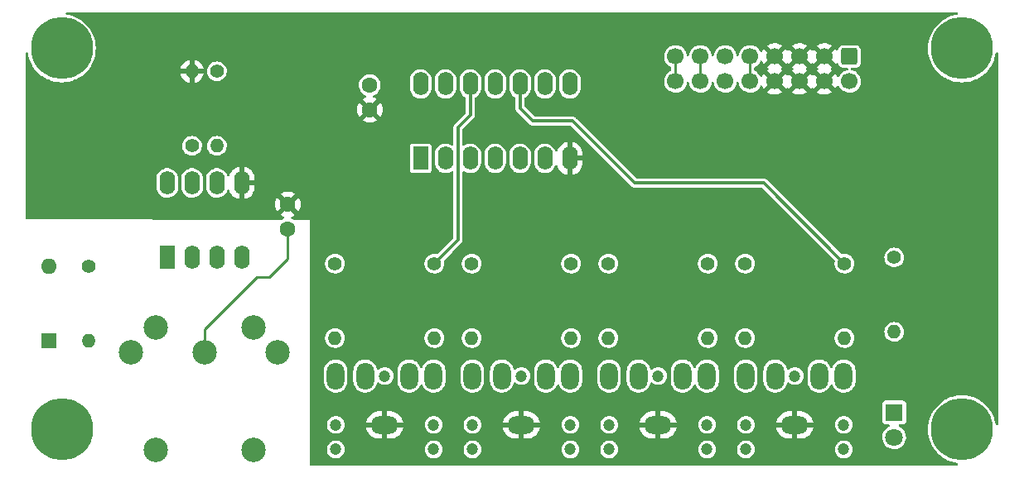
<source format=gbl>
%TF.GenerationSoftware,KiCad,Pcbnew,(6.0.1)*%
%TF.CreationDate,2022-10-12T17:48:48-04:00*%
%TF.ProjectId,MOD-MIDI-THRU,4d4f442d-4d49-4444-992d-544852552e6b,1*%
%TF.SameCoordinates,Original*%
%TF.FileFunction,Copper,L2,Bot*%
%TF.FilePolarity,Positive*%
%FSLAX46Y46*%
G04 Gerber Fmt 4.6, Leading zero omitted, Abs format (unit mm)*
G04 Created by KiCad (PCBNEW (6.0.1)) date 2022-10-12 17:48:48*
%MOMM*%
%LPD*%
G01*
G04 APERTURE LIST*
G04 Aperture macros list*
%AMRoundRect*
0 Rectangle with rounded corners*
0 $1 Rounding radius*
0 $2 $3 $4 $5 $6 $7 $8 $9 X,Y pos of 4 corners*
0 Add a 4 corners polygon primitive as box body*
4,1,4,$2,$3,$4,$5,$6,$7,$8,$9,$2,$3,0*
0 Add four circle primitives for the rounded corners*
1,1,$1+$1,$2,$3*
1,1,$1+$1,$4,$5*
1,1,$1+$1,$6,$7*
1,1,$1+$1,$8,$9*
0 Add four rect primitives between the rounded corners*
20,1,$1+$1,$2,$3,$4,$5,0*
20,1,$1+$1,$4,$5,$6,$7,0*
20,1,$1+$1,$6,$7,$8,$9,0*
20,1,$1+$1,$8,$9,$2,$3,0*%
G04 Aperture macros list end*
%TA.AperFunction,ComponentPad*%
%ADD10RoundRect,0.250000X-0.600000X0.600000X-0.600000X-0.600000X0.600000X-0.600000X0.600000X0.600000X0*%
%TD*%
%TA.AperFunction,ComponentPad*%
%ADD11C,1.700000*%
%TD*%
%TA.AperFunction,ComponentPad*%
%ADD12C,1.400000*%
%TD*%
%TA.AperFunction,ComponentPad*%
%ADD13O,1.400000X1.400000*%
%TD*%
%TA.AperFunction,ComponentPad*%
%ADD14C,6.350000*%
%TD*%
%TA.AperFunction,ComponentPad*%
%ADD15C,1.200000*%
%TD*%
%TA.AperFunction,ComponentPad*%
%ADD16O,1.800000X2.800000*%
%TD*%
%TA.AperFunction,ComponentPad*%
%ADD17O,2.800000X1.800000*%
%TD*%
%TA.AperFunction,ComponentPad*%
%ADD18R,1.600000X2.400000*%
%TD*%
%TA.AperFunction,ComponentPad*%
%ADD19O,1.600000X2.400000*%
%TD*%
%TA.AperFunction,ComponentPad*%
%ADD20C,1.600000*%
%TD*%
%TA.AperFunction,ComponentPad*%
%ADD21R,1.800000X1.800000*%
%TD*%
%TA.AperFunction,ComponentPad*%
%ADD22C,1.800000*%
%TD*%
%TA.AperFunction,ComponentPad*%
%ADD23R,1.600000X1.600000*%
%TD*%
%TA.AperFunction,ComponentPad*%
%ADD24O,1.600000X1.600000*%
%TD*%
%TA.AperFunction,ComponentPad*%
%ADD25C,2.500000*%
%TD*%
%TA.AperFunction,Conductor*%
%ADD26C,0.304800*%
%TD*%
%TA.AperFunction,Conductor*%
%ADD27C,0.250000*%
%TD*%
G04 APERTURE END LIST*
D10*
%TO.P,J6,1,Pin_1*%
%TO.N,unconnected-(J6-Pad1)*%
X174498000Y-44831000D03*
D11*
%TO.P,J6,2,Pin_2*%
%TO.N,unconnected-(J6-Pad2)*%
X174498000Y-47371000D03*
%TO.P,J6,3,Pin_3*%
%TO.N,GND*%
X171958000Y-44831000D03*
%TO.P,J6,4,Pin_4*%
X171958000Y-47371000D03*
%TO.P,J6,5,Pin_5*%
X169418000Y-44831000D03*
%TO.P,J6,6,Pin_6*%
X169418000Y-47371000D03*
%TO.P,J6,7,Pin_7*%
X166878000Y-44831000D03*
%TO.P,J6,8,Pin_8*%
X166878000Y-47371000D03*
%TO.P,J6,9,Pin_9*%
%TO.N,+12V*%
X164338000Y-44831000D03*
%TO.P,J6,10,Pin_10*%
X164338000Y-47371000D03*
%TO.P,J6,11,Pin_11*%
%TO.N,+5V*%
X161798000Y-44831000D03*
%TO.P,J6,12,Pin_12*%
X161798000Y-47371000D03*
%TO.P,J6,13,Pin_13*%
%TO.N,/CV_OUT*%
X159258000Y-44831000D03*
%TO.P,J6,14,Pin_14*%
X159258000Y-47371000D03*
%TO.P,J6,15,Pin_15*%
%TO.N,/GATE_OUT*%
X156718000Y-44831000D03*
%TO.P,J6,16,Pin_16*%
X156718000Y-47371000D03*
%TD*%
D12*
%TO.P,R8,1*%
%TO.N,+5V*%
X149860000Y-66040000D03*
D13*
%TO.P,R8,2*%
%TO.N,/MIDI_3_PWR*%
X149860000Y-73660000D03*
%TD*%
D14*
%TO.P,MTG1,1*%
%TO.N,N/C*%
X94000000Y-83000000D03*
%TD*%
D12*
%TO.P,R6,1*%
%TO.N,+5V*%
X135890000Y-66040000D03*
D13*
%TO.P,R6,2*%
%TO.N,/MIDI_2_PWR*%
X135890000Y-73660000D03*
%TD*%
D15*
%TO.P,J5,90*%
%TO.N,N/C*%
X173910000Y-82550000D03*
X163910000Y-85050000D03*
X173910000Y-85050000D03*
X168910000Y-77550000D03*
X163910000Y-82550000D03*
D16*
%TO.P,J5,R*%
%TO.N,/MIDI_4_PWR*%
X163910000Y-77550000D03*
%TO.P,J5,RN*%
%TO.N,N/C*%
X166910000Y-77550000D03*
D17*
%TO.P,J5,S*%
%TO.N,GND*%
X168910000Y-82550000D03*
D16*
%TO.P,J5,T*%
%TO.N,/MIDI_4_OUT*%
X173910000Y-77550000D03*
%TO.P,J5,TN*%
%TO.N,N/C*%
X171410000Y-77550000D03*
%TD*%
D12*
%TO.P,R7,1*%
%TO.N,Net-(R7-Pad1)*%
X146050000Y-66040000D03*
D13*
%TO.P,R7,2*%
%TO.N,/MIDI_2_OUT*%
X146050000Y-73660000D03*
%TD*%
D15*
%TO.P,J4,90*%
%TO.N,N/C*%
X159940000Y-82550000D03*
X154940000Y-77550000D03*
X149940000Y-85050000D03*
X159940000Y-85050000D03*
X149940000Y-82550000D03*
D16*
%TO.P,J4,R*%
%TO.N,/MIDI_3_PWR*%
X149940000Y-77550000D03*
%TO.P,J4,RN*%
%TO.N,N/C*%
X152940000Y-77550000D03*
D17*
%TO.P,J4,S*%
%TO.N,GND*%
X154940000Y-82550000D03*
D16*
%TO.P,J4,T*%
%TO.N,/MIDI_3_OUT*%
X159940000Y-77550000D03*
%TO.P,J4,TN*%
%TO.N,N/C*%
X157440000Y-77550000D03*
%TD*%
D12*
%TO.P,R4,1*%
%TO.N,+5V*%
X121920000Y-66040000D03*
D13*
%TO.P,R4,2*%
%TO.N,/MIDI_1_PWR*%
X121920000Y-73660000D03*
%TD*%
D18*
%TO.P,U1,1*%
%TO.N,/RXD*%
X130680500Y-55260000D03*
D19*
%TO.P,U1,2*%
%TO.N,Net-(U1-Pad11)*%
X133220500Y-55260000D03*
%TO.P,U1,3*%
X135760500Y-55260000D03*
%TO.P,U1,4*%
%TO.N,Net-(R7-Pad1)*%
X138300500Y-55260000D03*
%TO.P,U1,5*%
%TO.N,Net-(U1-Pad11)*%
X140840500Y-55260000D03*
%TO.P,U1,6*%
%TO.N,Net-(R9-Pad1)*%
X143380500Y-55260000D03*
%TO.P,U1,7,GND*%
%TO.N,GND*%
X145920500Y-55260000D03*
%TO.P,U1,8*%
%TO.N,Net-(R12-Pad1)*%
X145920500Y-47640000D03*
%TO.P,U1,9*%
%TO.N,Net-(U1-Pad11)*%
X143380500Y-47640000D03*
%TO.P,U1,10*%
%TO.N,Net-(R11-Pad1)*%
X140840500Y-47640000D03*
%TO.P,U1,11*%
%TO.N,Net-(U1-Pad11)*%
X138300500Y-47640000D03*
%TO.P,U1,12*%
%TO.N,Net-(R5-Pad1)*%
X135760500Y-47640000D03*
%TO.P,U1,13*%
%TO.N,Net-(U1-Pad11)*%
X133220500Y-47640000D03*
%TO.P,U1,14,VCC*%
%TO.N,+5V*%
X130680500Y-47640000D03*
%TD*%
D12*
%TO.P,R11,1*%
%TO.N,Net-(R11-Pad1)*%
X173990000Y-66040000D03*
D13*
%TO.P,R11,2*%
%TO.N,/MIDI_4_OUT*%
X173990000Y-73660000D03*
%TD*%
D20*
%TO.P,C1,1*%
%TO.N,Net-(C1-Pad1)*%
X117094000Y-62464000D03*
%TO.P,C1,2*%
%TO.N,GND*%
X117094000Y-59964000D03*
%TD*%
D12*
%TO.P,R5,1*%
%TO.N,Net-(R5-Pad1)*%
X132080000Y-66040000D03*
D13*
%TO.P,R5,2*%
%TO.N,/MIDI_1_OUT*%
X132080000Y-73660000D03*
%TD*%
D12*
%TO.P,R3,1*%
%TO.N,Net-(D2-Pad2)*%
X96774000Y-66294000D03*
D13*
%TO.P,R3,2*%
%TO.N,/MIDI_RTN*%
X96774000Y-73914000D03*
%TD*%
D21*
%TO.P,D1,1,K*%
%TO.N,Net-(D1-Pad1)*%
X179070000Y-81275000D03*
D22*
%TO.P,D1,2,A*%
%TO.N,+5V*%
X179070000Y-83815000D03*
%TD*%
D12*
%TO.P,R9,1*%
%TO.N,Net-(R9-Pad1)*%
X160020000Y-66040000D03*
D13*
%TO.P,R9,2*%
%TO.N,/MIDI_3_OUT*%
X160020000Y-73660000D03*
%TD*%
D14*
%TO.P,MTG3,1*%
%TO.N,N/C*%
X94000000Y-44000000D03*
%TD*%
D23*
%TO.P,D2,1,K*%
%TO.N,/MIDI_IN*%
X92710000Y-73914000D03*
D24*
%TO.P,D2,2,A*%
%TO.N,Net-(D2-Pad2)*%
X92710000Y-66294000D03*
%TD*%
D12*
%TO.P,R10,1*%
%TO.N,+5V*%
X163830000Y-66040000D03*
D13*
%TO.P,R10,2*%
%TO.N,/MIDI_4_PWR*%
X163830000Y-73660000D03*
%TD*%
D25*
%TO.P,J1,1*%
%TO.N,unconnected-(J1-Pad1)*%
X116085000Y-75105000D03*
%TO.P,J1,2*%
%TO.N,Net-(C1-Pad1)*%
X108585000Y-75105000D03*
%TO.P,J1,3*%
%TO.N,unconnected-(J1-Pad3)*%
X101085000Y-75105000D03*
%TO.P,J1,4*%
%TO.N,/MIDI_IN*%
X113585000Y-72605000D03*
%TO.P,J1,5*%
%TO.N,/MIDI_RTN*%
X103585000Y-72605000D03*
%TO.P,J1,6*%
%TO.N,N/C*%
X113585000Y-85105000D03*
X103585000Y-85105000D03*
%TD*%
D15*
%TO.P,J2,90*%
%TO.N,N/C*%
X132000000Y-82550000D03*
X132000000Y-85050000D03*
X122000000Y-82550000D03*
X127000000Y-77550000D03*
X122000000Y-85050000D03*
D16*
%TO.P,J2,R*%
%TO.N,/MIDI_1_PWR*%
X122000000Y-77550000D03*
%TO.P,J2,RN*%
%TO.N,N/C*%
X125000000Y-77550000D03*
D17*
%TO.P,J2,S*%
%TO.N,GND*%
X127000000Y-82550000D03*
D16*
%TO.P,J2,T*%
%TO.N,/MIDI_1_OUT*%
X132000000Y-77550000D03*
%TO.P,J2,TN*%
%TO.N,N/C*%
X129500000Y-77550000D03*
%TD*%
D15*
%TO.P,J3,90*%
%TO.N,N/C*%
X135970000Y-85050000D03*
X135970000Y-82550000D03*
X145970000Y-85050000D03*
X140970000Y-77550000D03*
X145970000Y-82550000D03*
D16*
%TO.P,J3,R*%
%TO.N,/MIDI_2_PWR*%
X135970000Y-77550000D03*
%TO.P,J3,RN*%
%TO.N,N/C*%
X138970000Y-77550000D03*
D17*
%TO.P,J3,S*%
%TO.N,GND*%
X140970000Y-82550000D03*
D16*
%TO.P,J3,T*%
%TO.N,/MIDI_2_OUT*%
X145970000Y-77550000D03*
%TO.P,J3,TN*%
%TO.N,N/C*%
X143470000Y-77550000D03*
%TD*%
D12*
%TO.P,R12,1*%
%TO.N,Net-(R12-Pad1)*%
X179070000Y-65405000D03*
D13*
%TO.P,R12,2*%
%TO.N,Net-(D1-Pad1)*%
X179070000Y-73025000D03*
%TD*%
D12*
%TO.P,R2,1*%
%TO.N,+5V*%
X109855000Y-46355000D03*
D13*
%TO.P,R2,2*%
%TO.N,/RXD*%
X109855000Y-53975000D03*
%TD*%
D12*
%TO.P,R1,1*%
%TO.N,Net-(R1-Pad1)*%
X107315000Y-53975000D03*
D13*
%TO.P,R1,2*%
%TO.N,GND*%
X107315000Y-46355000D03*
%TD*%
D18*
%TO.P,U2,1,NC*%
%TO.N,unconnected-(U2-Pad1)*%
X104785000Y-65395000D03*
D19*
%TO.P,U2,2,C1*%
%TO.N,/MIDI_IN*%
X107325000Y-65395000D03*
%TO.P,U2,3,C2*%
%TO.N,Net-(D2-Pad2)*%
X109865000Y-65395000D03*
%TO.P,U2,4,NC*%
%TO.N,unconnected-(U2-Pad4)*%
X112405000Y-65395000D03*
%TO.P,U2,5,GND*%
%TO.N,GND*%
X112405000Y-57775000D03*
%TO.P,U2,6,VO2*%
%TO.N,/RXD*%
X109865000Y-57775000D03*
%TO.P,U2,7,VO1*%
%TO.N,Net-(R1-Pad1)*%
X107325000Y-57775000D03*
%TO.P,U2,8,VCC*%
%TO.N,+5V*%
X104785000Y-57775000D03*
%TD*%
D14*
%TO.P,MTG2,1*%
%TO.N,N/C*%
X186000000Y-83000000D03*
%TD*%
%TO.P,MTG4,1*%
%TO.N,N/C*%
X186000000Y-44000000D03*
%TD*%
D20*
%TO.P,C2,1*%
%TO.N,+5V*%
X125476000Y-47772000D03*
%TO.P,C2,2*%
%TO.N,GND*%
X125476000Y-50272000D03*
%TD*%
D26*
%TO.N,Net-(R11-Pad1)*%
X165735000Y-57785000D02*
X173990000Y-66040000D01*
X146177000Y-51435000D02*
X152527000Y-57785000D01*
X142115500Y-51435000D02*
X146177000Y-51435000D01*
X140840500Y-50160000D02*
X142115500Y-51435000D01*
X152527000Y-57785000D02*
X165735000Y-57785000D01*
X140840500Y-47640000D02*
X140840500Y-50160000D01*
%TO.N,Net-(R5-Pad1)*%
X134495500Y-63624500D02*
X132080000Y-66040000D01*
X134495500Y-52070000D02*
X134495500Y-63624500D01*
D27*
%TO.N,Net-(C1-Pad1)*%
X117094000Y-65532000D02*
X115189000Y-67437000D01*
X115189000Y-67437000D02*
X113919000Y-67437000D01*
X117094000Y-62464000D02*
X117094000Y-65532000D01*
X108585000Y-72771000D02*
X108585000Y-75105000D01*
X113919000Y-67437000D02*
X108585000Y-72771000D01*
D26*
%TO.N,Net-(R5-Pad1)*%
X134495500Y-52070000D02*
X135760500Y-50805000D01*
X135760500Y-50805000D02*
X135760500Y-47640000D01*
D27*
%TO.N,+12V*%
X164338000Y-44831000D02*
X164338000Y-47371000D01*
%TO.N,/CV_OUT*%
X159258000Y-44831000D02*
X159258000Y-47371000D01*
%TO.N,/GATE_OUT*%
X156718000Y-44831000D02*
X156718000Y-47371000D01*
%TD*%
%TA.AperFunction,Conductor*%
%TO.N,GND*%
G36*
X185550059Y-40324802D02*
G01*
X185596552Y-40378458D01*
X185606656Y-40448732D01*
X185577162Y-40513312D01*
X185517436Y-40551696D01*
X185501650Y-40555249D01*
X185275412Y-40591081D01*
X184923052Y-40685496D01*
X184582492Y-40816225D01*
X184579552Y-40817723D01*
X184260403Y-40980337D01*
X184260396Y-40980341D01*
X184257462Y-40981836D01*
X183951524Y-41180514D01*
X183668029Y-41410084D01*
X183410084Y-41668029D01*
X183180514Y-41951524D01*
X182981836Y-42257462D01*
X182816225Y-42582492D01*
X182685496Y-42923052D01*
X182591081Y-43275412D01*
X182590565Y-43278673D01*
X182541161Y-43590599D01*
X182534016Y-43635710D01*
X182514924Y-44000000D01*
X182534016Y-44364290D01*
X182534529Y-44367530D01*
X182534530Y-44367538D01*
X182555249Y-44498351D01*
X182591081Y-44724588D01*
X182685496Y-45076948D01*
X182686681Y-45080036D01*
X182686682Y-45080038D01*
X182729108Y-45190561D01*
X182816225Y-45417508D01*
X182817723Y-45420448D01*
X182978449Y-45735890D01*
X182981836Y-45742538D01*
X182983632Y-45745304D01*
X182983634Y-45745307D01*
X183016544Y-45795984D01*
X183180514Y-46048476D01*
X183410084Y-46331971D01*
X183668029Y-46589916D01*
X183951524Y-46819486D01*
X183964111Y-46827660D01*
X184239643Y-47006592D01*
X184257462Y-47018164D01*
X184260396Y-47019659D01*
X184260403Y-47019663D01*
X184524057Y-47154001D01*
X184582492Y-47183775D01*
X184665282Y-47215555D01*
X184881246Y-47298456D01*
X184923052Y-47314504D01*
X185275412Y-47408919D01*
X185466987Y-47439261D01*
X185632462Y-47465470D01*
X185632470Y-47465471D01*
X185635710Y-47465984D01*
X186000000Y-47485076D01*
X186364290Y-47465984D01*
X186367530Y-47465471D01*
X186367538Y-47465470D01*
X186533013Y-47439261D01*
X186724588Y-47408919D01*
X187076948Y-47314504D01*
X187118755Y-47298456D01*
X187334718Y-47215555D01*
X187417508Y-47183775D01*
X187475943Y-47154001D01*
X187739597Y-47019663D01*
X187739604Y-47019659D01*
X187742538Y-47018164D01*
X187760358Y-47006592D01*
X188035889Y-46827660D01*
X188048476Y-46819486D01*
X188331971Y-46589916D01*
X188589916Y-46331971D01*
X188819486Y-46048476D01*
X188983456Y-45795984D01*
X189016366Y-45745307D01*
X189016368Y-45745304D01*
X189018164Y-45742538D01*
X189021552Y-45735890D01*
X189182277Y-45420448D01*
X189183775Y-45417508D01*
X189270892Y-45190561D01*
X189313318Y-45080038D01*
X189313319Y-45080036D01*
X189314504Y-45076948D01*
X189408919Y-44724588D01*
X189444751Y-44498351D01*
X189475163Y-44434198D01*
X189535431Y-44396671D01*
X189606421Y-44397685D01*
X189665593Y-44436918D01*
X189694161Y-44501913D01*
X189695200Y-44518062D01*
X189695200Y-82481938D01*
X189675198Y-82550059D01*
X189621542Y-82596552D01*
X189551268Y-82606656D01*
X189486688Y-82577162D01*
X189448304Y-82517436D01*
X189444751Y-82501649D01*
X189433556Y-82430964D01*
X189408919Y-82275412D01*
X189314504Y-81923052D01*
X189312229Y-81917124D01*
X189184959Y-81585577D01*
X189183775Y-81582492D01*
X189114100Y-81445747D01*
X189019663Y-81260403D01*
X189019659Y-81260396D01*
X189018164Y-81257462D01*
X188951981Y-81155548D01*
X188821288Y-80954299D01*
X188819486Y-80951524D01*
X188589916Y-80668029D01*
X188331971Y-80410084D01*
X188048476Y-80180514D01*
X187878515Y-80070140D01*
X187745307Y-79983634D01*
X187745304Y-79983632D01*
X187742538Y-79981836D01*
X187739604Y-79980341D01*
X187739597Y-79980337D01*
X187420448Y-79817723D01*
X187417508Y-79816225D01*
X187076948Y-79685496D01*
X186724588Y-79591081D01*
X186533013Y-79560739D01*
X186367538Y-79534530D01*
X186367530Y-79534529D01*
X186364290Y-79534016D01*
X186000000Y-79514924D01*
X185635710Y-79534016D01*
X185632470Y-79534529D01*
X185632462Y-79534530D01*
X185466987Y-79560739D01*
X185275412Y-79591081D01*
X184923052Y-79685496D01*
X184582492Y-79816225D01*
X184579552Y-79817723D01*
X184260403Y-79980337D01*
X184260396Y-79980341D01*
X184257462Y-79981836D01*
X184254696Y-79983632D01*
X184254693Y-79983634D01*
X184121485Y-80070140D01*
X183951524Y-80180514D01*
X183668029Y-80410084D01*
X183410084Y-80668029D01*
X183180514Y-80951524D01*
X183178712Y-80954299D01*
X183048020Y-81155548D01*
X182981836Y-81257462D01*
X182980341Y-81260396D01*
X182980337Y-81260403D01*
X182885900Y-81445747D01*
X182816225Y-81582492D01*
X182815041Y-81585577D01*
X182687772Y-81917124D01*
X182685496Y-81923052D01*
X182591081Y-82275412D01*
X182576527Y-82367305D01*
X182537701Y-82612445D01*
X182534016Y-82635710D01*
X182514924Y-83000000D01*
X182534016Y-83364290D01*
X182534529Y-83367530D01*
X182534530Y-83367538D01*
X182537552Y-83386618D01*
X182591081Y-83724588D01*
X182685496Y-84076948D01*
X182686681Y-84080036D01*
X182686682Y-84080038D01*
X182736684Y-84210297D01*
X182816225Y-84417508D01*
X182817723Y-84420448D01*
X182953048Y-84686038D01*
X182981836Y-84742538D01*
X182983632Y-84745304D01*
X182983634Y-84745307D01*
X183097642Y-84920864D01*
X183180514Y-85048476D01*
X183410084Y-85331971D01*
X183668029Y-85589916D01*
X183951524Y-85819486D01*
X184008410Y-85856428D01*
X184101848Y-85917107D01*
X184257462Y-86018164D01*
X184260396Y-86019659D01*
X184260403Y-86019663D01*
X184363998Y-86072447D01*
X184582492Y-86183775D01*
X184923052Y-86314504D01*
X185275412Y-86408919D01*
X185501649Y-86444751D01*
X185565802Y-86475163D01*
X185603329Y-86535431D01*
X185602315Y-86606421D01*
X185563082Y-86665593D01*
X185498087Y-86694161D01*
X185481938Y-86695200D01*
X119506259Y-86695200D01*
X119438138Y-86675198D01*
X119391645Y-86621542D01*
X119380259Y-86569123D01*
X119381184Y-85050000D01*
X121089713Y-85050000D01*
X121109605Y-85239259D01*
X121168411Y-85420247D01*
X121263562Y-85585053D01*
X121390899Y-85726475D01*
X121544856Y-85838332D01*
X121550885Y-85841016D01*
X121550888Y-85841018D01*
X121712670Y-85913047D01*
X121712673Y-85913048D01*
X121718706Y-85915734D01*
X121759382Y-85924380D01*
X121898392Y-85953928D01*
X121898396Y-85953928D01*
X121904849Y-85955300D01*
X122095151Y-85955300D01*
X122101604Y-85953928D01*
X122101608Y-85953928D01*
X122240618Y-85924380D01*
X122281294Y-85915734D01*
X122287327Y-85913048D01*
X122287330Y-85913047D01*
X122449112Y-85841018D01*
X122449115Y-85841016D01*
X122455144Y-85838332D01*
X122609101Y-85726475D01*
X122736438Y-85585053D01*
X122831589Y-85420247D01*
X122890395Y-85239259D01*
X122910287Y-85050000D01*
X131089713Y-85050000D01*
X131109605Y-85239259D01*
X131168411Y-85420247D01*
X131263562Y-85585053D01*
X131390899Y-85726475D01*
X131544856Y-85838332D01*
X131550885Y-85841016D01*
X131550888Y-85841018D01*
X131712670Y-85913047D01*
X131712673Y-85913048D01*
X131718706Y-85915734D01*
X131759382Y-85924380D01*
X131898392Y-85953928D01*
X131898396Y-85953928D01*
X131904849Y-85955300D01*
X132095151Y-85955300D01*
X132101604Y-85953928D01*
X132101608Y-85953928D01*
X132240618Y-85924380D01*
X132281294Y-85915734D01*
X132287327Y-85913048D01*
X132287330Y-85913047D01*
X132449112Y-85841018D01*
X132449115Y-85841016D01*
X132455144Y-85838332D01*
X132609101Y-85726475D01*
X132736438Y-85585053D01*
X132831589Y-85420247D01*
X132890395Y-85239259D01*
X132910287Y-85050000D01*
X135059713Y-85050000D01*
X135079605Y-85239259D01*
X135138411Y-85420247D01*
X135233562Y-85585053D01*
X135360899Y-85726475D01*
X135514856Y-85838332D01*
X135520885Y-85841016D01*
X135520888Y-85841018D01*
X135682670Y-85913047D01*
X135682673Y-85913048D01*
X135688706Y-85915734D01*
X135729382Y-85924380D01*
X135868392Y-85953928D01*
X135868396Y-85953928D01*
X135874849Y-85955300D01*
X136065151Y-85955300D01*
X136071604Y-85953928D01*
X136071608Y-85953928D01*
X136210618Y-85924380D01*
X136251294Y-85915734D01*
X136257327Y-85913048D01*
X136257330Y-85913047D01*
X136419112Y-85841018D01*
X136419115Y-85841016D01*
X136425144Y-85838332D01*
X136579101Y-85726475D01*
X136706438Y-85585053D01*
X136801589Y-85420247D01*
X136860395Y-85239259D01*
X136880287Y-85050000D01*
X145059713Y-85050000D01*
X145079605Y-85239259D01*
X145138411Y-85420247D01*
X145233562Y-85585053D01*
X145360899Y-85726475D01*
X145514856Y-85838332D01*
X145520885Y-85841016D01*
X145520888Y-85841018D01*
X145682670Y-85913047D01*
X145682673Y-85913048D01*
X145688706Y-85915734D01*
X145729382Y-85924380D01*
X145868392Y-85953928D01*
X145868396Y-85953928D01*
X145874849Y-85955300D01*
X146065151Y-85955300D01*
X146071604Y-85953928D01*
X146071608Y-85953928D01*
X146210618Y-85924380D01*
X146251294Y-85915734D01*
X146257327Y-85913048D01*
X146257330Y-85913047D01*
X146419112Y-85841018D01*
X146419115Y-85841016D01*
X146425144Y-85838332D01*
X146579101Y-85726475D01*
X146706438Y-85585053D01*
X146801589Y-85420247D01*
X146860395Y-85239259D01*
X146880287Y-85050000D01*
X149029713Y-85050000D01*
X149049605Y-85239259D01*
X149108411Y-85420247D01*
X149203562Y-85585053D01*
X149330899Y-85726475D01*
X149484856Y-85838332D01*
X149490885Y-85841016D01*
X149490888Y-85841018D01*
X149652670Y-85913047D01*
X149652673Y-85913048D01*
X149658706Y-85915734D01*
X149699382Y-85924380D01*
X149838392Y-85953928D01*
X149838396Y-85953928D01*
X149844849Y-85955300D01*
X150035151Y-85955300D01*
X150041604Y-85953928D01*
X150041608Y-85953928D01*
X150180618Y-85924380D01*
X150221294Y-85915734D01*
X150227327Y-85913048D01*
X150227330Y-85913047D01*
X150389112Y-85841018D01*
X150389115Y-85841016D01*
X150395144Y-85838332D01*
X150549101Y-85726475D01*
X150676438Y-85585053D01*
X150771589Y-85420247D01*
X150830395Y-85239259D01*
X150850287Y-85050000D01*
X159029713Y-85050000D01*
X159049605Y-85239259D01*
X159108411Y-85420247D01*
X159203562Y-85585053D01*
X159330899Y-85726475D01*
X159484856Y-85838332D01*
X159490885Y-85841016D01*
X159490888Y-85841018D01*
X159652670Y-85913047D01*
X159652673Y-85913048D01*
X159658706Y-85915734D01*
X159699382Y-85924380D01*
X159838392Y-85953928D01*
X159838396Y-85953928D01*
X159844849Y-85955300D01*
X160035151Y-85955300D01*
X160041604Y-85953928D01*
X160041608Y-85953928D01*
X160180618Y-85924380D01*
X160221294Y-85915734D01*
X160227327Y-85913048D01*
X160227330Y-85913047D01*
X160389112Y-85841018D01*
X160389115Y-85841016D01*
X160395144Y-85838332D01*
X160549101Y-85726475D01*
X160676438Y-85585053D01*
X160771589Y-85420247D01*
X160830395Y-85239259D01*
X160850287Y-85050000D01*
X162999713Y-85050000D01*
X163019605Y-85239259D01*
X163078411Y-85420247D01*
X163173562Y-85585053D01*
X163300899Y-85726475D01*
X163454856Y-85838332D01*
X163460885Y-85841016D01*
X163460888Y-85841018D01*
X163622670Y-85913047D01*
X163622673Y-85913048D01*
X163628706Y-85915734D01*
X163669382Y-85924380D01*
X163808392Y-85953928D01*
X163808396Y-85953928D01*
X163814849Y-85955300D01*
X164005151Y-85955300D01*
X164011604Y-85953928D01*
X164011608Y-85953928D01*
X164150618Y-85924380D01*
X164191294Y-85915734D01*
X164197327Y-85913048D01*
X164197330Y-85913047D01*
X164359112Y-85841018D01*
X164359115Y-85841016D01*
X164365144Y-85838332D01*
X164519101Y-85726475D01*
X164646438Y-85585053D01*
X164741589Y-85420247D01*
X164800395Y-85239259D01*
X164820287Y-85050000D01*
X172999713Y-85050000D01*
X173019605Y-85239259D01*
X173078411Y-85420247D01*
X173173562Y-85585053D01*
X173300899Y-85726475D01*
X173454856Y-85838332D01*
X173460885Y-85841016D01*
X173460888Y-85841018D01*
X173622670Y-85913047D01*
X173622673Y-85913048D01*
X173628706Y-85915734D01*
X173669382Y-85924380D01*
X173808392Y-85953928D01*
X173808396Y-85953928D01*
X173814849Y-85955300D01*
X174005151Y-85955300D01*
X174011604Y-85953928D01*
X174011608Y-85953928D01*
X174150618Y-85924380D01*
X174191294Y-85915734D01*
X174197327Y-85913048D01*
X174197330Y-85913047D01*
X174359112Y-85841018D01*
X174359115Y-85841016D01*
X174365144Y-85838332D01*
X174519101Y-85726475D01*
X174646438Y-85585053D01*
X174741589Y-85420247D01*
X174800395Y-85239259D01*
X174820287Y-85050000D01*
X174800395Y-84860741D01*
X174741589Y-84679753D01*
X174646438Y-84514947D01*
X174558704Y-84417508D01*
X174523523Y-84378436D01*
X174523522Y-84378435D01*
X174519101Y-84373525D01*
X174365144Y-84261668D01*
X174359115Y-84258984D01*
X174359112Y-84258982D01*
X174197330Y-84186953D01*
X174197327Y-84186952D01*
X174191294Y-84184266D01*
X174150618Y-84175620D01*
X174011608Y-84146072D01*
X174011604Y-84146072D01*
X174005151Y-84144700D01*
X173814849Y-84144700D01*
X173808396Y-84146072D01*
X173808392Y-84146072D01*
X173721777Y-84164483D01*
X173628706Y-84184266D01*
X173622676Y-84186951D01*
X173622675Y-84186951D01*
X173460887Y-84258983D01*
X173460885Y-84258984D01*
X173454857Y-84261668D01*
X173449516Y-84265548D01*
X173449515Y-84265549D01*
X173385054Y-84312383D01*
X173300899Y-84373525D01*
X173296478Y-84378435D01*
X173296477Y-84378436D01*
X173261297Y-84417508D01*
X173173562Y-84514947D01*
X173078411Y-84679753D01*
X173019605Y-84860741D01*
X172999713Y-85050000D01*
X164820287Y-85050000D01*
X164800395Y-84860741D01*
X164741589Y-84679753D01*
X164646438Y-84514947D01*
X164558704Y-84417508D01*
X164523523Y-84378436D01*
X164523522Y-84378435D01*
X164519101Y-84373525D01*
X164365144Y-84261668D01*
X164359115Y-84258984D01*
X164359112Y-84258982D01*
X164197330Y-84186953D01*
X164197327Y-84186952D01*
X164191294Y-84184266D01*
X164150618Y-84175620D01*
X164011608Y-84146072D01*
X164011604Y-84146072D01*
X164005151Y-84144700D01*
X163814849Y-84144700D01*
X163808396Y-84146072D01*
X163808392Y-84146072D01*
X163721777Y-84164483D01*
X163628706Y-84184266D01*
X163622676Y-84186951D01*
X163622675Y-84186951D01*
X163460887Y-84258983D01*
X163460885Y-84258984D01*
X163454857Y-84261668D01*
X163449516Y-84265548D01*
X163449515Y-84265549D01*
X163385054Y-84312383D01*
X163300899Y-84373525D01*
X163296478Y-84378435D01*
X163296477Y-84378436D01*
X163261297Y-84417508D01*
X163173562Y-84514947D01*
X163078411Y-84679753D01*
X163019605Y-84860741D01*
X162999713Y-85050000D01*
X160850287Y-85050000D01*
X160830395Y-84860741D01*
X160771589Y-84679753D01*
X160676438Y-84514947D01*
X160588704Y-84417508D01*
X160553523Y-84378436D01*
X160553522Y-84378435D01*
X160549101Y-84373525D01*
X160395144Y-84261668D01*
X160389115Y-84258984D01*
X160389112Y-84258982D01*
X160227330Y-84186953D01*
X160227327Y-84186952D01*
X160221294Y-84184266D01*
X160180618Y-84175620D01*
X160041608Y-84146072D01*
X160041604Y-84146072D01*
X160035151Y-84144700D01*
X159844849Y-84144700D01*
X159838396Y-84146072D01*
X159838392Y-84146072D01*
X159751777Y-84164483D01*
X159658706Y-84184266D01*
X159652676Y-84186951D01*
X159652675Y-84186951D01*
X159490887Y-84258983D01*
X159490885Y-84258984D01*
X159484857Y-84261668D01*
X159479516Y-84265548D01*
X159479515Y-84265549D01*
X159415054Y-84312383D01*
X159330899Y-84373525D01*
X159326478Y-84378435D01*
X159326477Y-84378436D01*
X159291297Y-84417508D01*
X159203562Y-84514947D01*
X159108411Y-84679753D01*
X159049605Y-84860741D01*
X159029713Y-85050000D01*
X150850287Y-85050000D01*
X150830395Y-84860741D01*
X150771589Y-84679753D01*
X150676438Y-84514947D01*
X150588704Y-84417508D01*
X150553523Y-84378436D01*
X150553522Y-84378435D01*
X150549101Y-84373525D01*
X150395144Y-84261668D01*
X150389115Y-84258984D01*
X150389112Y-84258982D01*
X150227330Y-84186953D01*
X150227327Y-84186952D01*
X150221294Y-84184266D01*
X150180618Y-84175620D01*
X150041608Y-84146072D01*
X150041604Y-84146072D01*
X150035151Y-84144700D01*
X149844849Y-84144700D01*
X149838396Y-84146072D01*
X149838392Y-84146072D01*
X149751777Y-84164483D01*
X149658706Y-84184266D01*
X149652676Y-84186951D01*
X149652675Y-84186951D01*
X149490887Y-84258983D01*
X149490885Y-84258984D01*
X149484857Y-84261668D01*
X149479516Y-84265548D01*
X149479515Y-84265549D01*
X149415054Y-84312383D01*
X149330899Y-84373525D01*
X149326478Y-84378435D01*
X149326477Y-84378436D01*
X149291297Y-84417508D01*
X149203562Y-84514947D01*
X149108411Y-84679753D01*
X149049605Y-84860741D01*
X149029713Y-85050000D01*
X146880287Y-85050000D01*
X146860395Y-84860741D01*
X146801589Y-84679753D01*
X146706438Y-84514947D01*
X146618704Y-84417508D01*
X146583523Y-84378436D01*
X146583522Y-84378435D01*
X146579101Y-84373525D01*
X146425144Y-84261668D01*
X146419115Y-84258984D01*
X146419112Y-84258982D01*
X146257330Y-84186953D01*
X146257327Y-84186952D01*
X146251294Y-84184266D01*
X146210618Y-84175620D01*
X146071608Y-84146072D01*
X146071604Y-84146072D01*
X146065151Y-84144700D01*
X145874849Y-84144700D01*
X145868396Y-84146072D01*
X145868392Y-84146072D01*
X145781777Y-84164483D01*
X145688706Y-84184266D01*
X145682676Y-84186951D01*
X145682675Y-84186951D01*
X145520887Y-84258983D01*
X145520885Y-84258984D01*
X145514857Y-84261668D01*
X145509516Y-84265548D01*
X145509515Y-84265549D01*
X145445054Y-84312383D01*
X145360899Y-84373525D01*
X145356478Y-84378435D01*
X145356477Y-84378436D01*
X145321297Y-84417508D01*
X145233562Y-84514947D01*
X145138411Y-84679753D01*
X145079605Y-84860741D01*
X145059713Y-85050000D01*
X136880287Y-85050000D01*
X136860395Y-84860741D01*
X136801589Y-84679753D01*
X136706438Y-84514947D01*
X136618704Y-84417508D01*
X136583523Y-84378436D01*
X136583522Y-84378435D01*
X136579101Y-84373525D01*
X136425144Y-84261668D01*
X136419115Y-84258984D01*
X136419112Y-84258982D01*
X136257330Y-84186953D01*
X136257327Y-84186952D01*
X136251294Y-84184266D01*
X136210618Y-84175620D01*
X136071608Y-84146072D01*
X136071604Y-84146072D01*
X136065151Y-84144700D01*
X135874849Y-84144700D01*
X135868396Y-84146072D01*
X135868392Y-84146072D01*
X135781777Y-84164483D01*
X135688706Y-84184266D01*
X135682676Y-84186951D01*
X135682675Y-84186951D01*
X135520887Y-84258983D01*
X135520885Y-84258984D01*
X135514857Y-84261668D01*
X135509516Y-84265548D01*
X135509515Y-84265549D01*
X135445054Y-84312383D01*
X135360899Y-84373525D01*
X135356478Y-84378435D01*
X135356477Y-84378436D01*
X135321297Y-84417508D01*
X135233562Y-84514947D01*
X135138411Y-84679753D01*
X135079605Y-84860741D01*
X135059713Y-85050000D01*
X132910287Y-85050000D01*
X132890395Y-84860741D01*
X132831589Y-84679753D01*
X132736438Y-84514947D01*
X132648704Y-84417508D01*
X132613523Y-84378436D01*
X132613522Y-84378435D01*
X132609101Y-84373525D01*
X132455144Y-84261668D01*
X132449115Y-84258984D01*
X132449112Y-84258982D01*
X132287330Y-84186953D01*
X132287327Y-84186952D01*
X132281294Y-84184266D01*
X132240618Y-84175620D01*
X132101608Y-84146072D01*
X132101604Y-84146072D01*
X132095151Y-84144700D01*
X131904849Y-84144700D01*
X131898396Y-84146072D01*
X131898392Y-84146072D01*
X131811777Y-84164483D01*
X131718706Y-84184266D01*
X131712676Y-84186951D01*
X131712675Y-84186951D01*
X131550887Y-84258983D01*
X131550885Y-84258984D01*
X131544857Y-84261668D01*
X131539516Y-84265548D01*
X131539515Y-84265549D01*
X131475054Y-84312383D01*
X131390899Y-84373525D01*
X131386478Y-84378435D01*
X131386477Y-84378436D01*
X131351297Y-84417508D01*
X131263562Y-84514947D01*
X131168411Y-84679753D01*
X131109605Y-84860741D01*
X131089713Y-85050000D01*
X122910287Y-85050000D01*
X122890395Y-84860741D01*
X122831589Y-84679753D01*
X122736438Y-84514947D01*
X122648704Y-84417508D01*
X122613523Y-84378436D01*
X122613522Y-84378435D01*
X122609101Y-84373525D01*
X122455144Y-84261668D01*
X122449115Y-84258984D01*
X122449112Y-84258982D01*
X122287330Y-84186953D01*
X122287327Y-84186952D01*
X122281294Y-84184266D01*
X122240618Y-84175620D01*
X122101608Y-84146072D01*
X122101604Y-84146072D01*
X122095151Y-84144700D01*
X121904849Y-84144700D01*
X121898396Y-84146072D01*
X121898392Y-84146072D01*
X121811777Y-84164483D01*
X121718706Y-84184266D01*
X121712676Y-84186951D01*
X121712675Y-84186951D01*
X121550887Y-84258983D01*
X121550885Y-84258984D01*
X121544857Y-84261668D01*
X121539516Y-84265548D01*
X121539515Y-84265549D01*
X121475054Y-84312383D01*
X121390899Y-84373525D01*
X121386478Y-84378435D01*
X121386477Y-84378436D01*
X121351297Y-84417508D01*
X121263562Y-84514947D01*
X121168411Y-84679753D01*
X121109605Y-84860741D01*
X121089713Y-85050000D01*
X119381184Y-85050000D01*
X119382707Y-82550000D01*
X121089713Y-82550000D01*
X121090403Y-82556565D01*
X121098722Y-82635710D01*
X121109605Y-82739259D01*
X121168411Y-82920247D01*
X121263562Y-83085053D01*
X121390899Y-83226475D01*
X121544856Y-83338332D01*
X121550885Y-83341016D01*
X121550888Y-83341018D01*
X121712670Y-83413047D01*
X121712673Y-83413048D01*
X121718706Y-83415734D01*
X121759382Y-83424380D01*
X121898392Y-83453928D01*
X121898396Y-83453928D01*
X121904849Y-83455300D01*
X122095151Y-83455300D01*
X122101604Y-83453928D01*
X122101608Y-83453928D01*
X122240618Y-83424380D01*
X122281294Y-83415734D01*
X122287327Y-83413048D01*
X122287330Y-83413047D01*
X122449112Y-83341018D01*
X122449115Y-83341016D01*
X122455144Y-83338332D01*
X122609101Y-83226475D01*
X122736438Y-83085053D01*
X122831589Y-82920247D01*
X122864622Y-82818580D01*
X125117662Y-82818580D01*
X125145413Y-82950840D01*
X125148473Y-82961037D01*
X125232315Y-83173340D01*
X125237049Y-83182876D01*
X125355468Y-83378025D01*
X125361734Y-83386618D01*
X125511342Y-83559027D01*
X125518972Y-83566447D01*
X125695488Y-83711180D01*
X125704255Y-83717206D01*
X125902633Y-83830129D01*
X125912297Y-83834595D01*
X126126868Y-83912481D01*
X126137135Y-83915251D01*
X126362932Y-83956081D01*
X126371162Y-83957016D01*
X126390550Y-83957930D01*
X126393526Y-83958000D01*
X126727885Y-83958000D01*
X126743124Y-83953525D01*
X126744329Y-83952135D01*
X126746000Y-83944452D01*
X126746000Y-83939885D01*
X127254000Y-83939885D01*
X127258475Y-83955124D01*
X127259865Y-83956329D01*
X127267548Y-83958000D01*
X127557340Y-83958000D01*
X127562649Y-83957775D01*
X127732771Y-83943340D01*
X127743259Y-83941548D01*
X127964211Y-83884199D01*
X127974239Y-83880667D01*
X128182363Y-83786915D01*
X128191669Y-83781735D01*
X128381024Y-83654253D01*
X128389307Y-83647594D01*
X128554478Y-83490029D01*
X128561530Y-83482058D01*
X128697790Y-83298918D01*
X128703394Y-83289881D01*
X128806851Y-83086394D01*
X128810852Y-83076541D01*
X128878544Y-82858539D01*
X128880828Y-82848152D01*
X128884300Y-82821957D01*
X128882104Y-82807793D01*
X128868919Y-82804000D01*
X127272115Y-82804000D01*
X127256876Y-82808475D01*
X127255671Y-82809865D01*
X127254000Y-82817548D01*
X127254000Y-83939885D01*
X126746000Y-83939885D01*
X126746000Y-82822115D01*
X126741525Y-82806876D01*
X126740135Y-82805671D01*
X126732452Y-82804000D01*
X125132718Y-82804000D01*
X125119187Y-82807973D01*
X125117662Y-82818580D01*
X122864622Y-82818580D01*
X122890395Y-82739259D01*
X122901279Y-82635710D01*
X122909597Y-82556565D01*
X122910287Y-82550000D01*
X131089713Y-82550000D01*
X131090403Y-82556565D01*
X131098722Y-82635710D01*
X131109605Y-82739259D01*
X131168411Y-82920247D01*
X131263562Y-83085053D01*
X131390899Y-83226475D01*
X131544856Y-83338332D01*
X131550885Y-83341016D01*
X131550888Y-83341018D01*
X131712670Y-83413047D01*
X131712673Y-83413048D01*
X131718706Y-83415734D01*
X131759382Y-83424380D01*
X131898392Y-83453928D01*
X131898396Y-83453928D01*
X131904849Y-83455300D01*
X132095151Y-83455300D01*
X132101604Y-83453928D01*
X132101608Y-83453928D01*
X132240618Y-83424380D01*
X132281294Y-83415734D01*
X132287327Y-83413048D01*
X132287330Y-83413047D01*
X132449112Y-83341018D01*
X132449115Y-83341016D01*
X132455144Y-83338332D01*
X132609101Y-83226475D01*
X132736438Y-83085053D01*
X132831589Y-82920247D01*
X132890395Y-82739259D01*
X132901279Y-82635710D01*
X132909597Y-82556565D01*
X132910287Y-82550000D01*
X135059713Y-82550000D01*
X135060403Y-82556565D01*
X135068722Y-82635710D01*
X135079605Y-82739259D01*
X135138411Y-82920247D01*
X135233562Y-83085053D01*
X135360899Y-83226475D01*
X135514856Y-83338332D01*
X135520885Y-83341016D01*
X135520888Y-83341018D01*
X135682670Y-83413047D01*
X135682673Y-83413048D01*
X135688706Y-83415734D01*
X135729382Y-83424380D01*
X135868392Y-83453928D01*
X135868396Y-83453928D01*
X135874849Y-83455300D01*
X136065151Y-83455300D01*
X136071604Y-83453928D01*
X136071608Y-83453928D01*
X136210618Y-83424380D01*
X136251294Y-83415734D01*
X136257327Y-83413048D01*
X136257330Y-83413047D01*
X136419112Y-83341018D01*
X136419115Y-83341016D01*
X136425144Y-83338332D01*
X136579101Y-83226475D01*
X136706438Y-83085053D01*
X136801589Y-82920247D01*
X136834622Y-82818580D01*
X139087662Y-82818580D01*
X139115413Y-82950840D01*
X139118473Y-82961037D01*
X139202315Y-83173340D01*
X139207049Y-83182876D01*
X139325468Y-83378025D01*
X139331734Y-83386618D01*
X139481342Y-83559027D01*
X139488972Y-83566447D01*
X139665488Y-83711180D01*
X139674255Y-83717206D01*
X139872633Y-83830129D01*
X139882297Y-83834595D01*
X140096868Y-83912481D01*
X140107135Y-83915251D01*
X140332932Y-83956081D01*
X140341162Y-83957016D01*
X140360550Y-83957930D01*
X140363526Y-83958000D01*
X140697885Y-83958000D01*
X140713124Y-83953525D01*
X140714329Y-83952135D01*
X140716000Y-83944452D01*
X140716000Y-83939885D01*
X141224000Y-83939885D01*
X141228475Y-83955124D01*
X141229865Y-83956329D01*
X141237548Y-83958000D01*
X141527340Y-83958000D01*
X141532649Y-83957775D01*
X141702771Y-83943340D01*
X141713259Y-83941548D01*
X141934211Y-83884199D01*
X141944239Y-83880667D01*
X142152363Y-83786915D01*
X142161669Y-83781735D01*
X142351024Y-83654253D01*
X142359307Y-83647594D01*
X142524478Y-83490029D01*
X142531530Y-83482058D01*
X142667790Y-83298918D01*
X142673394Y-83289881D01*
X142776851Y-83086394D01*
X142780852Y-83076541D01*
X142848544Y-82858539D01*
X142850828Y-82848152D01*
X142854300Y-82821957D01*
X142852104Y-82807793D01*
X142838919Y-82804000D01*
X141242115Y-82804000D01*
X141226876Y-82808475D01*
X141225671Y-82809865D01*
X141224000Y-82817548D01*
X141224000Y-83939885D01*
X140716000Y-83939885D01*
X140716000Y-82822115D01*
X140711525Y-82806876D01*
X140710135Y-82805671D01*
X140702452Y-82804000D01*
X139102718Y-82804000D01*
X139089187Y-82807973D01*
X139087662Y-82818580D01*
X136834622Y-82818580D01*
X136860395Y-82739259D01*
X136871279Y-82635710D01*
X136879597Y-82556565D01*
X136880287Y-82550000D01*
X145059713Y-82550000D01*
X145060403Y-82556565D01*
X145068722Y-82635710D01*
X145079605Y-82739259D01*
X145138411Y-82920247D01*
X145233562Y-83085053D01*
X145360899Y-83226475D01*
X145514856Y-83338332D01*
X145520885Y-83341016D01*
X145520888Y-83341018D01*
X145682670Y-83413047D01*
X145682673Y-83413048D01*
X145688706Y-83415734D01*
X145729382Y-83424380D01*
X145868392Y-83453928D01*
X145868396Y-83453928D01*
X145874849Y-83455300D01*
X146065151Y-83455300D01*
X146071604Y-83453928D01*
X146071608Y-83453928D01*
X146210618Y-83424380D01*
X146251294Y-83415734D01*
X146257327Y-83413048D01*
X146257330Y-83413047D01*
X146419112Y-83341018D01*
X146419115Y-83341016D01*
X146425144Y-83338332D01*
X146579101Y-83226475D01*
X146706438Y-83085053D01*
X146801589Y-82920247D01*
X146860395Y-82739259D01*
X146871279Y-82635710D01*
X146879597Y-82556565D01*
X146880287Y-82550000D01*
X149029713Y-82550000D01*
X149030403Y-82556565D01*
X149038722Y-82635710D01*
X149049605Y-82739259D01*
X149108411Y-82920247D01*
X149203562Y-83085053D01*
X149330899Y-83226475D01*
X149484856Y-83338332D01*
X149490885Y-83341016D01*
X149490888Y-83341018D01*
X149652670Y-83413047D01*
X149652673Y-83413048D01*
X149658706Y-83415734D01*
X149699382Y-83424380D01*
X149838392Y-83453928D01*
X149838396Y-83453928D01*
X149844849Y-83455300D01*
X150035151Y-83455300D01*
X150041604Y-83453928D01*
X150041608Y-83453928D01*
X150180618Y-83424380D01*
X150221294Y-83415734D01*
X150227327Y-83413048D01*
X150227330Y-83413047D01*
X150389112Y-83341018D01*
X150389115Y-83341016D01*
X150395144Y-83338332D01*
X150549101Y-83226475D01*
X150676438Y-83085053D01*
X150771589Y-82920247D01*
X150804622Y-82818580D01*
X153057662Y-82818580D01*
X153085413Y-82950840D01*
X153088473Y-82961037D01*
X153172315Y-83173340D01*
X153177049Y-83182876D01*
X153295468Y-83378025D01*
X153301734Y-83386618D01*
X153451342Y-83559027D01*
X153458972Y-83566447D01*
X153635488Y-83711180D01*
X153644255Y-83717206D01*
X153842633Y-83830129D01*
X153852297Y-83834595D01*
X154066868Y-83912481D01*
X154077135Y-83915251D01*
X154302932Y-83956081D01*
X154311162Y-83957016D01*
X154330550Y-83957930D01*
X154333526Y-83958000D01*
X154667885Y-83958000D01*
X154683124Y-83953525D01*
X154684329Y-83952135D01*
X154686000Y-83944452D01*
X154686000Y-83939885D01*
X155194000Y-83939885D01*
X155198475Y-83955124D01*
X155199865Y-83956329D01*
X155207548Y-83958000D01*
X155497340Y-83958000D01*
X155502649Y-83957775D01*
X155672771Y-83943340D01*
X155683259Y-83941548D01*
X155904211Y-83884199D01*
X155914239Y-83880667D01*
X156122363Y-83786915D01*
X156131669Y-83781735D01*
X156321024Y-83654253D01*
X156329307Y-83647594D01*
X156494478Y-83490029D01*
X156501530Y-83482058D01*
X156637790Y-83298918D01*
X156643394Y-83289881D01*
X156746851Y-83086394D01*
X156750852Y-83076541D01*
X156818544Y-82858539D01*
X156820828Y-82848152D01*
X156824300Y-82821957D01*
X156822104Y-82807793D01*
X156808919Y-82804000D01*
X155212115Y-82804000D01*
X155196876Y-82808475D01*
X155195671Y-82809865D01*
X155194000Y-82817548D01*
X155194000Y-83939885D01*
X154686000Y-83939885D01*
X154686000Y-82822115D01*
X154681525Y-82806876D01*
X154680135Y-82805671D01*
X154672452Y-82804000D01*
X153072718Y-82804000D01*
X153059187Y-82807973D01*
X153057662Y-82818580D01*
X150804622Y-82818580D01*
X150830395Y-82739259D01*
X150841279Y-82635710D01*
X150849597Y-82556565D01*
X150850287Y-82550000D01*
X159029713Y-82550000D01*
X159030403Y-82556565D01*
X159038722Y-82635710D01*
X159049605Y-82739259D01*
X159108411Y-82920247D01*
X159203562Y-83085053D01*
X159330899Y-83226475D01*
X159484856Y-83338332D01*
X159490885Y-83341016D01*
X159490888Y-83341018D01*
X159652670Y-83413047D01*
X159652673Y-83413048D01*
X159658706Y-83415734D01*
X159699382Y-83424380D01*
X159838392Y-83453928D01*
X159838396Y-83453928D01*
X159844849Y-83455300D01*
X160035151Y-83455300D01*
X160041604Y-83453928D01*
X160041608Y-83453928D01*
X160180618Y-83424380D01*
X160221294Y-83415734D01*
X160227327Y-83413048D01*
X160227330Y-83413047D01*
X160389112Y-83341018D01*
X160389115Y-83341016D01*
X160395144Y-83338332D01*
X160549101Y-83226475D01*
X160676438Y-83085053D01*
X160771589Y-82920247D01*
X160830395Y-82739259D01*
X160841279Y-82635710D01*
X160849597Y-82556565D01*
X160850287Y-82550000D01*
X162999713Y-82550000D01*
X163000403Y-82556565D01*
X163008722Y-82635710D01*
X163019605Y-82739259D01*
X163078411Y-82920247D01*
X163173562Y-83085053D01*
X163300899Y-83226475D01*
X163454856Y-83338332D01*
X163460885Y-83341016D01*
X163460888Y-83341018D01*
X163622670Y-83413047D01*
X163622673Y-83413048D01*
X163628706Y-83415734D01*
X163669382Y-83424380D01*
X163808392Y-83453928D01*
X163808396Y-83453928D01*
X163814849Y-83455300D01*
X164005151Y-83455300D01*
X164011604Y-83453928D01*
X164011608Y-83453928D01*
X164150618Y-83424380D01*
X164191294Y-83415734D01*
X164197327Y-83413048D01*
X164197330Y-83413047D01*
X164359112Y-83341018D01*
X164359115Y-83341016D01*
X164365144Y-83338332D01*
X164519101Y-83226475D01*
X164646438Y-83085053D01*
X164741589Y-82920247D01*
X164774622Y-82818580D01*
X167027662Y-82818580D01*
X167055413Y-82950840D01*
X167058473Y-82961037D01*
X167142315Y-83173340D01*
X167147049Y-83182876D01*
X167265468Y-83378025D01*
X167271734Y-83386618D01*
X167421342Y-83559027D01*
X167428972Y-83566447D01*
X167605488Y-83711180D01*
X167614255Y-83717206D01*
X167812633Y-83830129D01*
X167822297Y-83834595D01*
X168036868Y-83912481D01*
X168047135Y-83915251D01*
X168272932Y-83956081D01*
X168281162Y-83957016D01*
X168300550Y-83957930D01*
X168303526Y-83958000D01*
X168637885Y-83958000D01*
X168653124Y-83953525D01*
X168654329Y-83952135D01*
X168656000Y-83944452D01*
X168656000Y-83939885D01*
X169164000Y-83939885D01*
X169168475Y-83955124D01*
X169169865Y-83956329D01*
X169177548Y-83958000D01*
X169467340Y-83958000D01*
X169472649Y-83957775D01*
X169642771Y-83943340D01*
X169653259Y-83941548D01*
X169874211Y-83884199D01*
X169884239Y-83880667D01*
X170092363Y-83786915D01*
X170098832Y-83783314D01*
X177859951Y-83783314D01*
X177874439Y-84004358D01*
X177928966Y-84219061D01*
X177931385Y-84224308D01*
X178019288Y-84414986D01*
X178019291Y-84414991D01*
X178021707Y-84420232D01*
X178025038Y-84424945D01*
X178025039Y-84424947D01*
X178118178Y-84556734D01*
X178149556Y-84601133D01*
X178308230Y-84755707D01*
X178313026Y-84758912D01*
X178313029Y-84758914D01*
X178393339Y-84812575D01*
X178492416Y-84878776D01*
X178497719Y-84881054D01*
X178497722Y-84881056D01*
X178577193Y-84915199D01*
X178695946Y-84966220D01*
X178912003Y-85015108D01*
X178917777Y-85015335D01*
X178917778Y-85015335D01*
X178960387Y-85017009D01*
X179133351Y-85023805D01*
X179242964Y-85007912D01*
X179346863Y-84992848D01*
X179346868Y-84992847D01*
X179352577Y-84992019D01*
X179358041Y-84990164D01*
X179358046Y-84990163D01*
X179556868Y-84922672D01*
X179556873Y-84922670D01*
X179562340Y-84920814D01*
X179633333Y-84881056D01*
X179750567Y-84815402D01*
X179750571Y-84815399D01*
X179755614Y-84812575D01*
X179925927Y-84670927D01*
X180067575Y-84500614D01*
X180070399Y-84495571D01*
X180070402Y-84495567D01*
X180172990Y-84312383D01*
X180172991Y-84312381D01*
X180175814Y-84307340D01*
X180177670Y-84301873D01*
X180177672Y-84301868D01*
X180245163Y-84103046D01*
X180245164Y-84103041D01*
X180247019Y-84097577D01*
X180247847Y-84091868D01*
X180247848Y-84091863D01*
X180278272Y-83882025D01*
X180278805Y-83878351D01*
X180280464Y-83815000D01*
X180260195Y-83594410D01*
X180258627Y-83588850D01*
X180201633Y-83386767D01*
X180201632Y-83386765D01*
X180200065Y-83381208D01*
X180185551Y-83351775D01*
X180104645Y-83187715D01*
X180102090Y-83182534D01*
X180022942Y-83076541D01*
X179973003Y-83009665D01*
X179973002Y-83009664D01*
X179969550Y-83005041D01*
X179806884Y-82854674D01*
X179748042Y-82817548D01*
X179624423Y-82739550D01*
X179624418Y-82739548D01*
X179619539Y-82736469D01*
X179586606Y-82723330D01*
X179530746Y-82679509D01*
X179507446Y-82612445D01*
X179524102Y-82543430D01*
X179575426Y-82494375D01*
X179633296Y-82480300D01*
X180015358Y-82480300D01*
X180026252Y-82479004D01*
X180032593Y-82478250D01*
X180032596Y-82478249D01*
X180041978Y-82477133D01*
X180145919Y-82430964D01*
X180185998Y-82390814D01*
X180218052Y-82358705D01*
X180218053Y-82358703D01*
X180226270Y-82350472D01*
X180272258Y-82246451D01*
X180275300Y-82220358D01*
X180275300Y-80329642D01*
X180274004Y-80318748D01*
X180273250Y-80312407D01*
X180273249Y-80312404D01*
X180272133Y-80303022D01*
X180225964Y-80199081D01*
X180185814Y-80159002D01*
X180153705Y-80126948D01*
X180153703Y-80126947D01*
X180145472Y-80118730D01*
X180041451Y-80072742D01*
X180015358Y-80069700D01*
X178124642Y-80069700D01*
X178113748Y-80070996D01*
X178107407Y-80071750D01*
X178107404Y-80071751D01*
X178098022Y-80072867D01*
X177994081Y-80119036D01*
X177954002Y-80159186D01*
X177921948Y-80191295D01*
X177921947Y-80191297D01*
X177913730Y-80199528D01*
X177867742Y-80303549D01*
X177864700Y-80329642D01*
X177864700Y-82220358D01*
X177865996Y-82231252D01*
X177866685Y-82237040D01*
X177867867Y-82246978D01*
X177914036Y-82350919D01*
X177930451Y-82367305D01*
X177986295Y-82423052D01*
X177986297Y-82423053D01*
X177994528Y-82431270D01*
X178098549Y-82477258D01*
X178124642Y-82480300D01*
X178500954Y-82480300D01*
X178569075Y-82500302D01*
X178615568Y-82553958D01*
X178625672Y-82624232D01*
X178596178Y-82688812D01*
X178555200Y-82720025D01*
X178554301Y-82720454D01*
X178548882Y-82722453D01*
X178510080Y-82745538D01*
X178363475Y-82832758D01*
X178363472Y-82832760D01*
X178358507Y-82835714D01*
X178191960Y-82981772D01*
X178054819Y-83155734D01*
X178052128Y-83160850D01*
X178052126Y-83160852D01*
X177954369Y-83346658D01*
X177951677Y-83351775D01*
X177885988Y-83563330D01*
X177859951Y-83783314D01*
X170098832Y-83783314D01*
X170101669Y-83781735D01*
X170291024Y-83654253D01*
X170299307Y-83647594D01*
X170464478Y-83490029D01*
X170471530Y-83482058D01*
X170607790Y-83298918D01*
X170613394Y-83289881D01*
X170716851Y-83086394D01*
X170720852Y-83076541D01*
X170788544Y-82858539D01*
X170790828Y-82848152D01*
X170794300Y-82821957D01*
X170792104Y-82807793D01*
X170778919Y-82804000D01*
X169182115Y-82804000D01*
X169166876Y-82808475D01*
X169165671Y-82809865D01*
X169164000Y-82817548D01*
X169164000Y-83939885D01*
X168656000Y-83939885D01*
X168656000Y-82822115D01*
X168651525Y-82806876D01*
X168650135Y-82805671D01*
X168642452Y-82804000D01*
X167042718Y-82804000D01*
X167029187Y-82807973D01*
X167027662Y-82818580D01*
X164774622Y-82818580D01*
X164800395Y-82739259D01*
X164811279Y-82635710D01*
X164819597Y-82556565D01*
X164820287Y-82550000D01*
X172999713Y-82550000D01*
X173000403Y-82556565D01*
X173008722Y-82635710D01*
X173019605Y-82739259D01*
X173078411Y-82920247D01*
X173173562Y-83085053D01*
X173300899Y-83226475D01*
X173454856Y-83338332D01*
X173460885Y-83341016D01*
X173460888Y-83341018D01*
X173622670Y-83413047D01*
X173622673Y-83413048D01*
X173628706Y-83415734D01*
X173669382Y-83424380D01*
X173808392Y-83453928D01*
X173808396Y-83453928D01*
X173814849Y-83455300D01*
X174005151Y-83455300D01*
X174011604Y-83453928D01*
X174011608Y-83453928D01*
X174150618Y-83424380D01*
X174191294Y-83415734D01*
X174197327Y-83413048D01*
X174197330Y-83413047D01*
X174359112Y-83341018D01*
X174359115Y-83341016D01*
X174365144Y-83338332D01*
X174519101Y-83226475D01*
X174646438Y-83085053D01*
X174741589Y-82920247D01*
X174800395Y-82739259D01*
X174811279Y-82635710D01*
X174819597Y-82556565D01*
X174820287Y-82550000D01*
X174812746Y-82478250D01*
X174801085Y-82367305D01*
X174801085Y-82367304D01*
X174800395Y-82360741D01*
X174797059Y-82350472D01*
X174743631Y-82186038D01*
X174741589Y-82179753D01*
X174646438Y-82014947D01*
X174519101Y-81873525D01*
X174365144Y-81761668D01*
X174359115Y-81758984D01*
X174359112Y-81758982D01*
X174197330Y-81686953D01*
X174197327Y-81686952D01*
X174191294Y-81684266D01*
X174150618Y-81675620D01*
X174011608Y-81646072D01*
X174011604Y-81646072D01*
X174005151Y-81644700D01*
X173814849Y-81644700D01*
X173808396Y-81646072D01*
X173808392Y-81646072D01*
X173721778Y-81664483D01*
X173628706Y-81684266D01*
X173622676Y-81686951D01*
X173622675Y-81686951D01*
X173460887Y-81758983D01*
X173460885Y-81758984D01*
X173454857Y-81761668D01*
X173300899Y-81873525D01*
X173173562Y-82014947D01*
X173078411Y-82179753D01*
X173076369Y-82186038D01*
X173022942Y-82350472D01*
X173019605Y-82360741D01*
X173018915Y-82367304D01*
X173018915Y-82367305D01*
X173007254Y-82478250D01*
X172999713Y-82550000D01*
X164820287Y-82550000D01*
X164812746Y-82478250D01*
X164801085Y-82367305D01*
X164801085Y-82367304D01*
X164800395Y-82360741D01*
X164797059Y-82350472D01*
X164773525Y-82278043D01*
X167025700Y-82278043D01*
X167027896Y-82292207D01*
X167041081Y-82296000D01*
X168637885Y-82296000D01*
X168653124Y-82291525D01*
X168654329Y-82290135D01*
X168656000Y-82282452D01*
X168656000Y-82277885D01*
X169164000Y-82277885D01*
X169168475Y-82293124D01*
X169169865Y-82294329D01*
X169177548Y-82296000D01*
X170777282Y-82296000D01*
X170790813Y-82292027D01*
X170792338Y-82281420D01*
X170764587Y-82149160D01*
X170761527Y-82138963D01*
X170677685Y-81926660D01*
X170672951Y-81917124D01*
X170554532Y-81721975D01*
X170548266Y-81713382D01*
X170398658Y-81540973D01*
X170391028Y-81533553D01*
X170214512Y-81388820D01*
X170205745Y-81382794D01*
X170007367Y-81269871D01*
X169997703Y-81265405D01*
X169783132Y-81187519D01*
X169772865Y-81184749D01*
X169547068Y-81143919D01*
X169538838Y-81142984D01*
X169519450Y-81142070D01*
X169516474Y-81142000D01*
X169182115Y-81142000D01*
X169166876Y-81146475D01*
X169165671Y-81147865D01*
X169164000Y-81155548D01*
X169164000Y-82277885D01*
X168656000Y-82277885D01*
X168656000Y-81160115D01*
X168651525Y-81144876D01*
X168650135Y-81143671D01*
X168642452Y-81142000D01*
X168352660Y-81142000D01*
X168347351Y-81142225D01*
X168177229Y-81156660D01*
X168166741Y-81158452D01*
X167945789Y-81215801D01*
X167935761Y-81219333D01*
X167727637Y-81313085D01*
X167718331Y-81318265D01*
X167528976Y-81445747D01*
X167520693Y-81452406D01*
X167355522Y-81609971D01*
X167348470Y-81617942D01*
X167212210Y-81801082D01*
X167206606Y-81810119D01*
X167103149Y-82013606D01*
X167099148Y-82023459D01*
X167031456Y-82241461D01*
X167029172Y-82251848D01*
X167025700Y-82278043D01*
X164773525Y-82278043D01*
X164743631Y-82186038D01*
X164741589Y-82179753D01*
X164646438Y-82014947D01*
X164519101Y-81873525D01*
X164365144Y-81761668D01*
X164359115Y-81758984D01*
X164359112Y-81758982D01*
X164197330Y-81686953D01*
X164197327Y-81686952D01*
X164191294Y-81684266D01*
X164150618Y-81675620D01*
X164011608Y-81646072D01*
X164011604Y-81646072D01*
X164005151Y-81644700D01*
X163814849Y-81644700D01*
X163808396Y-81646072D01*
X163808392Y-81646072D01*
X163721778Y-81664483D01*
X163628706Y-81684266D01*
X163622676Y-81686951D01*
X163622675Y-81686951D01*
X163460887Y-81758983D01*
X163460885Y-81758984D01*
X163454857Y-81761668D01*
X163300899Y-81873525D01*
X163173562Y-82014947D01*
X163078411Y-82179753D01*
X163076369Y-82186038D01*
X163022942Y-82350472D01*
X163019605Y-82360741D01*
X163018915Y-82367304D01*
X163018915Y-82367305D01*
X163007254Y-82478250D01*
X162999713Y-82550000D01*
X160850287Y-82550000D01*
X160842746Y-82478250D01*
X160831085Y-82367305D01*
X160831085Y-82367304D01*
X160830395Y-82360741D01*
X160827059Y-82350472D01*
X160773631Y-82186038D01*
X160771589Y-82179753D01*
X160676438Y-82014947D01*
X160549101Y-81873525D01*
X160395144Y-81761668D01*
X160389115Y-81758984D01*
X160389112Y-81758982D01*
X160227330Y-81686953D01*
X160227327Y-81686952D01*
X160221294Y-81684266D01*
X160180618Y-81675620D01*
X160041608Y-81646072D01*
X160041604Y-81646072D01*
X160035151Y-81644700D01*
X159844849Y-81644700D01*
X159838396Y-81646072D01*
X159838392Y-81646072D01*
X159751778Y-81664483D01*
X159658706Y-81684266D01*
X159652676Y-81686951D01*
X159652675Y-81686951D01*
X159490887Y-81758983D01*
X159490885Y-81758984D01*
X159484857Y-81761668D01*
X159330899Y-81873525D01*
X159203562Y-82014947D01*
X159108411Y-82179753D01*
X159106369Y-82186038D01*
X159052942Y-82350472D01*
X159049605Y-82360741D01*
X159048915Y-82367304D01*
X159048915Y-82367305D01*
X159037254Y-82478250D01*
X159029713Y-82550000D01*
X150850287Y-82550000D01*
X150842746Y-82478250D01*
X150831085Y-82367305D01*
X150831085Y-82367304D01*
X150830395Y-82360741D01*
X150827059Y-82350472D01*
X150803525Y-82278043D01*
X153055700Y-82278043D01*
X153057896Y-82292207D01*
X153071081Y-82296000D01*
X154667885Y-82296000D01*
X154683124Y-82291525D01*
X154684329Y-82290135D01*
X154686000Y-82282452D01*
X154686000Y-82277885D01*
X155194000Y-82277885D01*
X155198475Y-82293124D01*
X155199865Y-82294329D01*
X155207548Y-82296000D01*
X156807282Y-82296000D01*
X156820813Y-82292027D01*
X156822338Y-82281420D01*
X156794587Y-82149160D01*
X156791527Y-82138963D01*
X156707685Y-81926660D01*
X156702951Y-81917124D01*
X156584532Y-81721975D01*
X156578266Y-81713382D01*
X156428658Y-81540973D01*
X156421028Y-81533553D01*
X156244512Y-81388820D01*
X156235745Y-81382794D01*
X156037367Y-81269871D01*
X156027703Y-81265405D01*
X155813132Y-81187519D01*
X155802865Y-81184749D01*
X155577068Y-81143919D01*
X155568838Y-81142984D01*
X155549450Y-81142070D01*
X155546474Y-81142000D01*
X155212115Y-81142000D01*
X155196876Y-81146475D01*
X155195671Y-81147865D01*
X155194000Y-81155548D01*
X155194000Y-82277885D01*
X154686000Y-82277885D01*
X154686000Y-81160115D01*
X154681525Y-81144876D01*
X154680135Y-81143671D01*
X154672452Y-81142000D01*
X154382660Y-81142000D01*
X154377351Y-81142225D01*
X154207229Y-81156660D01*
X154196741Y-81158452D01*
X153975789Y-81215801D01*
X153965761Y-81219333D01*
X153757637Y-81313085D01*
X153748331Y-81318265D01*
X153558976Y-81445747D01*
X153550693Y-81452406D01*
X153385522Y-81609971D01*
X153378470Y-81617942D01*
X153242210Y-81801082D01*
X153236606Y-81810119D01*
X153133149Y-82013606D01*
X153129148Y-82023459D01*
X153061456Y-82241461D01*
X153059172Y-82251848D01*
X153055700Y-82278043D01*
X150803525Y-82278043D01*
X150773631Y-82186038D01*
X150771589Y-82179753D01*
X150676438Y-82014947D01*
X150549101Y-81873525D01*
X150395144Y-81761668D01*
X150389115Y-81758984D01*
X150389112Y-81758982D01*
X150227330Y-81686953D01*
X150227327Y-81686952D01*
X150221294Y-81684266D01*
X150180618Y-81675620D01*
X150041608Y-81646072D01*
X150041604Y-81646072D01*
X150035151Y-81644700D01*
X149844849Y-81644700D01*
X149838396Y-81646072D01*
X149838392Y-81646072D01*
X149751778Y-81664483D01*
X149658706Y-81684266D01*
X149652676Y-81686951D01*
X149652675Y-81686951D01*
X149490887Y-81758983D01*
X149490885Y-81758984D01*
X149484857Y-81761668D01*
X149330899Y-81873525D01*
X149203562Y-82014947D01*
X149108411Y-82179753D01*
X149106369Y-82186038D01*
X149052942Y-82350472D01*
X149049605Y-82360741D01*
X149048915Y-82367304D01*
X149048915Y-82367305D01*
X149037254Y-82478250D01*
X149029713Y-82550000D01*
X146880287Y-82550000D01*
X146872746Y-82478250D01*
X146861085Y-82367305D01*
X146861085Y-82367304D01*
X146860395Y-82360741D01*
X146857059Y-82350472D01*
X146803631Y-82186038D01*
X146801589Y-82179753D01*
X146706438Y-82014947D01*
X146579101Y-81873525D01*
X146425144Y-81761668D01*
X146419115Y-81758984D01*
X146419112Y-81758982D01*
X146257330Y-81686953D01*
X146257327Y-81686952D01*
X146251294Y-81684266D01*
X146210618Y-81675620D01*
X146071608Y-81646072D01*
X146071604Y-81646072D01*
X146065151Y-81644700D01*
X145874849Y-81644700D01*
X145868396Y-81646072D01*
X145868392Y-81646072D01*
X145781778Y-81664483D01*
X145688706Y-81684266D01*
X145682676Y-81686951D01*
X145682675Y-81686951D01*
X145520887Y-81758983D01*
X145520885Y-81758984D01*
X145514857Y-81761668D01*
X145360899Y-81873525D01*
X145233562Y-82014947D01*
X145138411Y-82179753D01*
X145136369Y-82186038D01*
X145082942Y-82350472D01*
X145079605Y-82360741D01*
X145078915Y-82367304D01*
X145078915Y-82367305D01*
X145067254Y-82478250D01*
X145059713Y-82550000D01*
X136880287Y-82550000D01*
X136872746Y-82478250D01*
X136861085Y-82367305D01*
X136861085Y-82367304D01*
X136860395Y-82360741D01*
X136857059Y-82350472D01*
X136833525Y-82278043D01*
X139085700Y-82278043D01*
X139087896Y-82292207D01*
X139101081Y-82296000D01*
X140697885Y-82296000D01*
X140713124Y-82291525D01*
X140714329Y-82290135D01*
X140716000Y-82282452D01*
X140716000Y-82277885D01*
X141224000Y-82277885D01*
X141228475Y-82293124D01*
X141229865Y-82294329D01*
X141237548Y-82296000D01*
X142837282Y-82296000D01*
X142850813Y-82292027D01*
X142852338Y-82281420D01*
X142824587Y-82149160D01*
X142821527Y-82138963D01*
X142737685Y-81926660D01*
X142732951Y-81917124D01*
X142614532Y-81721975D01*
X142608266Y-81713382D01*
X142458658Y-81540973D01*
X142451028Y-81533553D01*
X142274512Y-81388820D01*
X142265745Y-81382794D01*
X142067367Y-81269871D01*
X142057703Y-81265405D01*
X141843132Y-81187519D01*
X141832865Y-81184749D01*
X141607068Y-81143919D01*
X141598838Y-81142984D01*
X141579450Y-81142070D01*
X141576474Y-81142000D01*
X141242115Y-81142000D01*
X141226876Y-81146475D01*
X141225671Y-81147865D01*
X141224000Y-81155548D01*
X141224000Y-82277885D01*
X140716000Y-82277885D01*
X140716000Y-81160115D01*
X140711525Y-81144876D01*
X140710135Y-81143671D01*
X140702452Y-81142000D01*
X140412660Y-81142000D01*
X140407351Y-81142225D01*
X140237229Y-81156660D01*
X140226741Y-81158452D01*
X140005789Y-81215801D01*
X139995761Y-81219333D01*
X139787637Y-81313085D01*
X139778331Y-81318265D01*
X139588976Y-81445747D01*
X139580693Y-81452406D01*
X139415522Y-81609971D01*
X139408470Y-81617942D01*
X139272210Y-81801082D01*
X139266606Y-81810119D01*
X139163149Y-82013606D01*
X139159148Y-82023459D01*
X139091456Y-82241461D01*
X139089172Y-82251848D01*
X139085700Y-82278043D01*
X136833525Y-82278043D01*
X136803631Y-82186038D01*
X136801589Y-82179753D01*
X136706438Y-82014947D01*
X136579101Y-81873525D01*
X136425144Y-81761668D01*
X136419115Y-81758984D01*
X136419112Y-81758982D01*
X136257330Y-81686953D01*
X136257327Y-81686952D01*
X136251294Y-81684266D01*
X136210618Y-81675620D01*
X136071608Y-81646072D01*
X136071604Y-81646072D01*
X136065151Y-81644700D01*
X135874849Y-81644700D01*
X135868396Y-81646072D01*
X135868392Y-81646072D01*
X135781778Y-81664483D01*
X135688706Y-81684266D01*
X135682676Y-81686951D01*
X135682675Y-81686951D01*
X135520887Y-81758983D01*
X135520885Y-81758984D01*
X135514857Y-81761668D01*
X135360899Y-81873525D01*
X135233562Y-82014947D01*
X135138411Y-82179753D01*
X135136369Y-82186038D01*
X135082942Y-82350472D01*
X135079605Y-82360741D01*
X135078915Y-82367304D01*
X135078915Y-82367305D01*
X135067254Y-82478250D01*
X135059713Y-82550000D01*
X132910287Y-82550000D01*
X132902746Y-82478250D01*
X132891085Y-82367305D01*
X132891085Y-82367304D01*
X132890395Y-82360741D01*
X132887059Y-82350472D01*
X132833631Y-82186038D01*
X132831589Y-82179753D01*
X132736438Y-82014947D01*
X132609101Y-81873525D01*
X132455144Y-81761668D01*
X132449115Y-81758984D01*
X132449112Y-81758982D01*
X132287330Y-81686953D01*
X132287327Y-81686952D01*
X132281294Y-81684266D01*
X132240618Y-81675620D01*
X132101608Y-81646072D01*
X132101604Y-81646072D01*
X132095151Y-81644700D01*
X131904849Y-81644700D01*
X131898396Y-81646072D01*
X131898392Y-81646072D01*
X131811778Y-81664483D01*
X131718706Y-81684266D01*
X131712676Y-81686951D01*
X131712675Y-81686951D01*
X131550887Y-81758983D01*
X131550885Y-81758984D01*
X131544857Y-81761668D01*
X131390899Y-81873525D01*
X131263562Y-82014947D01*
X131168411Y-82179753D01*
X131166369Y-82186038D01*
X131112942Y-82350472D01*
X131109605Y-82360741D01*
X131108915Y-82367304D01*
X131108915Y-82367305D01*
X131097254Y-82478250D01*
X131089713Y-82550000D01*
X122910287Y-82550000D01*
X122902746Y-82478250D01*
X122891085Y-82367305D01*
X122891085Y-82367304D01*
X122890395Y-82360741D01*
X122887059Y-82350472D01*
X122863525Y-82278043D01*
X125115700Y-82278043D01*
X125117896Y-82292207D01*
X125131081Y-82296000D01*
X126727885Y-82296000D01*
X126743124Y-82291525D01*
X126744329Y-82290135D01*
X126746000Y-82282452D01*
X126746000Y-82277885D01*
X127254000Y-82277885D01*
X127258475Y-82293124D01*
X127259865Y-82294329D01*
X127267548Y-82296000D01*
X128867282Y-82296000D01*
X128880813Y-82292027D01*
X128882338Y-82281420D01*
X128854587Y-82149160D01*
X128851527Y-82138963D01*
X128767685Y-81926660D01*
X128762951Y-81917124D01*
X128644532Y-81721975D01*
X128638266Y-81713382D01*
X128488658Y-81540973D01*
X128481028Y-81533553D01*
X128304512Y-81388820D01*
X128295745Y-81382794D01*
X128097367Y-81269871D01*
X128087703Y-81265405D01*
X127873132Y-81187519D01*
X127862865Y-81184749D01*
X127637068Y-81143919D01*
X127628838Y-81142984D01*
X127609450Y-81142070D01*
X127606474Y-81142000D01*
X127272115Y-81142000D01*
X127256876Y-81146475D01*
X127255671Y-81147865D01*
X127254000Y-81155548D01*
X127254000Y-82277885D01*
X126746000Y-82277885D01*
X126746000Y-81160115D01*
X126741525Y-81144876D01*
X126740135Y-81143671D01*
X126732452Y-81142000D01*
X126442660Y-81142000D01*
X126437351Y-81142225D01*
X126267229Y-81156660D01*
X126256741Y-81158452D01*
X126035789Y-81215801D01*
X126025761Y-81219333D01*
X125817637Y-81313085D01*
X125808331Y-81318265D01*
X125618976Y-81445747D01*
X125610693Y-81452406D01*
X125445522Y-81609971D01*
X125438470Y-81617942D01*
X125302210Y-81801082D01*
X125296606Y-81810119D01*
X125193149Y-82013606D01*
X125189148Y-82023459D01*
X125121456Y-82241461D01*
X125119172Y-82251848D01*
X125115700Y-82278043D01*
X122863525Y-82278043D01*
X122833631Y-82186038D01*
X122831589Y-82179753D01*
X122736438Y-82014947D01*
X122609101Y-81873525D01*
X122455144Y-81761668D01*
X122449115Y-81758984D01*
X122449112Y-81758982D01*
X122287330Y-81686953D01*
X122287327Y-81686952D01*
X122281294Y-81684266D01*
X122240618Y-81675620D01*
X122101608Y-81646072D01*
X122101604Y-81646072D01*
X122095151Y-81644700D01*
X121904849Y-81644700D01*
X121898396Y-81646072D01*
X121898392Y-81646072D01*
X121811778Y-81664483D01*
X121718706Y-81684266D01*
X121712676Y-81686951D01*
X121712675Y-81686951D01*
X121550887Y-81758983D01*
X121550885Y-81758984D01*
X121544857Y-81761668D01*
X121390899Y-81873525D01*
X121263562Y-82014947D01*
X121168411Y-82179753D01*
X121166369Y-82186038D01*
X121112942Y-82350472D01*
X121109605Y-82360741D01*
X121108915Y-82367304D01*
X121108915Y-82367305D01*
X121097254Y-82478250D01*
X121089713Y-82550000D01*
X119382707Y-82550000D01*
X119385414Y-78106200D01*
X120794700Y-78106200D01*
X120809805Y-78270590D01*
X120811373Y-78276149D01*
X120811373Y-78276150D01*
X120851128Y-78417107D01*
X120869935Y-78483792D01*
X120872487Y-78488968D01*
X120872489Y-78488972D01*
X120886973Y-78518342D01*
X120967910Y-78682466D01*
X121100450Y-78859959D01*
X121263116Y-79010326D01*
X121293166Y-79029286D01*
X121445577Y-79125450D01*
X121445582Y-79125452D01*
X121450461Y-79128531D01*
X121656210Y-79210617D01*
X121661870Y-79211743D01*
X121661874Y-79211744D01*
X121867804Y-79252706D01*
X121867809Y-79252706D01*
X121873472Y-79253833D01*
X121879247Y-79253909D01*
X121879251Y-79253909D01*
X121988449Y-79255338D01*
X122094972Y-79256733D01*
X122313291Y-79219218D01*
X122521118Y-79142547D01*
X122549856Y-79125450D01*
X122706525Y-79032242D01*
X122706528Y-79032240D01*
X122711493Y-79029286D01*
X122878040Y-78883228D01*
X123015181Y-78709266D01*
X123118323Y-78513225D01*
X123184012Y-78301670D01*
X123192257Y-78232006D01*
X123204864Y-78125497D01*
X123204864Y-78125490D01*
X123205300Y-78121810D01*
X123205300Y-78106200D01*
X123794700Y-78106200D01*
X123809805Y-78270590D01*
X123811373Y-78276149D01*
X123811373Y-78276150D01*
X123851128Y-78417107D01*
X123869935Y-78483792D01*
X123872487Y-78488968D01*
X123872489Y-78488972D01*
X123886973Y-78518342D01*
X123967910Y-78682466D01*
X124100450Y-78859959D01*
X124263116Y-79010326D01*
X124293166Y-79029286D01*
X124445577Y-79125450D01*
X124445582Y-79125452D01*
X124450461Y-79128531D01*
X124656210Y-79210617D01*
X124661870Y-79211743D01*
X124661874Y-79211744D01*
X124867804Y-79252706D01*
X124867809Y-79252706D01*
X124873472Y-79253833D01*
X124879247Y-79253909D01*
X124879251Y-79253909D01*
X124988449Y-79255338D01*
X125094972Y-79256733D01*
X125313291Y-79219218D01*
X125521118Y-79142547D01*
X125549856Y-79125450D01*
X125706525Y-79032242D01*
X125706528Y-79032240D01*
X125711493Y-79029286D01*
X125878040Y-78883228D01*
X126015181Y-78709266D01*
X126118323Y-78513225D01*
X126148168Y-78417107D01*
X126182300Y-78307185D01*
X126182301Y-78307181D01*
X126184012Y-78301670D01*
X126184691Y-78295933D01*
X126185000Y-78294480D01*
X126218728Y-78232006D01*
X126280877Y-78197685D01*
X126351716Y-78202412D01*
X126390041Y-78225522D01*
X126390899Y-78226475D01*
X126544856Y-78338332D01*
X126550885Y-78341016D01*
X126550888Y-78341018D01*
X126712670Y-78413047D01*
X126712673Y-78413048D01*
X126718706Y-78415734D01*
X126746609Y-78421665D01*
X126898392Y-78453928D01*
X126898396Y-78453928D01*
X126904849Y-78455300D01*
X127095151Y-78455300D01*
X127101604Y-78453928D01*
X127101608Y-78453928D01*
X127253391Y-78421665D01*
X127281294Y-78415734D01*
X127287327Y-78413048D01*
X127287330Y-78413047D01*
X127449112Y-78341018D01*
X127449115Y-78341016D01*
X127455144Y-78338332D01*
X127609101Y-78226475D01*
X127613523Y-78221564D01*
X127717397Y-78106200D01*
X128294700Y-78106200D01*
X128309805Y-78270590D01*
X128311373Y-78276149D01*
X128311373Y-78276150D01*
X128351128Y-78417107D01*
X128369935Y-78483792D01*
X128372487Y-78488968D01*
X128372489Y-78488972D01*
X128386973Y-78518342D01*
X128467910Y-78682466D01*
X128600450Y-78859959D01*
X128763116Y-79010326D01*
X128793166Y-79029286D01*
X128945577Y-79125450D01*
X128945582Y-79125452D01*
X128950461Y-79128531D01*
X129156210Y-79210617D01*
X129161870Y-79211743D01*
X129161874Y-79211744D01*
X129367804Y-79252706D01*
X129367809Y-79252706D01*
X129373472Y-79253833D01*
X129379247Y-79253909D01*
X129379251Y-79253909D01*
X129488449Y-79255338D01*
X129594972Y-79256733D01*
X129813291Y-79219218D01*
X130021118Y-79142547D01*
X130049856Y-79125450D01*
X130206525Y-79032242D01*
X130206528Y-79032240D01*
X130211493Y-79029286D01*
X130378040Y-78883228D01*
X130515181Y-78709266D01*
X130618323Y-78513225D01*
X130628394Y-78480791D01*
X130667697Y-78421665D01*
X130732726Y-78393174D01*
X130802835Y-78404363D01*
X130855765Y-78451680D01*
X130866357Y-78472998D01*
X130868367Y-78478233D01*
X130869935Y-78483792D01*
X130967910Y-78682466D01*
X131100450Y-78859959D01*
X131263116Y-79010326D01*
X131293166Y-79029286D01*
X131445577Y-79125450D01*
X131445582Y-79125452D01*
X131450461Y-79128531D01*
X131656210Y-79210617D01*
X131661870Y-79211743D01*
X131661874Y-79211744D01*
X131867804Y-79252706D01*
X131867809Y-79252706D01*
X131873472Y-79253833D01*
X131879247Y-79253909D01*
X131879251Y-79253909D01*
X131988449Y-79255338D01*
X132094972Y-79256733D01*
X132313291Y-79219218D01*
X132521118Y-79142547D01*
X132549856Y-79125450D01*
X132706525Y-79032242D01*
X132706528Y-79032240D01*
X132711493Y-79029286D01*
X132878040Y-78883228D01*
X133015181Y-78709266D01*
X133118323Y-78513225D01*
X133184012Y-78301670D01*
X133192257Y-78232006D01*
X133204864Y-78125497D01*
X133204864Y-78125490D01*
X133205300Y-78121810D01*
X133205300Y-78106200D01*
X134764700Y-78106200D01*
X134779805Y-78270590D01*
X134781373Y-78276149D01*
X134781373Y-78276150D01*
X134821128Y-78417107D01*
X134839935Y-78483792D01*
X134842487Y-78488968D01*
X134842489Y-78488972D01*
X134856973Y-78518342D01*
X134937910Y-78682466D01*
X135070450Y-78859959D01*
X135233116Y-79010326D01*
X135263166Y-79029286D01*
X135415577Y-79125450D01*
X135415582Y-79125452D01*
X135420461Y-79128531D01*
X135626210Y-79210617D01*
X135631870Y-79211743D01*
X135631874Y-79211744D01*
X135837804Y-79252706D01*
X135837809Y-79252706D01*
X135843472Y-79253833D01*
X135849247Y-79253909D01*
X135849251Y-79253909D01*
X135958449Y-79255338D01*
X136064972Y-79256733D01*
X136283291Y-79219218D01*
X136491118Y-79142547D01*
X136519856Y-79125450D01*
X136676525Y-79032242D01*
X136676528Y-79032240D01*
X136681493Y-79029286D01*
X136848040Y-78883228D01*
X136985181Y-78709266D01*
X137088323Y-78513225D01*
X137154012Y-78301670D01*
X137162257Y-78232006D01*
X137174864Y-78125497D01*
X137174864Y-78125490D01*
X137175300Y-78121810D01*
X137175300Y-78106200D01*
X137764700Y-78106200D01*
X137779805Y-78270590D01*
X137781373Y-78276149D01*
X137781373Y-78276150D01*
X137821128Y-78417107D01*
X137839935Y-78483792D01*
X137842487Y-78488968D01*
X137842489Y-78488972D01*
X137856973Y-78518342D01*
X137937910Y-78682466D01*
X138070450Y-78859959D01*
X138233116Y-79010326D01*
X138263166Y-79029286D01*
X138415577Y-79125450D01*
X138415582Y-79125452D01*
X138420461Y-79128531D01*
X138626210Y-79210617D01*
X138631870Y-79211743D01*
X138631874Y-79211744D01*
X138837804Y-79252706D01*
X138837809Y-79252706D01*
X138843472Y-79253833D01*
X138849247Y-79253909D01*
X138849251Y-79253909D01*
X138958449Y-79255338D01*
X139064972Y-79256733D01*
X139283291Y-79219218D01*
X139491118Y-79142547D01*
X139519856Y-79125450D01*
X139676525Y-79032242D01*
X139676528Y-79032240D01*
X139681493Y-79029286D01*
X139848040Y-78883228D01*
X139985181Y-78709266D01*
X140088323Y-78513225D01*
X140118168Y-78417107D01*
X140152300Y-78307185D01*
X140152301Y-78307181D01*
X140154012Y-78301670D01*
X140154691Y-78295933D01*
X140155000Y-78294480D01*
X140188728Y-78232006D01*
X140250877Y-78197685D01*
X140321716Y-78202412D01*
X140360041Y-78225522D01*
X140360899Y-78226475D01*
X140514856Y-78338332D01*
X140520885Y-78341016D01*
X140520888Y-78341018D01*
X140682670Y-78413047D01*
X140682673Y-78413048D01*
X140688706Y-78415734D01*
X140716609Y-78421665D01*
X140868392Y-78453928D01*
X140868396Y-78453928D01*
X140874849Y-78455300D01*
X141065151Y-78455300D01*
X141071604Y-78453928D01*
X141071608Y-78453928D01*
X141223391Y-78421665D01*
X141251294Y-78415734D01*
X141257327Y-78413048D01*
X141257330Y-78413047D01*
X141419112Y-78341018D01*
X141419115Y-78341016D01*
X141425144Y-78338332D01*
X141579101Y-78226475D01*
X141583523Y-78221564D01*
X141687397Y-78106200D01*
X142264700Y-78106200D01*
X142279805Y-78270590D01*
X142281373Y-78276149D01*
X142281373Y-78276150D01*
X142321128Y-78417107D01*
X142339935Y-78483792D01*
X142342487Y-78488968D01*
X142342489Y-78488972D01*
X142356973Y-78518342D01*
X142437910Y-78682466D01*
X142570450Y-78859959D01*
X142733116Y-79010326D01*
X142763166Y-79029286D01*
X142915577Y-79125450D01*
X142915582Y-79125452D01*
X142920461Y-79128531D01*
X143126210Y-79210617D01*
X143131870Y-79211743D01*
X143131874Y-79211744D01*
X143337804Y-79252706D01*
X143337809Y-79252706D01*
X143343472Y-79253833D01*
X143349247Y-79253909D01*
X143349251Y-79253909D01*
X143458449Y-79255338D01*
X143564972Y-79256733D01*
X143783291Y-79219218D01*
X143991118Y-79142547D01*
X144019856Y-79125450D01*
X144176525Y-79032242D01*
X144176528Y-79032240D01*
X144181493Y-79029286D01*
X144348040Y-78883228D01*
X144485181Y-78709266D01*
X144588323Y-78513225D01*
X144598394Y-78480791D01*
X144637697Y-78421665D01*
X144702726Y-78393174D01*
X144772835Y-78404363D01*
X144825765Y-78451680D01*
X144836357Y-78472998D01*
X144838367Y-78478233D01*
X144839935Y-78483792D01*
X144937910Y-78682466D01*
X145070450Y-78859959D01*
X145233116Y-79010326D01*
X145263166Y-79029286D01*
X145415577Y-79125450D01*
X145415582Y-79125452D01*
X145420461Y-79128531D01*
X145626210Y-79210617D01*
X145631870Y-79211743D01*
X145631874Y-79211744D01*
X145837804Y-79252706D01*
X145837809Y-79252706D01*
X145843472Y-79253833D01*
X145849247Y-79253909D01*
X145849251Y-79253909D01*
X145958449Y-79255338D01*
X146064972Y-79256733D01*
X146283291Y-79219218D01*
X146491118Y-79142547D01*
X146519856Y-79125450D01*
X146676525Y-79032242D01*
X146676528Y-79032240D01*
X146681493Y-79029286D01*
X146848040Y-78883228D01*
X146985181Y-78709266D01*
X147088323Y-78513225D01*
X147154012Y-78301670D01*
X147162257Y-78232006D01*
X147174864Y-78125497D01*
X147174864Y-78125490D01*
X147175300Y-78121810D01*
X147175300Y-78106200D01*
X148734700Y-78106200D01*
X148749805Y-78270590D01*
X148751373Y-78276149D01*
X148751373Y-78276150D01*
X148791128Y-78417107D01*
X148809935Y-78483792D01*
X148812487Y-78488968D01*
X148812489Y-78488972D01*
X148826973Y-78518342D01*
X148907910Y-78682466D01*
X149040450Y-78859959D01*
X149203116Y-79010326D01*
X149233166Y-79029286D01*
X149385577Y-79125450D01*
X149385582Y-79125452D01*
X149390461Y-79128531D01*
X149596210Y-79210617D01*
X149601870Y-79211743D01*
X149601874Y-79211744D01*
X149807804Y-79252706D01*
X149807809Y-79252706D01*
X149813472Y-79253833D01*
X149819247Y-79253909D01*
X149819251Y-79253909D01*
X149928449Y-79255338D01*
X150034972Y-79256733D01*
X150253291Y-79219218D01*
X150461118Y-79142547D01*
X150489856Y-79125450D01*
X150646525Y-79032242D01*
X150646528Y-79032240D01*
X150651493Y-79029286D01*
X150818040Y-78883228D01*
X150955181Y-78709266D01*
X151058323Y-78513225D01*
X151124012Y-78301670D01*
X151132257Y-78232006D01*
X151144864Y-78125497D01*
X151144864Y-78125490D01*
X151145300Y-78121810D01*
X151145300Y-78106200D01*
X151734700Y-78106200D01*
X151749805Y-78270590D01*
X151751373Y-78276149D01*
X151751373Y-78276150D01*
X151791128Y-78417107D01*
X151809935Y-78483792D01*
X151812487Y-78488968D01*
X151812489Y-78488972D01*
X151826973Y-78518342D01*
X151907910Y-78682466D01*
X152040450Y-78859959D01*
X152203116Y-79010326D01*
X152233166Y-79029286D01*
X152385577Y-79125450D01*
X152385582Y-79125452D01*
X152390461Y-79128531D01*
X152596210Y-79210617D01*
X152601870Y-79211743D01*
X152601874Y-79211744D01*
X152807804Y-79252706D01*
X152807809Y-79252706D01*
X152813472Y-79253833D01*
X152819247Y-79253909D01*
X152819251Y-79253909D01*
X152928449Y-79255338D01*
X153034972Y-79256733D01*
X153253291Y-79219218D01*
X153461118Y-79142547D01*
X153489856Y-79125450D01*
X153646525Y-79032242D01*
X153646528Y-79032240D01*
X153651493Y-79029286D01*
X153818040Y-78883228D01*
X153955181Y-78709266D01*
X154058323Y-78513225D01*
X154088168Y-78417107D01*
X154122300Y-78307185D01*
X154122301Y-78307181D01*
X154124012Y-78301670D01*
X154124691Y-78295933D01*
X154125000Y-78294480D01*
X154158728Y-78232006D01*
X154220877Y-78197685D01*
X154291716Y-78202412D01*
X154330041Y-78225522D01*
X154330899Y-78226475D01*
X154484856Y-78338332D01*
X154490885Y-78341016D01*
X154490888Y-78341018D01*
X154652670Y-78413047D01*
X154652673Y-78413048D01*
X154658706Y-78415734D01*
X154686609Y-78421665D01*
X154838392Y-78453928D01*
X154838396Y-78453928D01*
X154844849Y-78455300D01*
X155035151Y-78455300D01*
X155041604Y-78453928D01*
X155041608Y-78453928D01*
X155193391Y-78421665D01*
X155221294Y-78415734D01*
X155227327Y-78413048D01*
X155227330Y-78413047D01*
X155389112Y-78341018D01*
X155389115Y-78341016D01*
X155395144Y-78338332D01*
X155549101Y-78226475D01*
X155553523Y-78221564D01*
X155657397Y-78106200D01*
X156234700Y-78106200D01*
X156249805Y-78270590D01*
X156251373Y-78276149D01*
X156251373Y-78276150D01*
X156291128Y-78417107D01*
X156309935Y-78483792D01*
X156312487Y-78488968D01*
X156312489Y-78488972D01*
X156326973Y-78518342D01*
X156407910Y-78682466D01*
X156540450Y-78859959D01*
X156703116Y-79010326D01*
X156733166Y-79029286D01*
X156885577Y-79125450D01*
X156885582Y-79125452D01*
X156890461Y-79128531D01*
X157096210Y-79210617D01*
X157101870Y-79211743D01*
X157101874Y-79211744D01*
X157307804Y-79252706D01*
X157307809Y-79252706D01*
X157313472Y-79253833D01*
X157319247Y-79253909D01*
X157319251Y-79253909D01*
X157428449Y-79255338D01*
X157534972Y-79256733D01*
X157753291Y-79219218D01*
X157961118Y-79142547D01*
X157989856Y-79125450D01*
X158146525Y-79032242D01*
X158146528Y-79032240D01*
X158151493Y-79029286D01*
X158318040Y-78883228D01*
X158455181Y-78709266D01*
X158558323Y-78513225D01*
X158568394Y-78480791D01*
X158607697Y-78421665D01*
X158672726Y-78393174D01*
X158742835Y-78404363D01*
X158795765Y-78451680D01*
X158806357Y-78472998D01*
X158808367Y-78478233D01*
X158809935Y-78483792D01*
X158907910Y-78682466D01*
X159040450Y-78859959D01*
X159203116Y-79010326D01*
X159233166Y-79029286D01*
X159385577Y-79125450D01*
X159385582Y-79125452D01*
X159390461Y-79128531D01*
X159596210Y-79210617D01*
X159601870Y-79211743D01*
X159601874Y-79211744D01*
X159807804Y-79252706D01*
X159807809Y-79252706D01*
X159813472Y-79253833D01*
X159819247Y-79253909D01*
X159819251Y-79253909D01*
X159928449Y-79255338D01*
X160034972Y-79256733D01*
X160253291Y-79219218D01*
X160461118Y-79142547D01*
X160489856Y-79125450D01*
X160646525Y-79032242D01*
X160646528Y-79032240D01*
X160651493Y-79029286D01*
X160818040Y-78883228D01*
X160955181Y-78709266D01*
X161058323Y-78513225D01*
X161124012Y-78301670D01*
X161132257Y-78232006D01*
X161144864Y-78125497D01*
X161144864Y-78125490D01*
X161145300Y-78121810D01*
X161145300Y-78106200D01*
X162704700Y-78106200D01*
X162719805Y-78270590D01*
X162721373Y-78276149D01*
X162721373Y-78276150D01*
X162761128Y-78417107D01*
X162779935Y-78483792D01*
X162782487Y-78488968D01*
X162782489Y-78488972D01*
X162796973Y-78518342D01*
X162877910Y-78682466D01*
X163010450Y-78859959D01*
X163173116Y-79010326D01*
X163203166Y-79029286D01*
X163355577Y-79125450D01*
X163355582Y-79125452D01*
X163360461Y-79128531D01*
X163566210Y-79210617D01*
X163571870Y-79211743D01*
X163571874Y-79211744D01*
X163777804Y-79252706D01*
X163777809Y-79252706D01*
X163783472Y-79253833D01*
X163789247Y-79253909D01*
X163789251Y-79253909D01*
X163898449Y-79255338D01*
X164004972Y-79256733D01*
X164223291Y-79219218D01*
X164431118Y-79142547D01*
X164459856Y-79125450D01*
X164616525Y-79032242D01*
X164616528Y-79032240D01*
X164621493Y-79029286D01*
X164788040Y-78883228D01*
X164925181Y-78709266D01*
X165028323Y-78513225D01*
X165094012Y-78301670D01*
X165102257Y-78232006D01*
X165114864Y-78125497D01*
X165114864Y-78125490D01*
X165115300Y-78121810D01*
X165115300Y-78106200D01*
X165704700Y-78106200D01*
X165719805Y-78270590D01*
X165721373Y-78276149D01*
X165721373Y-78276150D01*
X165761128Y-78417107D01*
X165779935Y-78483792D01*
X165782487Y-78488968D01*
X165782489Y-78488972D01*
X165796973Y-78518342D01*
X165877910Y-78682466D01*
X166010450Y-78859959D01*
X166173116Y-79010326D01*
X166203166Y-79029286D01*
X166355577Y-79125450D01*
X166355582Y-79125452D01*
X166360461Y-79128531D01*
X166566210Y-79210617D01*
X166571870Y-79211743D01*
X166571874Y-79211744D01*
X166777804Y-79252706D01*
X166777809Y-79252706D01*
X166783472Y-79253833D01*
X166789247Y-79253909D01*
X166789251Y-79253909D01*
X166898449Y-79255338D01*
X167004972Y-79256733D01*
X167223291Y-79219218D01*
X167431118Y-79142547D01*
X167459856Y-79125450D01*
X167616525Y-79032242D01*
X167616528Y-79032240D01*
X167621493Y-79029286D01*
X167788040Y-78883228D01*
X167925181Y-78709266D01*
X168028323Y-78513225D01*
X168058168Y-78417107D01*
X168092300Y-78307185D01*
X168092301Y-78307181D01*
X168094012Y-78301670D01*
X168094691Y-78295933D01*
X168095000Y-78294480D01*
X168128728Y-78232006D01*
X168190877Y-78197685D01*
X168261716Y-78202412D01*
X168300041Y-78225522D01*
X168300899Y-78226475D01*
X168454856Y-78338332D01*
X168460885Y-78341016D01*
X168460888Y-78341018D01*
X168622670Y-78413047D01*
X168622673Y-78413048D01*
X168628706Y-78415734D01*
X168656609Y-78421665D01*
X168808392Y-78453928D01*
X168808396Y-78453928D01*
X168814849Y-78455300D01*
X169005151Y-78455300D01*
X169011604Y-78453928D01*
X169011608Y-78453928D01*
X169163391Y-78421665D01*
X169191294Y-78415734D01*
X169197327Y-78413048D01*
X169197330Y-78413047D01*
X169359112Y-78341018D01*
X169359115Y-78341016D01*
X169365144Y-78338332D01*
X169519101Y-78226475D01*
X169523523Y-78221564D01*
X169627397Y-78106200D01*
X170204700Y-78106200D01*
X170219805Y-78270590D01*
X170221373Y-78276149D01*
X170221373Y-78276150D01*
X170261128Y-78417107D01*
X170279935Y-78483792D01*
X170282487Y-78488968D01*
X170282489Y-78488972D01*
X170296973Y-78518342D01*
X170377910Y-78682466D01*
X170510450Y-78859959D01*
X170673116Y-79010326D01*
X170703166Y-79029286D01*
X170855577Y-79125450D01*
X170855582Y-79125452D01*
X170860461Y-79128531D01*
X171066210Y-79210617D01*
X171071870Y-79211743D01*
X171071874Y-79211744D01*
X171277804Y-79252706D01*
X171277809Y-79252706D01*
X171283472Y-79253833D01*
X171289247Y-79253909D01*
X171289251Y-79253909D01*
X171398449Y-79255338D01*
X171504972Y-79256733D01*
X171723291Y-79219218D01*
X171931118Y-79142547D01*
X171959856Y-79125450D01*
X172116525Y-79032242D01*
X172116528Y-79032240D01*
X172121493Y-79029286D01*
X172288040Y-78883228D01*
X172425181Y-78709266D01*
X172528323Y-78513225D01*
X172538394Y-78480791D01*
X172577697Y-78421665D01*
X172642726Y-78393174D01*
X172712835Y-78404363D01*
X172765765Y-78451680D01*
X172776357Y-78472998D01*
X172778367Y-78478233D01*
X172779935Y-78483792D01*
X172877910Y-78682466D01*
X173010450Y-78859959D01*
X173173116Y-79010326D01*
X173203166Y-79029286D01*
X173355577Y-79125450D01*
X173355582Y-79125452D01*
X173360461Y-79128531D01*
X173566210Y-79210617D01*
X173571870Y-79211743D01*
X173571874Y-79211744D01*
X173777804Y-79252706D01*
X173777809Y-79252706D01*
X173783472Y-79253833D01*
X173789247Y-79253909D01*
X173789251Y-79253909D01*
X173898449Y-79255338D01*
X174004972Y-79256733D01*
X174223291Y-79219218D01*
X174431118Y-79142547D01*
X174459856Y-79125450D01*
X174616525Y-79032242D01*
X174616528Y-79032240D01*
X174621493Y-79029286D01*
X174788040Y-78883228D01*
X174925181Y-78709266D01*
X175028323Y-78513225D01*
X175094012Y-78301670D01*
X175102257Y-78232006D01*
X175114864Y-78125497D01*
X175114864Y-78125490D01*
X175115300Y-78121810D01*
X175115300Y-76993800D01*
X175100195Y-76829410D01*
X175095971Y-76814433D01*
X175041633Y-76621767D01*
X175041632Y-76621765D01*
X175040065Y-76616208D01*
X175028273Y-76592295D01*
X174944645Y-76422715D01*
X174942090Y-76417534D01*
X174809550Y-76240041D01*
X174646884Y-76089674D01*
X174539641Y-76022009D01*
X174464423Y-75974550D01*
X174464418Y-75974548D01*
X174459539Y-75971469D01*
X174253790Y-75889383D01*
X174248130Y-75888257D01*
X174248126Y-75888256D01*
X174042196Y-75847294D01*
X174042191Y-75847294D01*
X174036528Y-75846167D01*
X174030753Y-75846091D01*
X174030749Y-75846091D01*
X173921551Y-75844662D01*
X173815028Y-75843267D01*
X173596709Y-75880782D01*
X173388882Y-75957453D01*
X173383921Y-75960405D01*
X173383920Y-75960405D01*
X173203475Y-76067758D01*
X173203472Y-76067760D01*
X173198507Y-76070714D01*
X173031960Y-76216772D01*
X172894819Y-76390734D01*
X172791677Y-76586775D01*
X172789964Y-76592292D01*
X172789963Y-76592295D01*
X172781606Y-76619209D01*
X172742303Y-76678335D01*
X172677274Y-76706826D01*
X172607165Y-76695637D01*
X172554235Y-76648320D01*
X172543643Y-76627002D01*
X172541631Y-76621762D01*
X172540065Y-76616208D01*
X172442090Y-76417534D01*
X172309550Y-76240041D01*
X172146884Y-76089674D01*
X172039641Y-76022009D01*
X171964423Y-75974550D01*
X171964418Y-75974548D01*
X171959539Y-75971469D01*
X171753790Y-75889383D01*
X171748130Y-75888257D01*
X171748126Y-75888256D01*
X171542196Y-75847294D01*
X171542191Y-75847294D01*
X171536528Y-75846167D01*
X171530753Y-75846091D01*
X171530749Y-75846091D01*
X171421551Y-75844662D01*
X171315028Y-75843267D01*
X171096709Y-75880782D01*
X170888882Y-75957453D01*
X170883921Y-75960405D01*
X170883920Y-75960405D01*
X170703475Y-76067758D01*
X170703472Y-76067760D01*
X170698507Y-76070714D01*
X170531960Y-76216772D01*
X170394819Y-76390734D01*
X170291677Y-76586775D01*
X170225988Y-76798330D01*
X170225309Y-76804067D01*
X170217548Y-76869642D01*
X170204700Y-76978190D01*
X170204700Y-78106200D01*
X169627397Y-78106200D01*
X169642019Y-78089961D01*
X169642020Y-78089960D01*
X169646438Y-78085053D01*
X169741589Y-77920247D01*
X169800395Y-77739259D01*
X169820287Y-77550000D01*
X169800395Y-77360741D01*
X169741589Y-77179753D01*
X169646438Y-77014947D01*
X169519101Y-76873525D01*
X169365144Y-76761668D01*
X169359115Y-76758984D01*
X169359112Y-76758982D01*
X169197330Y-76686953D01*
X169197327Y-76686952D01*
X169191294Y-76684266D01*
X169101168Y-76665109D01*
X169011608Y-76646072D01*
X169011604Y-76646072D01*
X169005151Y-76644700D01*
X168814849Y-76644700D01*
X168808396Y-76646072D01*
X168808392Y-76646072D01*
X168721777Y-76664483D01*
X168628706Y-76684266D01*
X168622676Y-76686951D01*
X168622675Y-76686951D01*
X168460887Y-76758983D01*
X168460885Y-76758984D01*
X168454857Y-76761668D01*
X168449516Y-76765548D01*
X168449515Y-76765549D01*
X168369271Y-76823850D01*
X168300899Y-76873525D01*
X168299860Y-76874679D01*
X168237542Y-76904585D01*
X168167089Y-76895820D01*
X168112558Y-76850357D01*
X168095971Y-76814433D01*
X168041633Y-76621767D01*
X168041632Y-76621765D01*
X168040065Y-76616208D01*
X168028273Y-76592295D01*
X167944645Y-76422715D01*
X167942090Y-76417534D01*
X167809550Y-76240041D01*
X167646884Y-76089674D01*
X167539641Y-76022009D01*
X167464423Y-75974550D01*
X167464418Y-75974548D01*
X167459539Y-75971469D01*
X167253790Y-75889383D01*
X167248130Y-75888257D01*
X167248126Y-75888256D01*
X167042196Y-75847294D01*
X167042191Y-75847294D01*
X167036528Y-75846167D01*
X167030753Y-75846091D01*
X167030749Y-75846091D01*
X166921551Y-75844662D01*
X166815028Y-75843267D01*
X166596709Y-75880782D01*
X166388882Y-75957453D01*
X166383921Y-75960405D01*
X166383920Y-75960405D01*
X166203475Y-76067758D01*
X166203472Y-76067760D01*
X166198507Y-76070714D01*
X166031960Y-76216772D01*
X165894819Y-76390734D01*
X165791677Y-76586775D01*
X165725988Y-76798330D01*
X165725309Y-76804067D01*
X165717548Y-76869642D01*
X165704700Y-76978190D01*
X165704700Y-78106200D01*
X165115300Y-78106200D01*
X165115300Y-76993800D01*
X165100195Y-76829410D01*
X165095971Y-76814433D01*
X165041633Y-76621767D01*
X165041632Y-76621765D01*
X165040065Y-76616208D01*
X165028273Y-76592295D01*
X164944645Y-76422715D01*
X164942090Y-76417534D01*
X164809550Y-76240041D01*
X164646884Y-76089674D01*
X164539641Y-76022009D01*
X164464423Y-75974550D01*
X164464418Y-75974548D01*
X164459539Y-75971469D01*
X164253790Y-75889383D01*
X164248130Y-75888257D01*
X164248126Y-75888256D01*
X164042196Y-75847294D01*
X164042191Y-75847294D01*
X164036528Y-75846167D01*
X164030753Y-75846091D01*
X164030749Y-75846091D01*
X163921551Y-75844662D01*
X163815028Y-75843267D01*
X163596709Y-75880782D01*
X163388882Y-75957453D01*
X163383921Y-75960405D01*
X163383920Y-75960405D01*
X163203475Y-76067758D01*
X163203472Y-76067760D01*
X163198507Y-76070714D01*
X163031960Y-76216772D01*
X162894819Y-76390734D01*
X162791677Y-76586775D01*
X162725988Y-76798330D01*
X162725309Y-76804067D01*
X162717548Y-76869642D01*
X162704700Y-76978190D01*
X162704700Y-78106200D01*
X161145300Y-78106200D01*
X161145300Y-76993800D01*
X161130195Y-76829410D01*
X161125971Y-76814433D01*
X161071633Y-76621767D01*
X161071632Y-76621765D01*
X161070065Y-76616208D01*
X161058273Y-76592295D01*
X160974645Y-76422715D01*
X160972090Y-76417534D01*
X160839550Y-76240041D01*
X160676884Y-76089674D01*
X160569641Y-76022009D01*
X160494423Y-75974550D01*
X160494418Y-75974548D01*
X160489539Y-75971469D01*
X160283790Y-75889383D01*
X160278130Y-75888257D01*
X160278126Y-75888256D01*
X160072196Y-75847294D01*
X160072191Y-75847294D01*
X160066528Y-75846167D01*
X160060753Y-75846091D01*
X160060749Y-75846091D01*
X159951551Y-75844662D01*
X159845028Y-75843267D01*
X159626709Y-75880782D01*
X159418882Y-75957453D01*
X159413921Y-75960405D01*
X159413920Y-75960405D01*
X159233475Y-76067758D01*
X159233472Y-76067760D01*
X159228507Y-76070714D01*
X159061960Y-76216772D01*
X158924819Y-76390734D01*
X158821677Y-76586775D01*
X158819964Y-76592292D01*
X158819963Y-76592295D01*
X158811606Y-76619209D01*
X158772303Y-76678335D01*
X158707274Y-76706826D01*
X158637165Y-76695637D01*
X158584235Y-76648320D01*
X158573643Y-76627002D01*
X158571631Y-76621762D01*
X158570065Y-76616208D01*
X158472090Y-76417534D01*
X158339550Y-76240041D01*
X158176884Y-76089674D01*
X158069641Y-76022009D01*
X157994423Y-75974550D01*
X157994418Y-75974548D01*
X157989539Y-75971469D01*
X157783790Y-75889383D01*
X157778130Y-75888257D01*
X157778126Y-75888256D01*
X157572196Y-75847294D01*
X157572191Y-75847294D01*
X157566528Y-75846167D01*
X157560753Y-75846091D01*
X157560749Y-75846091D01*
X157451551Y-75844662D01*
X157345028Y-75843267D01*
X157126709Y-75880782D01*
X156918882Y-75957453D01*
X156913921Y-75960405D01*
X156913920Y-75960405D01*
X156733475Y-76067758D01*
X156733472Y-76067760D01*
X156728507Y-76070714D01*
X156561960Y-76216772D01*
X156424819Y-76390734D01*
X156321677Y-76586775D01*
X156255988Y-76798330D01*
X156255309Y-76804067D01*
X156247548Y-76869642D01*
X156234700Y-76978190D01*
X156234700Y-78106200D01*
X155657397Y-78106200D01*
X155672019Y-78089961D01*
X155672020Y-78089960D01*
X155676438Y-78085053D01*
X155771589Y-77920247D01*
X155830395Y-77739259D01*
X155850287Y-77550000D01*
X155830395Y-77360741D01*
X155771589Y-77179753D01*
X155676438Y-77014947D01*
X155549101Y-76873525D01*
X155395144Y-76761668D01*
X155389115Y-76758984D01*
X155389112Y-76758982D01*
X155227330Y-76686953D01*
X155227327Y-76686952D01*
X155221294Y-76684266D01*
X155131168Y-76665109D01*
X155041608Y-76646072D01*
X155041604Y-76646072D01*
X155035151Y-76644700D01*
X154844849Y-76644700D01*
X154838396Y-76646072D01*
X154838392Y-76646072D01*
X154751777Y-76664483D01*
X154658706Y-76684266D01*
X154652676Y-76686951D01*
X154652675Y-76686951D01*
X154490887Y-76758983D01*
X154490885Y-76758984D01*
X154484857Y-76761668D01*
X154479516Y-76765548D01*
X154479515Y-76765549D01*
X154399271Y-76823850D01*
X154330899Y-76873525D01*
X154329860Y-76874679D01*
X154267542Y-76904585D01*
X154197089Y-76895820D01*
X154142558Y-76850357D01*
X154125971Y-76814433D01*
X154071633Y-76621767D01*
X154071632Y-76621765D01*
X154070065Y-76616208D01*
X154058273Y-76592295D01*
X153974645Y-76422715D01*
X153972090Y-76417534D01*
X153839550Y-76240041D01*
X153676884Y-76089674D01*
X153569641Y-76022009D01*
X153494423Y-75974550D01*
X153494418Y-75974548D01*
X153489539Y-75971469D01*
X153283790Y-75889383D01*
X153278130Y-75888257D01*
X153278126Y-75888256D01*
X153072196Y-75847294D01*
X153072191Y-75847294D01*
X153066528Y-75846167D01*
X153060753Y-75846091D01*
X153060749Y-75846091D01*
X152951551Y-75844662D01*
X152845028Y-75843267D01*
X152626709Y-75880782D01*
X152418882Y-75957453D01*
X152413921Y-75960405D01*
X152413920Y-75960405D01*
X152233475Y-76067758D01*
X152233472Y-76067760D01*
X152228507Y-76070714D01*
X152061960Y-76216772D01*
X151924819Y-76390734D01*
X151821677Y-76586775D01*
X151755988Y-76798330D01*
X151755309Y-76804067D01*
X151747548Y-76869642D01*
X151734700Y-76978190D01*
X151734700Y-78106200D01*
X151145300Y-78106200D01*
X151145300Y-76993800D01*
X151130195Y-76829410D01*
X151125971Y-76814433D01*
X151071633Y-76621767D01*
X151071632Y-76621765D01*
X151070065Y-76616208D01*
X151058273Y-76592295D01*
X150974645Y-76422715D01*
X150972090Y-76417534D01*
X150839550Y-76240041D01*
X150676884Y-76089674D01*
X150569641Y-76022009D01*
X150494423Y-75974550D01*
X150494418Y-75974548D01*
X150489539Y-75971469D01*
X150283790Y-75889383D01*
X150278130Y-75888257D01*
X150278126Y-75888256D01*
X150072196Y-75847294D01*
X150072191Y-75847294D01*
X150066528Y-75846167D01*
X150060753Y-75846091D01*
X150060749Y-75846091D01*
X149951551Y-75844662D01*
X149845028Y-75843267D01*
X149626709Y-75880782D01*
X149418882Y-75957453D01*
X149413921Y-75960405D01*
X149413920Y-75960405D01*
X149233475Y-76067758D01*
X149233472Y-76067760D01*
X149228507Y-76070714D01*
X149061960Y-76216772D01*
X148924819Y-76390734D01*
X148821677Y-76586775D01*
X148755988Y-76798330D01*
X148755309Y-76804067D01*
X148747548Y-76869642D01*
X148734700Y-76978190D01*
X148734700Y-78106200D01*
X147175300Y-78106200D01*
X147175300Y-76993800D01*
X147160195Y-76829410D01*
X147155971Y-76814433D01*
X147101633Y-76621767D01*
X147101632Y-76621765D01*
X147100065Y-76616208D01*
X147088273Y-76592295D01*
X147004645Y-76422715D01*
X147002090Y-76417534D01*
X146869550Y-76240041D01*
X146706884Y-76089674D01*
X146599641Y-76022009D01*
X146524423Y-75974550D01*
X146524418Y-75974548D01*
X146519539Y-75971469D01*
X146313790Y-75889383D01*
X146308130Y-75888257D01*
X146308126Y-75888256D01*
X146102196Y-75847294D01*
X146102191Y-75847294D01*
X146096528Y-75846167D01*
X146090753Y-75846091D01*
X146090749Y-75846091D01*
X145981551Y-75844662D01*
X145875028Y-75843267D01*
X145656709Y-75880782D01*
X145448882Y-75957453D01*
X145443921Y-75960405D01*
X145443920Y-75960405D01*
X145263475Y-76067758D01*
X145263472Y-76067760D01*
X145258507Y-76070714D01*
X145091960Y-76216772D01*
X144954819Y-76390734D01*
X144851677Y-76586775D01*
X144849964Y-76592292D01*
X144849963Y-76592295D01*
X144841606Y-76619209D01*
X144802303Y-76678335D01*
X144737274Y-76706826D01*
X144667165Y-76695637D01*
X144614235Y-76648320D01*
X144603643Y-76627002D01*
X144601631Y-76621762D01*
X144600065Y-76616208D01*
X144502090Y-76417534D01*
X144369550Y-76240041D01*
X144206884Y-76089674D01*
X144099641Y-76022009D01*
X144024423Y-75974550D01*
X144024418Y-75974548D01*
X144019539Y-75971469D01*
X143813790Y-75889383D01*
X143808130Y-75888257D01*
X143808126Y-75888256D01*
X143602196Y-75847294D01*
X143602191Y-75847294D01*
X143596528Y-75846167D01*
X143590753Y-75846091D01*
X143590749Y-75846091D01*
X143481551Y-75844662D01*
X143375028Y-75843267D01*
X143156709Y-75880782D01*
X142948882Y-75957453D01*
X142943921Y-75960405D01*
X142943920Y-75960405D01*
X142763475Y-76067758D01*
X142763472Y-76067760D01*
X142758507Y-76070714D01*
X142591960Y-76216772D01*
X142454819Y-76390734D01*
X142351677Y-76586775D01*
X142285988Y-76798330D01*
X142285309Y-76804067D01*
X142277548Y-76869642D01*
X142264700Y-76978190D01*
X142264700Y-78106200D01*
X141687397Y-78106200D01*
X141702019Y-78089961D01*
X141702020Y-78089960D01*
X141706438Y-78085053D01*
X141801589Y-77920247D01*
X141860395Y-77739259D01*
X141880287Y-77550000D01*
X141860395Y-77360741D01*
X141801589Y-77179753D01*
X141706438Y-77014947D01*
X141579101Y-76873525D01*
X141425144Y-76761668D01*
X141419115Y-76758984D01*
X141419112Y-76758982D01*
X141257330Y-76686953D01*
X141257327Y-76686952D01*
X141251294Y-76684266D01*
X141161168Y-76665109D01*
X141071608Y-76646072D01*
X141071604Y-76646072D01*
X141065151Y-76644700D01*
X140874849Y-76644700D01*
X140868396Y-76646072D01*
X140868392Y-76646072D01*
X140781777Y-76664483D01*
X140688706Y-76684266D01*
X140682676Y-76686951D01*
X140682675Y-76686951D01*
X140520887Y-76758983D01*
X140520885Y-76758984D01*
X140514857Y-76761668D01*
X140509516Y-76765548D01*
X140509515Y-76765549D01*
X140429271Y-76823850D01*
X140360899Y-76873525D01*
X140359860Y-76874679D01*
X140297542Y-76904585D01*
X140227089Y-76895820D01*
X140172558Y-76850357D01*
X140155971Y-76814433D01*
X140101633Y-76621767D01*
X140101632Y-76621765D01*
X140100065Y-76616208D01*
X140088273Y-76592295D01*
X140004645Y-76422715D01*
X140002090Y-76417534D01*
X139869550Y-76240041D01*
X139706884Y-76089674D01*
X139599641Y-76022009D01*
X139524423Y-75974550D01*
X139524418Y-75974548D01*
X139519539Y-75971469D01*
X139313790Y-75889383D01*
X139308130Y-75888257D01*
X139308126Y-75888256D01*
X139102196Y-75847294D01*
X139102191Y-75847294D01*
X139096528Y-75846167D01*
X139090753Y-75846091D01*
X139090749Y-75846091D01*
X138981551Y-75844662D01*
X138875028Y-75843267D01*
X138656709Y-75880782D01*
X138448882Y-75957453D01*
X138443921Y-75960405D01*
X138443920Y-75960405D01*
X138263475Y-76067758D01*
X138263472Y-76067760D01*
X138258507Y-76070714D01*
X138091960Y-76216772D01*
X137954819Y-76390734D01*
X137851677Y-76586775D01*
X137785988Y-76798330D01*
X137785309Y-76804067D01*
X137777548Y-76869642D01*
X137764700Y-76978190D01*
X137764700Y-78106200D01*
X137175300Y-78106200D01*
X137175300Y-76993800D01*
X137160195Y-76829410D01*
X137155971Y-76814433D01*
X137101633Y-76621767D01*
X137101632Y-76621765D01*
X137100065Y-76616208D01*
X137088273Y-76592295D01*
X137004645Y-76422715D01*
X137002090Y-76417534D01*
X136869550Y-76240041D01*
X136706884Y-76089674D01*
X136599641Y-76022009D01*
X136524423Y-75974550D01*
X136524418Y-75974548D01*
X136519539Y-75971469D01*
X136313790Y-75889383D01*
X136308130Y-75888257D01*
X136308126Y-75888256D01*
X136102196Y-75847294D01*
X136102191Y-75847294D01*
X136096528Y-75846167D01*
X136090753Y-75846091D01*
X136090749Y-75846091D01*
X135981551Y-75844662D01*
X135875028Y-75843267D01*
X135656709Y-75880782D01*
X135448882Y-75957453D01*
X135443921Y-75960405D01*
X135443920Y-75960405D01*
X135263475Y-76067758D01*
X135263472Y-76067760D01*
X135258507Y-76070714D01*
X135091960Y-76216772D01*
X134954819Y-76390734D01*
X134851677Y-76586775D01*
X134785988Y-76798330D01*
X134785309Y-76804067D01*
X134777548Y-76869642D01*
X134764700Y-76978190D01*
X134764700Y-78106200D01*
X133205300Y-78106200D01*
X133205300Y-76993800D01*
X133190195Y-76829410D01*
X133185971Y-76814433D01*
X133131633Y-76621767D01*
X133131632Y-76621765D01*
X133130065Y-76616208D01*
X133118273Y-76592295D01*
X133034645Y-76422715D01*
X133032090Y-76417534D01*
X132899550Y-76240041D01*
X132736884Y-76089674D01*
X132629641Y-76022009D01*
X132554423Y-75974550D01*
X132554418Y-75974548D01*
X132549539Y-75971469D01*
X132343790Y-75889383D01*
X132338130Y-75888257D01*
X132338126Y-75888256D01*
X132132196Y-75847294D01*
X132132191Y-75847294D01*
X132126528Y-75846167D01*
X132120753Y-75846091D01*
X132120749Y-75846091D01*
X132011551Y-75844662D01*
X131905028Y-75843267D01*
X131686709Y-75880782D01*
X131478882Y-75957453D01*
X131473921Y-75960405D01*
X131473920Y-75960405D01*
X131293475Y-76067758D01*
X131293472Y-76067760D01*
X131288507Y-76070714D01*
X131121960Y-76216772D01*
X130984819Y-76390734D01*
X130881677Y-76586775D01*
X130879964Y-76592292D01*
X130879963Y-76592295D01*
X130871606Y-76619209D01*
X130832303Y-76678335D01*
X130767274Y-76706826D01*
X130697165Y-76695637D01*
X130644235Y-76648320D01*
X130633643Y-76627002D01*
X130631631Y-76621762D01*
X130630065Y-76616208D01*
X130532090Y-76417534D01*
X130399550Y-76240041D01*
X130236884Y-76089674D01*
X130129641Y-76022009D01*
X130054423Y-75974550D01*
X130054418Y-75974548D01*
X130049539Y-75971469D01*
X129843790Y-75889383D01*
X129838130Y-75888257D01*
X129838126Y-75888256D01*
X129632196Y-75847294D01*
X129632191Y-75847294D01*
X129626528Y-75846167D01*
X129620753Y-75846091D01*
X129620749Y-75846091D01*
X129511551Y-75844662D01*
X129405028Y-75843267D01*
X129186709Y-75880782D01*
X128978882Y-75957453D01*
X128973921Y-75960405D01*
X128973920Y-75960405D01*
X128793475Y-76067758D01*
X128793472Y-76067760D01*
X128788507Y-76070714D01*
X128621960Y-76216772D01*
X128484819Y-76390734D01*
X128381677Y-76586775D01*
X128315988Y-76798330D01*
X128315309Y-76804067D01*
X128307548Y-76869642D01*
X128294700Y-76978190D01*
X128294700Y-78106200D01*
X127717397Y-78106200D01*
X127732019Y-78089961D01*
X127732020Y-78089960D01*
X127736438Y-78085053D01*
X127831589Y-77920247D01*
X127890395Y-77739259D01*
X127910287Y-77550000D01*
X127890395Y-77360741D01*
X127831589Y-77179753D01*
X127736438Y-77014947D01*
X127609101Y-76873525D01*
X127455144Y-76761668D01*
X127449115Y-76758984D01*
X127449112Y-76758982D01*
X127287330Y-76686953D01*
X127287327Y-76686952D01*
X127281294Y-76684266D01*
X127191168Y-76665109D01*
X127101608Y-76646072D01*
X127101604Y-76646072D01*
X127095151Y-76644700D01*
X126904849Y-76644700D01*
X126898396Y-76646072D01*
X126898392Y-76646072D01*
X126811777Y-76664483D01*
X126718706Y-76684266D01*
X126712676Y-76686951D01*
X126712675Y-76686951D01*
X126550887Y-76758983D01*
X126550885Y-76758984D01*
X126544857Y-76761668D01*
X126539516Y-76765548D01*
X126539515Y-76765549D01*
X126459271Y-76823850D01*
X126390899Y-76873525D01*
X126389860Y-76874679D01*
X126327542Y-76904585D01*
X126257089Y-76895820D01*
X126202558Y-76850357D01*
X126185971Y-76814433D01*
X126131633Y-76621767D01*
X126131632Y-76621765D01*
X126130065Y-76616208D01*
X126118273Y-76592295D01*
X126034645Y-76422715D01*
X126032090Y-76417534D01*
X125899550Y-76240041D01*
X125736884Y-76089674D01*
X125629641Y-76022009D01*
X125554423Y-75974550D01*
X125554418Y-75974548D01*
X125549539Y-75971469D01*
X125343790Y-75889383D01*
X125338130Y-75888257D01*
X125338126Y-75888256D01*
X125132196Y-75847294D01*
X125132191Y-75847294D01*
X125126528Y-75846167D01*
X125120753Y-75846091D01*
X125120749Y-75846091D01*
X125011551Y-75844662D01*
X124905028Y-75843267D01*
X124686709Y-75880782D01*
X124478882Y-75957453D01*
X124473921Y-75960405D01*
X124473920Y-75960405D01*
X124293475Y-76067758D01*
X124293472Y-76067760D01*
X124288507Y-76070714D01*
X124121960Y-76216772D01*
X123984819Y-76390734D01*
X123881677Y-76586775D01*
X123815988Y-76798330D01*
X123815309Y-76804067D01*
X123807548Y-76869642D01*
X123794700Y-76978190D01*
X123794700Y-78106200D01*
X123205300Y-78106200D01*
X123205300Y-76993800D01*
X123190195Y-76829410D01*
X123185971Y-76814433D01*
X123131633Y-76621767D01*
X123131632Y-76621765D01*
X123130065Y-76616208D01*
X123118273Y-76592295D01*
X123034645Y-76422715D01*
X123032090Y-76417534D01*
X122899550Y-76240041D01*
X122736884Y-76089674D01*
X122629641Y-76022009D01*
X122554423Y-75974550D01*
X122554418Y-75974548D01*
X122549539Y-75971469D01*
X122343790Y-75889383D01*
X122338130Y-75888257D01*
X122338126Y-75888256D01*
X122132196Y-75847294D01*
X122132191Y-75847294D01*
X122126528Y-75846167D01*
X122120753Y-75846091D01*
X122120749Y-75846091D01*
X122011551Y-75844662D01*
X121905028Y-75843267D01*
X121686709Y-75880782D01*
X121478882Y-75957453D01*
X121473921Y-75960405D01*
X121473920Y-75960405D01*
X121293475Y-76067758D01*
X121293472Y-76067760D01*
X121288507Y-76070714D01*
X121121960Y-76216772D01*
X120984819Y-76390734D01*
X120881677Y-76586775D01*
X120815988Y-76798330D01*
X120815309Y-76804067D01*
X120807548Y-76869642D01*
X120794700Y-76978190D01*
X120794700Y-78106200D01*
X119385414Y-78106200D01*
X119388131Y-73645896D01*
X120909934Y-73645896D01*
X120911414Y-73663523D01*
X120919544Y-73760326D01*
X120926432Y-73842354D01*
X120928131Y-73848279D01*
X120977454Y-74020290D01*
X120980773Y-74031866D01*
X120983592Y-74037351D01*
X121068072Y-74201732D01*
X121068075Y-74201737D01*
X121070890Y-74207214D01*
X121193349Y-74361719D01*
X121198042Y-74365713D01*
X121198043Y-74365714D01*
X121222896Y-74386865D01*
X121343486Y-74489495D01*
X121515582Y-74585677D01*
X121703082Y-74646599D01*
X121898845Y-74669942D01*
X121904980Y-74669470D01*
X121904982Y-74669470D01*
X122089272Y-74655290D01*
X122089277Y-74655289D01*
X122095413Y-74654817D01*
X122101343Y-74653161D01*
X122101345Y-74653161D01*
X122235447Y-74615719D01*
X122285300Y-74601800D01*
X122313449Y-74587581D01*
X122455772Y-74515689D01*
X122455774Y-74515688D01*
X122461273Y-74512910D01*
X122616629Y-74391532D01*
X122745450Y-74242291D01*
X122828355Y-74096354D01*
X122839785Y-74076234D01*
X122839787Y-74076229D01*
X122842831Y-74070871D01*
X122905061Y-73883800D01*
X122929770Y-73688205D01*
X122930164Y-73660000D01*
X122928781Y-73645896D01*
X131069934Y-73645896D01*
X131071414Y-73663523D01*
X131079544Y-73760326D01*
X131086432Y-73842354D01*
X131088131Y-73848279D01*
X131137454Y-74020290D01*
X131140773Y-74031866D01*
X131143592Y-74037351D01*
X131228072Y-74201732D01*
X131228075Y-74201737D01*
X131230890Y-74207214D01*
X131353349Y-74361719D01*
X131358042Y-74365713D01*
X131358043Y-74365714D01*
X131382896Y-74386865D01*
X131503486Y-74489495D01*
X131675582Y-74585677D01*
X131863082Y-74646599D01*
X132058845Y-74669942D01*
X132064980Y-74669470D01*
X132064982Y-74669470D01*
X132249272Y-74655290D01*
X132249277Y-74655289D01*
X132255413Y-74654817D01*
X132261343Y-74653161D01*
X132261345Y-74653161D01*
X132395447Y-74615719D01*
X132445300Y-74601800D01*
X132473449Y-74587581D01*
X132615772Y-74515689D01*
X132615774Y-74515688D01*
X132621273Y-74512910D01*
X132776629Y-74391532D01*
X132905450Y-74242291D01*
X132988355Y-74096354D01*
X132999785Y-74076234D01*
X132999787Y-74076229D01*
X133002831Y-74070871D01*
X133065061Y-73883800D01*
X133089770Y-73688205D01*
X133090164Y-73660000D01*
X133088781Y-73645896D01*
X134879934Y-73645896D01*
X134881414Y-73663523D01*
X134889544Y-73760326D01*
X134896432Y-73842354D01*
X134898131Y-73848279D01*
X134947454Y-74020290D01*
X134950773Y-74031866D01*
X134953592Y-74037351D01*
X135038072Y-74201732D01*
X135038075Y-74201737D01*
X135040890Y-74207214D01*
X135163349Y-74361719D01*
X135168042Y-74365713D01*
X135168043Y-74365714D01*
X135192896Y-74386865D01*
X135313486Y-74489495D01*
X135485582Y-74585677D01*
X135673082Y-74646599D01*
X135868845Y-74669942D01*
X135874980Y-74669470D01*
X135874982Y-74669470D01*
X136059272Y-74655290D01*
X136059277Y-74655289D01*
X136065413Y-74654817D01*
X136071343Y-74653161D01*
X136071345Y-74653161D01*
X136205447Y-74615719D01*
X136255300Y-74601800D01*
X136283449Y-74587581D01*
X136425772Y-74515689D01*
X136425774Y-74515688D01*
X136431273Y-74512910D01*
X136586629Y-74391532D01*
X136715450Y-74242291D01*
X136798355Y-74096354D01*
X136809785Y-74076234D01*
X136809787Y-74076229D01*
X136812831Y-74070871D01*
X136875061Y-73883800D01*
X136899770Y-73688205D01*
X136900164Y-73660000D01*
X136898781Y-73645896D01*
X145039934Y-73645896D01*
X145041414Y-73663523D01*
X145049544Y-73760326D01*
X145056432Y-73842354D01*
X145058131Y-73848279D01*
X145107454Y-74020290D01*
X145110773Y-74031866D01*
X145113592Y-74037351D01*
X145198072Y-74201732D01*
X145198075Y-74201737D01*
X145200890Y-74207214D01*
X145323349Y-74361719D01*
X145328042Y-74365713D01*
X145328043Y-74365714D01*
X145352896Y-74386865D01*
X145473486Y-74489495D01*
X145645582Y-74585677D01*
X145833082Y-74646599D01*
X146028845Y-74669942D01*
X146034980Y-74669470D01*
X146034982Y-74669470D01*
X146219272Y-74655290D01*
X146219277Y-74655289D01*
X146225413Y-74654817D01*
X146231343Y-74653161D01*
X146231345Y-74653161D01*
X146365447Y-74615719D01*
X146415300Y-74601800D01*
X146443449Y-74587581D01*
X146585772Y-74515689D01*
X146585774Y-74515688D01*
X146591273Y-74512910D01*
X146746629Y-74391532D01*
X146875450Y-74242291D01*
X146958355Y-74096354D01*
X146969785Y-74076234D01*
X146969787Y-74076229D01*
X146972831Y-74070871D01*
X147035061Y-73883800D01*
X147059770Y-73688205D01*
X147060164Y-73660000D01*
X147058781Y-73645896D01*
X148849934Y-73645896D01*
X148851414Y-73663523D01*
X148859544Y-73760326D01*
X148866432Y-73842354D01*
X148868131Y-73848279D01*
X148917454Y-74020290D01*
X148920773Y-74031866D01*
X148923592Y-74037351D01*
X149008072Y-74201732D01*
X149008075Y-74201737D01*
X149010890Y-74207214D01*
X149133349Y-74361719D01*
X149138042Y-74365713D01*
X149138043Y-74365714D01*
X149162896Y-74386865D01*
X149283486Y-74489495D01*
X149455582Y-74585677D01*
X149643082Y-74646599D01*
X149838845Y-74669942D01*
X149844980Y-74669470D01*
X149844982Y-74669470D01*
X150029272Y-74655290D01*
X150029277Y-74655289D01*
X150035413Y-74654817D01*
X150041343Y-74653161D01*
X150041345Y-74653161D01*
X150175447Y-74615719D01*
X150225300Y-74601800D01*
X150253449Y-74587581D01*
X150395772Y-74515689D01*
X150395774Y-74515688D01*
X150401273Y-74512910D01*
X150556629Y-74391532D01*
X150685450Y-74242291D01*
X150768355Y-74096354D01*
X150779785Y-74076234D01*
X150779787Y-74076229D01*
X150782831Y-74070871D01*
X150845061Y-73883800D01*
X150869770Y-73688205D01*
X150870164Y-73660000D01*
X150868781Y-73645896D01*
X159009934Y-73645896D01*
X159011414Y-73663523D01*
X159019544Y-73760326D01*
X159026432Y-73842354D01*
X159028131Y-73848279D01*
X159077454Y-74020290D01*
X159080773Y-74031866D01*
X159083592Y-74037351D01*
X159168072Y-74201732D01*
X159168075Y-74201737D01*
X159170890Y-74207214D01*
X159293349Y-74361719D01*
X159298042Y-74365713D01*
X159298043Y-74365714D01*
X159322896Y-74386865D01*
X159443486Y-74489495D01*
X159615582Y-74585677D01*
X159803082Y-74646599D01*
X159998845Y-74669942D01*
X160004980Y-74669470D01*
X160004982Y-74669470D01*
X160189272Y-74655290D01*
X160189277Y-74655289D01*
X160195413Y-74654817D01*
X160201343Y-74653161D01*
X160201345Y-74653161D01*
X160335447Y-74615719D01*
X160385300Y-74601800D01*
X160413449Y-74587581D01*
X160555772Y-74515689D01*
X160555774Y-74515688D01*
X160561273Y-74512910D01*
X160716629Y-74391532D01*
X160845450Y-74242291D01*
X160928355Y-74096354D01*
X160939785Y-74076234D01*
X160939787Y-74076229D01*
X160942831Y-74070871D01*
X161005061Y-73883800D01*
X161029770Y-73688205D01*
X161030164Y-73660000D01*
X161028781Y-73645896D01*
X162819934Y-73645896D01*
X162821414Y-73663523D01*
X162829544Y-73760326D01*
X162836432Y-73842354D01*
X162838131Y-73848279D01*
X162887454Y-74020290D01*
X162890773Y-74031866D01*
X162893592Y-74037351D01*
X162978072Y-74201732D01*
X162978075Y-74201737D01*
X162980890Y-74207214D01*
X163103349Y-74361719D01*
X163108042Y-74365713D01*
X163108043Y-74365714D01*
X163132896Y-74386865D01*
X163253486Y-74489495D01*
X163425582Y-74585677D01*
X163613082Y-74646599D01*
X163808845Y-74669942D01*
X163814980Y-74669470D01*
X163814982Y-74669470D01*
X163999272Y-74655290D01*
X163999277Y-74655289D01*
X164005413Y-74654817D01*
X164011343Y-74653161D01*
X164011345Y-74653161D01*
X164145447Y-74615719D01*
X164195300Y-74601800D01*
X164223449Y-74587581D01*
X164365772Y-74515689D01*
X164365774Y-74515688D01*
X164371273Y-74512910D01*
X164526629Y-74391532D01*
X164655450Y-74242291D01*
X164738355Y-74096354D01*
X164749785Y-74076234D01*
X164749787Y-74076229D01*
X164752831Y-74070871D01*
X164815061Y-73883800D01*
X164839770Y-73688205D01*
X164840164Y-73660000D01*
X164838781Y-73645896D01*
X172979934Y-73645896D01*
X172981414Y-73663523D01*
X172989544Y-73760326D01*
X172996432Y-73842354D01*
X172998131Y-73848279D01*
X173047454Y-74020290D01*
X173050773Y-74031866D01*
X173053592Y-74037351D01*
X173138072Y-74201732D01*
X173138075Y-74201737D01*
X173140890Y-74207214D01*
X173263349Y-74361719D01*
X173268042Y-74365713D01*
X173268043Y-74365714D01*
X173292896Y-74386865D01*
X173413486Y-74489495D01*
X173585582Y-74585677D01*
X173773082Y-74646599D01*
X173968845Y-74669942D01*
X173974980Y-74669470D01*
X173974982Y-74669470D01*
X174159272Y-74655290D01*
X174159277Y-74655289D01*
X174165413Y-74654817D01*
X174171343Y-74653161D01*
X174171345Y-74653161D01*
X174305447Y-74615719D01*
X174355300Y-74601800D01*
X174383449Y-74587581D01*
X174525772Y-74515689D01*
X174525774Y-74515688D01*
X174531273Y-74512910D01*
X174686629Y-74391532D01*
X174815450Y-74242291D01*
X174898355Y-74096354D01*
X174909785Y-74076234D01*
X174909787Y-74076229D01*
X174912831Y-74070871D01*
X174975061Y-73883800D01*
X174999770Y-73688205D01*
X175000164Y-73660000D01*
X174980926Y-73463791D01*
X174923943Y-73275056D01*
X174906729Y-73242681D01*
X174834283Y-73106430D01*
X174834281Y-73106428D01*
X174831387Y-73100984D01*
X174757913Y-73010896D01*
X178059934Y-73010896D01*
X178076432Y-73207354D01*
X178078131Y-73213279D01*
X178118764Y-73354984D01*
X178130773Y-73396866D01*
X178133592Y-73402351D01*
X178218072Y-73566732D01*
X178218075Y-73566737D01*
X178220890Y-73572214D01*
X178343349Y-73726719D01*
X178348042Y-73730713D01*
X178348043Y-73730714D01*
X178372896Y-73751865D01*
X178493486Y-73854495D01*
X178665582Y-73950677D01*
X178853082Y-74011599D01*
X179048845Y-74034942D01*
X179054980Y-74034470D01*
X179054982Y-74034470D01*
X179239272Y-74020290D01*
X179239277Y-74020289D01*
X179245413Y-74019817D01*
X179251343Y-74018161D01*
X179251345Y-74018161D01*
X179340357Y-73993308D01*
X179435300Y-73966800D01*
X179463449Y-73952581D01*
X179605772Y-73880689D01*
X179605774Y-73880688D01*
X179611273Y-73877910D01*
X179766629Y-73756532D01*
X179895450Y-73607291D01*
X179973486Y-73469924D01*
X179989785Y-73441234D01*
X179989787Y-73441229D01*
X179992831Y-73435871D01*
X180055061Y-73248800D01*
X180079770Y-73053205D01*
X180080164Y-73025000D01*
X180060926Y-72828791D01*
X180003943Y-72640056D01*
X179985303Y-72605000D01*
X179914283Y-72471430D01*
X179914281Y-72471428D01*
X179911387Y-72465984D01*
X179786783Y-72313204D01*
X179634877Y-72187536D01*
X179629460Y-72184607D01*
X179629457Y-72184605D01*
X179466872Y-72096696D01*
X179466868Y-72096694D01*
X179461454Y-72093767D01*
X179455574Y-72091947D01*
X179455572Y-72091946D01*
X179367288Y-72064617D01*
X179273122Y-72035468D01*
X179267004Y-72034825D01*
X179266999Y-72034824D01*
X179083181Y-72015505D01*
X179083179Y-72015505D01*
X179077052Y-72014861D01*
X178994586Y-72022366D01*
X178886853Y-72032170D01*
X178886850Y-72032171D01*
X178880714Y-72032729D01*
X178874808Y-72034467D01*
X178874804Y-72034468D01*
X178733547Y-72076042D01*
X178691586Y-72088392D01*
X178516871Y-72179731D01*
X178512071Y-72183591D01*
X178512070Y-72183591D01*
X178478459Y-72210615D01*
X178363225Y-72303265D01*
X178236500Y-72454291D01*
X178233536Y-72459683D01*
X178233533Y-72459687D01*
X178226153Y-72473112D01*
X178141523Y-72627054D01*
X178139662Y-72632921D01*
X178139661Y-72632923D01*
X178083902Y-72808700D01*
X178081911Y-72814975D01*
X178059934Y-73010896D01*
X174757913Y-73010896D01*
X174706783Y-72948204D01*
X174554877Y-72822536D01*
X174549460Y-72819607D01*
X174549457Y-72819605D01*
X174386872Y-72731696D01*
X174386868Y-72731694D01*
X174381454Y-72728767D01*
X174375574Y-72726947D01*
X174375572Y-72726946D01*
X174254471Y-72689459D01*
X174193122Y-72670468D01*
X174187004Y-72669825D01*
X174186999Y-72669824D01*
X174003181Y-72650505D01*
X174003179Y-72650505D01*
X173997052Y-72649861D01*
X173914586Y-72657366D01*
X173806853Y-72667170D01*
X173806850Y-72667171D01*
X173800714Y-72667729D01*
X173794808Y-72669467D01*
X173794804Y-72669468D01*
X173653547Y-72711042D01*
X173611586Y-72723392D01*
X173436871Y-72814731D01*
X173432071Y-72818591D01*
X173432070Y-72818591D01*
X173421400Y-72827170D01*
X173283225Y-72938265D01*
X173156500Y-73089291D01*
X173153536Y-73094683D01*
X173153533Y-73094687D01*
X173099890Y-73192265D01*
X173061523Y-73262054D01*
X173059662Y-73267921D01*
X173059661Y-73267923D01*
X173004684Y-73441234D01*
X173001911Y-73449975D01*
X172979934Y-73645896D01*
X164838781Y-73645896D01*
X164820926Y-73463791D01*
X164763943Y-73275056D01*
X164746729Y-73242681D01*
X164674283Y-73106430D01*
X164674281Y-73106428D01*
X164671387Y-73100984D01*
X164546783Y-72948204D01*
X164394877Y-72822536D01*
X164389460Y-72819607D01*
X164389457Y-72819605D01*
X164226872Y-72731696D01*
X164226868Y-72731694D01*
X164221454Y-72728767D01*
X164215574Y-72726947D01*
X164215572Y-72726946D01*
X164094471Y-72689459D01*
X164033122Y-72670468D01*
X164027004Y-72669825D01*
X164026999Y-72669824D01*
X163843181Y-72650505D01*
X163843179Y-72650505D01*
X163837052Y-72649861D01*
X163754586Y-72657366D01*
X163646853Y-72667170D01*
X163646850Y-72667171D01*
X163640714Y-72667729D01*
X163634808Y-72669467D01*
X163634804Y-72669468D01*
X163493547Y-72711042D01*
X163451586Y-72723392D01*
X163276871Y-72814731D01*
X163272071Y-72818591D01*
X163272070Y-72818591D01*
X163261400Y-72827170D01*
X163123225Y-72938265D01*
X162996500Y-73089291D01*
X162993536Y-73094683D01*
X162993533Y-73094687D01*
X162939890Y-73192265D01*
X162901523Y-73262054D01*
X162899662Y-73267921D01*
X162899661Y-73267923D01*
X162844684Y-73441234D01*
X162841911Y-73449975D01*
X162819934Y-73645896D01*
X161028781Y-73645896D01*
X161010926Y-73463791D01*
X160953943Y-73275056D01*
X160936729Y-73242681D01*
X160864283Y-73106430D01*
X160864281Y-73106428D01*
X160861387Y-73100984D01*
X160736783Y-72948204D01*
X160584877Y-72822536D01*
X160579460Y-72819607D01*
X160579457Y-72819605D01*
X160416872Y-72731696D01*
X160416868Y-72731694D01*
X160411454Y-72728767D01*
X160405574Y-72726947D01*
X160405572Y-72726946D01*
X160284471Y-72689459D01*
X160223122Y-72670468D01*
X160217004Y-72669825D01*
X160216999Y-72669824D01*
X160033181Y-72650505D01*
X160033179Y-72650505D01*
X160027052Y-72649861D01*
X159944586Y-72657366D01*
X159836853Y-72667170D01*
X159836850Y-72667171D01*
X159830714Y-72667729D01*
X159824808Y-72669467D01*
X159824804Y-72669468D01*
X159683547Y-72711042D01*
X159641586Y-72723392D01*
X159466871Y-72814731D01*
X159462071Y-72818591D01*
X159462070Y-72818591D01*
X159451400Y-72827170D01*
X159313225Y-72938265D01*
X159186500Y-73089291D01*
X159183536Y-73094683D01*
X159183533Y-73094687D01*
X159129890Y-73192265D01*
X159091523Y-73262054D01*
X159089662Y-73267921D01*
X159089661Y-73267923D01*
X159034684Y-73441234D01*
X159031911Y-73449975D01*
X159009934Y-73645896D01*
X150868781Y-73645896D01*
X150850926Y-73463791D01*
X150793943Y-73275056D01*
X150776729Y-73242681D01*
X150704283Y-73106430D01*
X150704281Y-73106428D01*
X150701387Y-73100984D01*
X150576783Y-72948204D01*
X150424877Y-72822536D01*
X150419460Y-72819607D01*
X150419457Y-72819605D01*
X150256872Y-72731696D01*
X150256868Y-72731694D01*
X150251454Y-72728767D01*
X150245574Y-72726947D01*
X150245572Y-72726946D01*
X150124471Y-72689459D01*
X150063122Y-72670468D01*
X150057004Y-72669825D01*
X150056999Y-72669824D01*
X149873181Y-72650505D01*
X149873179Y-72650505D01*
X149867052Y-72649861D01*
X149784586Y-72657366D01*
X149676853Y-72667170D01*
X149676850Y-72667171D01*
X149670714Y-72667729D01*
X149664808Y-72669467D01*
X149664804Y-72669468D01*
X149523547Y-72711042D01*
X149481586Y-72723392D01*
X149306871Y-72814731D01*
X149302071Y-72818591D01*
X149302070Y-72818591D01*
X149291400Y-72827170D01*
X149153225Y-72938265D01*
X149026500Y-73089291D01*
X149023536Y-73094683D01*
X149023533Y-73094687D01*
X148969890Y-73192265D01*
X148931523Y-73262054D01*
X148929662Y-73267921D01*
X148929661Y-73267923D01*
X148874684Y-73441234D01*
X148871911Y-73449975D01*
X148849934Y-73645896D01*
X147058781Y-73645896D01*
X147040926Y-73463791D01*
X146983943Y-73275056D01*
X146966729Y-73242681D01*
X146894283Y-73106430D01*
X146894281Y-73106428D01*
X146891387Y-73100984D01*
X146766783Y-72948204D01*
X146614877Y-72822536D01*
X146609460Y-72819607D01*
X146609457Y-72819605D01*
X146446872Y-72731696D01*
X146446868Y-72731694D01*
X146441454Y-72728767D01*
X146435574Y-72726947D01*
X146435572Y-72726946D01*
X146314471Y-72689459D01*
X146253122Y-72670468D01*
X146247004Y-72669825D01*
X146246999Y-72669824D01*
X146063181Y-72650505D01*
X146063179Y-72650505D01*
X146057052Y-72649861D01*
X145974586Y-72657366D01*
X145866853Y-72667170D01*
X145866850Y-72667171D01*
X145860714Y-72667729D01*
X145854808Y-72669467D01*
X145854804Y-72669468D01*
X145713547Y-72711042D01*
X145671586Y-72723392D01*
X145496871Y-72814731D01*
X145492071Y-72818591D01*
X145492070Y-72818591D01*
X145481400Y-72827170D01*
X145343225Y-72938265D01*
X145216500Y-73089291D01*
X145213536Y-73094683D01*
X145213533Y-73094687D01*
X145159890Y-73192265D01*
X145121523Y-73262054D01*
X145119662Y-73267921D01*
X145119661Y-73267923D01*
X145064684Y-73441234D01*
X145061911Y-73449975D01*
X145039934Y-73645896D01*
X136898781Y-73645896D01*
X136880926Y-73463791D01*
X136823943Y-73275056D01*
X136806729Y-73242681D01*
X136734283Y-73106430D01*
X136734281Y-73106428D01*
X136731387Y-73100984D01*
X136606783Y-72948204D01*
X136454877Y-72822536D01*
X136449460Y-72819607D01*
X136449457Y-72819605D01*
X136286872Y-72731696D01*
X136286868Y-72731694D01*
X136281454Y-72728767D01*
X136275574Y-72726947D01*
X136275572Y-72726946D01*
X136154471Y-72689459D01*
X136093122Y-72670468D01*
X136087004Y-72669825D01*
X136086999Y-72669824D01*
X135903181Y-72650505D01*
X135903179Y-72650505D01*
X135897052Y-72649861D01*
X135814586Y-72657366D01*
X135706853Y-72667170D01*
X135706850Y-72667171D01*
X135700714Y-72667729D01*
X135694808Y-72669467D01*
X135694804Y-72669468D01*
X135553547Y-72711042D01*
X135511586Y-72723392D01*
X135336871Y-72814731D01*
X135332071Y-72818591D01*
X135332070Y-72818591D01*
X135321400Y-72827170D01*
X135183225Y-72938265D01*
X135056500Y-73089291D01*
X135053536Y-73094683D01*
X135053533Y-73094687D01*
X134999890Y-73192265D01*
X134961523Y-73262054D01*
X134959662Y-73267921D01*
X134959661Y-73267923D01*
X134904684Y-73441234D01*
X134901911Y-73449975D01*
X134879934Y-73645896D01*
X133088781Y-73645896D01*
X133070926Y-73463791D01*
X133013943Y-73275056D01*
X132996729Y-73242681D01*
X132924283Y-73106430D01*
X132924281Y-73106428D01*
X132921387Y-73100984D01*
X132796783Y-72948204D01*
X132644877Y-72822536D01*
X132639460Y-72819607D01*
X132639457Y-72819605D01*
X132476872Y-72731696D01*
X132476868Y-72731694D01*
X132471454Y-72728767D01*
X132465574Y-72726947D01*
X132465572Y-72726946D01*
X132344471Y-72689459D01*
X132283122Y-72670468D01*
X132277004Y-72669825D01*
X132276999Y-72669824D01*
X132093181Y-72650505D01*
X132093179Y-72650505D01*
X132087052Y-72649861D01*
X132004586Y-72657366D01*
X131896853Y-72667170D01*
X131896850Y-72667171D01*
X131890714Y-72667729D01*
X131884808Y-72669467D01*
X131884804Y-72669468D01*
X131743547Y-72711042D01*
X131701586Y-72723392D01*
X131526871Y-72814731D01*
X131522071Y-72818591D01*
X131522070Y-72818591D01*
X131511400Y-72827170D01*
X131373225Y-72938265D01*
X131246500Y-73089291D01*
X131243536Y-73094683D01*
X131243533Y-73094687D01*
X131189890Y-73192265D01*
X131151523Y-73262054D01*
X131149662Y-73267921D01*
X131149661Y-73267923D01*
X131094684Y-73441234D01*
X131091911Y-73449975D01*
X131069934Y-73645896D01*
X122928781Y-73645896D01*
X122910926Y-73463791D01*
X122853943Y-73275056D01*
X122836729Y-73242681D01*
X122764283Y-73106430D01*
X122764281Y-73106428D01*
X122761387Y-73100984D01*
X122636783Y-72948204D01*
X122484877Y-72822536D01*
X122479460Y-72819607D01*
X122479457Y-72819605D01*
X122316872Y-72731696D01*
X122316868Y-72731694D01*
X122311454Y-72728767D01*
X122305574Y-72726947D01*
X122305572Y-72726946D01*
X122184471Y-72689459D01*
X122123122Y-72670468D01*
X122117004Y-72669825D01*
X122116999Y-72669824D01*
X121933181Y-72650505D01*
X121933179Y-72650505D01*
X121927052Y-72649861D01*
X121844586Y-72657366D01*
X121736853Y-72667170D01*
X121736850Y-72667171D01*
X121730714Y-72667729D01*
X121724808Y-72669467D01*
X121724804Y-72669468D01*
X121583547Y-72711042D01*
X121541586Y-72723392D01*
X121366871Y-72814731D01*
X121362071Y-72818591D01*
X121362070Y-72818591D01*
X121351400Y-72827170D01*
X121213225Y-72938265D01*
X121086500Y-73089291D01*
X121083536Y-73094683D01*
X121083533Y-73094687D01*
X121029890Y-73192265D01*
X120991523Y-73262054D01*
X120989662Y-73267921D01*
X120989661Y-73267923D01*
X120934684Y-73441234D01*
X120931911Y-73449975D01*
X120909934Y-73645896D01*
X119388131Y-73645896D01*
X119392773Y-66025896D01*
X120909934Y-66025896D01*
X120911414Y-66043523D01*
X120919544Y-66140326D01*
X120926432Y-66222354D01*
X120928131Y-66228279D01*
X120977454Y-66400290D01*
X120980773Y-66411866D01*
X120983592Y-66417351D01*
X121068072Y-66581732D01*
X121068075Y-66581737D01*
X121070890Y-66587214D01*
X121193349Y-66741719D01*
X121198042Y-66745713D01*
X121198043Y-66745714D01*
X121322072Y-66851270D01*
X121343486Y-66869495D01*
X121515582Y-66965677D01*
X121703082Y-67026599D01*
X121898845Y-67049942D01*
X121904980Y-67049470D01*
X121904982Y-67049470D01*
X122089272Y-67035290D01*
X122089277Y-67035289D01*
X122095413Y-67034817D01*
X122101343Y-67033161D01*
X122101345Y-67033161D01*
X122190356Y-67008309D01*
X122285300Y-66981800D01*
X122313449Y-66967581D01*
X122455772Y-66895689D01*
X122455774Y-66895688D01*
X122461273Y-66892910D01*
X122616629Y-66771532D01*
X122745450Y-66622291D01*
X122804810Y-66517800D01*
X122839785Y-66456234D01*
X122839787Y-66456229D01*
X122842831Y-66450871D01*
X122905061Y-66263800D01*
X122929770Y-66068205D01*
X122930164Y-66040000D01*
X122928781Y-66025896D01*
X131069934Y-66025896D01*
X131071414Y-66043523D01*
X131079544Y-66140326D01*
X131086432Y-66222354D01*
X131088131Y-66228279D01*
X131137454Y-66400290D01*
X131140773Y-66411866D01*
X131143592Y-66417351D01*
X131228072Y-66581732D01*
X131228075Y-66581737D01*
X131230890Y-66587214D01*
X131353349Y-66741719D01*
X131358042Y-66745713D01*
X131358043Y-66745714D01*
X131482072Y-66851270D01*
X131503486Y-66869495D01*
X131675582Y-66965677D01*
X131863082Y-67026599D01*
X132058845Y-67049942D01*
X132064980Y-67049470D01*
X132064982Y-67049470D01*
X132249272Y-67035290D01*
X132249277Y-67035289D01*
X132255413Y-67034817D01*
X132261343Y-67033161D01*
X132261345Y-67033161D01*
X132350356Y-67008309D01*
X132445300Y-66981800D01*
X132473449Y-66967581D01*
X132615772Y-66895689D01*
X132615774Y-66895688D01*
X132621273Y-66892910D01*
X132776629Y-66771532D01*
X132905450Y-66622291D01*
X132964810Y-66517800D01*
X132999785Y-66456234D01*
X132999787Y-66456229D01*
X133002831Y-66450871D01*
X133065061Y-66263800D01*
X133089770Y-66068205D01*
X133090164Y-66040000D01*
X133088781Y-66025896D01*
X134879934Y-66025896D01*
X134881414Y-66043523D01*
X134889544Y-66140326D01*
X134896432Y-66222354D01*
X134898131Y-66228279D01*
X134947454Y-66400290D01*
X134950773Y-66411866D01*
X134953592Y-66417351D01*
X135038072Y-66581732D01*
X135038075Y-66581737D01*
X135040890Y-66587214D01*
X135163349Y-66741719D01*
X135168042Y-66745713D01*
X135168043Y-66745714D01*
X135292072Y-66851270D01*
X135313486Y-66869495D01*
X135485582Y-66965677D01*
X135673082Y-67026599D01*
X135868845Y-67049942D01*
X135874980Y-67049470D01*
X135874982Y-67049470D01*
X136059272Y-67035290D01*
X136059277Y-67035289D01*
X136065413Y-67034817D01*
X136071343Y-67033161D01*
X136071345Y-67033161D01*
X136160356Y-67008309D01*
X136255300Y-66981800D01*
X136283449Y-66967581D01*
X136425772Y-66895689D01*
X136425774Y-66895688D01*
X136431273Y-66892910D01*
X136586629Y-66771532D01*
X136715450Y-66622291D01*
X136774810Y-66517800D01*
X136809785Y-66456234D01*
X136809787Y-66456229D01*
X136812831Y-66450871D01*
X136875061Y-66263800D01*
X136899770Y-66068205D01*
X136900164Y-66040000D01*
X136898781Y-66025896D01*
X145039934Y-66025896D01*
X145041414Y-66043523D01*
X145049544Y-66140326D01*
X145056432Y-66222354D01*
X145058131Y-66228279D01*
X145107454Y-66400290D01*
X145110773Y-66411866D01*
X145113592Y-66417351D01*
X145198072Y-66581732D01*
X145198075Y-66581737D01*
X145200890Y-66587214D01*
X145323349Y-66741719D01*
X145328042Y-66745713D01*
X145328043Y-66745714D01*
X145452072Y-66851270D01*
X145473486Y-66869495D01*
X145645582Y-66965677D01*
X145833082Y-67026599D01*
X146028845Y-67049942D01*
X146034980Y-67049470D01*
X146034982Y-67049470D01*
X146219272Y-67035290D01*
X146219277Y-67035289D01*
X146225413Y-67034817D01*
X146231343Y-67033161D01*
X146231345Y-67033161D01*
X146320356Y-67008309D01*
X146415300Y-66981800D01*
X146443449Y-66967581D01*
X146585772Y-66895689D01*
X146585774Y-66895688D01*
X146591273Y-66892910D01*
X146746629Y-66771532D01*
X146875450Y-66622291D01*
X146934810Y-66517800D01*
X146969785Y-66456234D01*
X146969787Y-66456229D01*
X146972831Y-66450871D01*
X147035061Y-66263800D01*
X147059770Y-66068205D01*
X147060164Y-66040000D01*
X147058781Y-66025896D01*
X148849934Y-66025896D01*
X148851414Y-66043523D01*
X148859544Y-66140326D01*
X148866432Y-66222354D01*
X148868131Y-66228279D01*
X148917454Y-66400290D01*
X148920773Y-66411866D01*
X148923592Y-66417351D01*
X149008072Y-66581732D01*
X149008075Y-66581737D01*
X149010890Y-66587214D01*
X149133349Y-66741719D01*
X149138042Y-66745713D01*
X149138043Y-66745714D01*
X149262072Y-66851270D01*
X149283486Y-66869495D01*
X149455582Y-66965677D01*
X149643082Y-67026599D01*
X149838845Y-67049942D01*
X149844980Y-67049470D01*
X149844982Y-67049470D01*
X150029272Y-67035290D01*
X150029277Y-67035289D01*
X150035413Y-67034817D01*
X150041343Y-67033161D01*
X150041345Y-67033161D01*
X150130356Y-67008309D01*
X150225300Y-66981800D01*
X150253449Y-66967581D01*
X150395772Y-66895689D01*
X150395774Y-66895688D01*
X150401273Y-66892910D01*
X150556629Y-66771532D01*
X150685450Y-66622291D01*
X150744810Y-66517800D01*
X150779785Y-66456234D01*
X150779787Y-66456229D01*
X150782831Y-66450871D01*
X150845061Y-66263800D01*
X150869770Y-66068205D01*
X150870164Y-66040000D01*
X150868781Y-66025896D01*
X159009934Y-66025896D01*
X159011414Y-66043523D01*
X159019544Y-66140326D01*
X159026432Y-66222354D01*
X159028131Y-66228279D01*
X159077454Y-66400290D01*
X159080773Y-66411866D01*
X159083592Y-66417351D01*
X159168072Y-66581732D01*
X159168075Y-66581737D01*
X159170890Y-66587214D01*
X159293349Y-66741719D01*
X159298042Y-66745713D01*
X159298043Y-66745714D01*
X159422072Y-66851270D01*
X159443486Y-66869495D01*
X159615582Y-66965677D01*
X159803082Y-67026599D01*
X159998845Y-67049942D01*
X160004980Y-67049470D01*
X160004982Y-67049470D01*
X160189272Y-67035290D01*
X160189277Y-67035289D01*
X160195413Y-67034817D01*
X160201343Y-67033161D01*
X160201345Y-67033161D01*
X160290356Y-67008309D01*
X160385300Y-66981800D01*
X160413449Y-66967581D01*
X160555772Y-66895689D01*
X160555774Y-66895688D01*
X160561273Y-66892910D01*
X160716629Y-66771532D01*
X160845450Y-66622291D01*
X160904810Y-66517800D01*
X160939785Y-66456234D01*
X160939787Y-66456229D01*
X160942831Y-66450871D01*
X161005061Y-66263800D01*
X161029770Y-66068205D01*
X161030164Y-66040000D01*
X161028781Y-66025896D01*
X162819934Y-66025896D01*
X162821414Y-66043523D01*
X162829544Y-66140326D01*
X162836432Y-66222354D01*
X162838131Y-66228279D01*
X162887454Y-66400290D01*
X162890773Y-66411866D01*
X162893592Y-66417351D01*
X162978072Y-66581732D01*
X162978075Y-66581737D01*
X162980890Y-66587214D01*
X163103349Y-66741719D01*
X163108042Y-66745713D01*
X163108043Y-66745714D01*
X163232072Y-66851270D01*
X163253486Y-66869495D01*
X163425582Y-66965677D01*
X163613082Y-67026599D01*
X163808845Y-67049942D01*
X163814980Y-67049470D01*
X163814982Y-67049470D01*
X163999272Y-67035290D01*
X163999277Y-67035289D01*
X164005413Y-67034817D01*
X164011343Y-67033161D01*
X164011345Y-67033161D01*
X164100356Y-67008309D01*
X164195300Y-66981800D01*
X164223449Y-66967581D01*
X164365772Y-66895689D01*
X164365774Y-66895688D01*
X164371273Y-66892910D01*
X164526629Y-66771532D01*
X164655450Y-66622291D01*
X164714810Y-66517800D01*
X164749785Y-66456234D01*
X164749787Y-66456229D01*
X164752831Y-66450871D01*
X164815061Y-66263800D01*
X164839770Y-66068205D01*
X164840164Y-66040000D01*
X164820926Y-65843791D01*
X164763943Y-65655056D01*
X164738204Y-65606648D01*
X164674283Y-65486430D01*
X164674281Y-65486428D01*
X164671387Y-65480984D01*
X164546783Y-65328204D01*
X164394877Y-65202536D01*
X164389460Y-65199607D01*
X164389457Y-65199605D01*
X164226872Y-65111696D01*
X164226868Y-65111694D01*
X164221454Y-65108767D01*
X164215574Y-65106947D01*
X164215572Y-65106946D01*
X164075654Y-65063634D01*
X164033122Y-65050468D01*
X164027004Y-65049825D01*
X164026999Y-65049824D01*
X163843181Y-65030505D01*
X163843179Y-65030505D01*
X163837052Y-65029861D01*
X163754586Y-65037366D01*
X163646853Y-65047170D01*
X163646850Y-65047171D01*
X163640714Y-65047729D01*
X163634808Y-65049467D01*
X163634804Y-65049468D01*
X163520417Y-65083134D01*
X163451586Y-65103392D01*
X163276871Y-65194731D01*
X163272071Y-65198591D01*
X163272070Y-65198591D01*
X163259384Y-65208791D01*
X163123225Y-65318265D01*
X162996500Y-65469291D01*
X162993536Y-65474683D01*
X162993533Y-65474687D01*
X162951447Y-65551242D01*
X162901523Y-65642054D01*
X162899662Y-65647921D01*
X162899661Y-65647923D01*
X162844684Y-65821234D01*
X162841911Y-65829975D01*
X162819934Y-66025896D01*
X161028781Y-66025896D01*
X161010926Y-65843791D01*
X160953943Y-65655056D01*
X160928204Y-65606648D01*
X160864283Y-65486430D01*
X160864281Y-65486428D01*
X160861387Y-65480984D01*
X160736783Y-65328204D01*
X160584877Y-65202536D01*
X160579460Y-65199607D01*
X160579457Y-65199605D01*
X160416872Y-65111696D01*
X160416868Y-65111694D01*
X160411454Y-65108767D01*
X160405574Y-65106947D01*
X160405572Y-65106946D01*
X160265654Y-65063634D01*
X160223122Y-65050468D01*
X160217004Y-65049825D01*
X160216999Y-65049824D01*
X160033181Y-65030505D01*
X160033179Y-65030505D01*
X160027052Y-65029861D01*
X159944586Y-65037366D01*
X159836853Y-65047170D01*
X159836850Y-65047171D01*
X159830714Y-65047729D01*
X159824808Y-65049467D01*
X159824804Y-65049468D01*
X159710417Y-65083134D01*
X159641586Y-65103392D01*
X159466871Y-65194731D01*
X159462071Y-65198591D01*
X159462070Y-65198591D01*
X159449384Y-65208791D01*
X159313225Y-65318265D01*
X159186500Y-65469291D01*
X159183536Y-65474683D01*
X159183533Y-65474687D01*
X159141447Y-65551242D01*
X159091523Y-65642054D01*
X159089662Y-65647921D01*
X159089661Y-65647923D01*
X159034684Y-65821234D01*
X159031911Y-65829975D01*
X159009934Y-66025896D01*
X150868781Y-66025896D01*
X150850926Y-65843791D01*
X150793943Y-65655056D01*
X150768204Y-65606648D01*
X150704283Y-65486430D01*
X150704281Y-65486428D01*
X150701387Y-65480984D01*
X150576783Y-65328204D01*
X150424877Y-65202536D01*
X150419460Y-65199607D01*
X150419457Y-65199605D01*
X150256872Y-65111696D01*
X150256868Y-65111694D01*
X150251454Y-65108767D01*
X150245574Y-65106947D01*
X150245572Y-65106946D01*
X150105654Y-65063634D01*
X150063122Y-65050468D01*
X150057004Y-65049825D01*
X150056999Y-65049824D01*
X149873181Y-65030505D01*
X149873179Y-65030505D01*
X149867052Y-65029861D01*
X149784586Y-65037366D01*
X149676853Y-65047170D01*
X149676850Y-65047171D01*
X149670714Y-65047729D01*
X149664808Y-65049467D01*
X149664804Y-65049468D01*
X149550417Y-65083134D01*
X149481586Y-65103392D01*
X149306871Y-65194731D01*
X149302071Y-65198591D01*
X149302070Y-65198591D01*
X149289384Y-65208791D01*
X149153225Y-65318265D01*
X149026500Y-65469291D01*
X149023536Y-65474683D01*
X149023533Y-65474687D01*
X148981447Y-65551242D01*
X148931523Y-65642054D01*
X148929662Y-65647921D01*
X148929661Y-65647923D01*
X148874684Y-65821234D01*
X148871911Y-65829975D01*
X148849934Y-66025896D01*
X147058781Y-66025896D01*
X147040926Y-65843791D01*
X146983943Y-65655056D01*
X146958204Y-65606648D01*
X146894283Y-65486430D01*
X146894281Y-65486428D01*
X146891387Y-65480984D01*
X146766783Y-65328204D01*
X146614877Y-65202536D01*
X146609460Y-65199607D01*
X146609457Y-65199605D01*
X146446872Y-65111696D01*
X146446868Y-65111694D01*
X146441454Y-65108767D01*
X146435574Y-65106947D01*
X146435572Y-65106946D01*
X146295654Y-65063634D01*
X146253122Y-65050468D01*
X146247004Y-65049825D01*
X146246999Y-65049824D01*
X146063181Y-65030505D01*
X146063179Y-65030505D01*
X146057052Y-65029861D01*
X145974586Y-65037366D01*
X145866853Y-65047170D01*
X145866850Y-65047171D01*
X145860714Y-65047729D01*
X145854808Y-65049467D01*
X145854804Y-65049468D01*
X145740417Y-65083134D01*
X145671586Y-65103392D01*
X145496871Y-65194731D01*
X145492071Y-65198591D01*
X145492070Y-65198591D01*
X145479384Y-65208791D01*
X145343225Y-65318265D01*
X145216500Y-65469291D01*
X145213536Y-65474683D01*
X145213533Y-65474687D01*
X145171447Y-65551242D01*
X145121523Y-65642054D01*
X145119662Y-65647921D01*
X145119661Y-65647923D01*
X145064684Y-65821234D01*
X145061911Y-65829975D01*
X145039934Y-66025896D01*
X136898781Y-66025896D01*
X136880926Y-65843791D01*
X136823943Y-65655056D01*
X136798204Y-65606648D01*
X136734283Y-65486430D01*
X136734281Y-65486428D01*
X136731387Y-65480984D01*
X136606783Y-65328204D01*
X136454877Y-65202536D01*
X136449460Y-65199607D01*
X136449457Y-65199605D01*
X136286872Y-65111696D01*
X136286868Y-65111694D01*
X136281454Y-65108767D01*
X136275574Y-65106947D01*
X136275572Y-65106946D01*
X136135654Y-65063634D01*
X136093122Y-65050468D01*
X136087004Y-65049825D01*
X136086999Y-65049824D01*
X135903181Y-65030505D01*
X135903179Y-65030505D01*
X135897052Y-65029861D01*
X135814586Y-65037366D01*
X135706853Y-65047170D01*
X135706850Y-65047171D01*
X135700714Y-65047729D01*
X135694808Y-65049467D01*
X135694804Y-65049468D01*
X135580417Y-65083134D01*
X135511586Y-65103392D01*
X135336871Y-65194731D01*
X135332071Y-65198591D01*
X135332070Y-65198591D01*
X135319384Y-65208791D01*
X135183225Y-65318265D01*
X135056500Y-65469291D01*
X135053536Y-65474683D01*
X135053533Y-65474687D01*
X135011447Y-65551242D01*
X134961523Y-65642054D01*
X134959662Y-65647921D01*
X134959661Y-65647923D01*
X134904684Y-65821234D01*
X134901911Y-65829975D01*
X134879934Y-66025896D01*
X133088781Y-66025896D01*
X133070926Y-65843791D01*
X133058531Y-65802737D01*
X133057991Y-65731744D01*
X133090059Y-65677226D01*
X133921302Y-64845984D01*
X134794645Y-63972641D01*
X134805734Y-63962786D01*
X134825523Y-63947186D01*
X134825524Y-63947185D01*
X134832918Y-63941356D01*
X134838274Y-63933607D01*
X134866830Y-63892290D01*
X134869132Y-63889069D01*
X134898968Y-63848674D01*
X134898970Y-63848670D01*
X134904568Y-63841091D01*
X134906998Y-63834171D01*
X134911170Y-63828135D01*
X134929158Y-63771258D01*
X134930409Y-63767509D01*
X134947051Y-63720121D01*
X134947051Y-63720119D01*
X134950172Y-63711233D01*
X134950456Y-63704011D01*
X134950505Y-63703758D01*
X134952671Y-63696909D01*
X134953200Y-63690188D01*
X134953200Y-63636636D01*
X134953297Y-63631690D01*
X134955205Y-63583117D01*
X134955575Y-63573707D01*
X134953667Y-63566512D01*
X134953200Y-63558020D01*
X134953200Y-56688368D01*
X134973202Y-56620247D01*
X135026858Y-56573754D01*
X135097132Y-56563650D01*
X135142295Y-56579304D01*
X135202294Y-56614014D01*
X135298292Y-56669550D01*
X135497532Y-56738738D01*
X135503465Y-56739598D01*
X135503468Y-56739599D01*
X135700321Y-56768141D01*
X135700324Y-56768141D01*
X135706261Y-56769002D01*
X135916947Y-56759251D01*
X135922771Y-56757847D01*
X135922774Y-56757847D01*
X136116154Y-56711242D01*
X136116156Y-56711241D01*
X136121987Y-56709836D01*
X136127445Y-56707354D01*
X136127449Y-56707353D01*
X136285542Y-56635472D01*
X136313985Y-56622540D01*
X136486011Y-56500513D01*
X136615306Y-56365450D01*
X136627714Y-56352488D01*
X136631859Y-56348158D01*
X136746266Y-56170973D01*
X136825104Y-55975350D01*
X136865529Y-55768349D01*
X136865800Y-55762808D01*
X136865800Y-55712699D01*
X137195200Y-55712699D01*
X137210204Y-55869958D01*
X137269576Y-56072340D01*
X137272320Y-56077667D01*
X137272320Y-56077668D01*
X137317509Y-56165407D01*
X137366147Y-56259844D01*
X137496432Y-56425704D01*
X137500963Y-56429636D01*
X137500966Y-56429639D01*
X137618902Y-56531978D01*
X137655729Y-56563935D01*
X137660915Y-56566935D01*
X137660919Y-56566938D01*
X137761775Y-56625284D01*
X137838292Y-56669550D01*
X138037532Y-56738738D01*
X138043465Y-56739598D01*
X138043468Y-56739599D01*
X138240321Y-56768141D01*
X138240324Y-56768141D01*
X138246261Y-56769002D01*
X138456947Y-56759251D01*
X138462771Y-56757847D01*
X138462774Y-56757847D01*
X138656154Y-56711242D01*
X138656156Y-56711241D01*
X138661987Y-56709836D01*
X138667445Y-56707354D01*
X138667449Y-56707353D01*
X138825542Y-56635472D01*
X138853985Y-56622540D01*
X139026011Y-56500513D01*
X139155306Y-56365450D01*
X139167714Y-56352488D01*
X139171859Y-56348158D01*
X139286266Y-56170973D01*
X139365104Y-55975350D01*
X139405529Y-55768349D01*
X139405800Y-55762808D01*
X139405800Y-55712699D01*
X139735200Y-55712699D01*
X139750204Y-55869958D01*
X139809576Y-56072340D01*
X139812320Y-56077667D01*
X139812320Y-56077668D01*
X139857509Y-56165407D01*
X139906147Y-56259844D01*
X140036432Y-56425704D01*
X140040963Y-56429636D01*
X140040966Y-56429639D01*
X140158902Y-56531978D01*
X140195729Y-56563935D01*
X140200915Y-56566935D01*
X140200919Y-56566938D01*
X140301775Y-56625284D01*
X140378292Y-56669550D01*
X140577532Y-56738738D01*
X140583465Y-56739598D01*
X140583468Y-56739599D01*
X140780321Y-56768141D01*
X140780324Y-56768141D01*
X140786261Y-56769002D01*
X140996947Y-56759251D01*
X141002771Y-56757847D01*
X141002774Y-56757847D01*
X141196154Y-56711242D01*
X141196156Y-56711241D01*
X141201987Y-56709836D01*
X141207445Y-56707354D01*
X141207449Y-56707353D01*
X141365542Y-56635472D01*
X141393985Y-56622540D01*
X141566011Y-56500513D01*
X141695306Y-56365450D01*
X141707714Y-56352488D01*
X141711859Y-56348158D01*
X141826266Y-56170973D01*
X141905104Y-55975350D01*
X141945529Y-55768349D01*
X141945800Y-55762808D01*
X141945800Y-55712699D01*
X142275200Y-55712699D01*
X142290204Y-55869958D01*
X142349576Y-56072340D01*
X142352320Y-56077667D01*
X142352320Y-56077668D01*
X142397509Y-56165407D01*
X142446147Y-56259844D01*
X142576432Y-56425704D01*
X142580963Y-56429636D01*
X142580966Y-56429639D01*
X142698902Y-56531978D01*
X142735729Y-56563935D01*
X142740915Y-56566935D01*
X142740919Y-56566938D01*
X142841775Y-56625284D01*
X142918292Y-56669550D01*
X143117532Y-56738738D01*
X143123465Y-56739598D01*
X143123468Y-56739599D01*
X143320321Y-56768141D01*
X143320324Y-56768141D01*
X143326261Y-56769002D01*
X143536947Y-56759251D01*
X143542771Y-56757847D01*
X143542774Y-56757847D01*
X143736154Y-56711242D01*
X143736156Y-56711241D01*
X143741987Y-56709836D01*
X143747445Y-56707354D01*
X143747449Y-56707353D01*
X143905542Y-56635472D01*
X143933985Y-56622540D01*
X144106011Y-56500513D01*
X144235306Y-56365450D01*
X144247714Y-56352488D01*
X144251859Y-56348158D01*
X144366266Y-56170973D01*
X144427722Y-56018480D01*
X144471737Y-55962774D01*
X144538882Y-55939707D01*
X144607839Y-55956604D01*
X144656714Y-56008099D01*
X144666295Y-56032967D01*
X144685264Y-56103761D01*
X144689010Y-56114053D01*
X144781086Y-56311511D01*
X144786569Y-56321007D01*
X144911528Y-56499467D01*
X144918584Y-56507875D01*
X145072625Y-56661916D01*
X145081033Y-56668972D01*
X145259493Y-56793931D01*
X145268989Y-56799414D01*
X145466447Y-56891490D01*
X145476739Y-56895236D01*
X145649003Y-56941394D01*
X145663099Y-56941058D01*
X145666500Y-56933116D01*
X145666500Y-56927967D01*
X146174500Y-56927967D01*
X146178473Y-56941498D01*
X146187022Y-56942727D01*
X146364261Y-56895236D01*
X146374553Y-56891490D01*
X146572011Y-56799414D01*
X146581507Y-56793931D01*
X146759967Y-56668972D01*
X146768375Y-56661916D01*
X146922416Y-56507875D01*
X146929472Y-56499467D01*
X147054431Y-56321007D01*
X147059914Y-56311511D01*
X147151990Y-56114053D01*
X147155736Y-56103761D01*
X147212125Y-55893312D01*
X147214028Y-55882519D01*
X147228262Y-55719830D01*
X147228500Y-55714365D01*
X147228500Y-55532115D01*
X147224025Y-55516876D01*
X147222635Y-55515671D01*
X147214952Y-55514000D01*
X146192615Y-55514000D01*
X146177376Y-55518475D01*
X146176171Y-55519865D01*
X146174500Y-55527548D01*
X146174500Y-56927967D01*
X145666500Y-56927967D01*
X145666500Y-54987885D01*
X146174500Y-54987885D01*
X146178975Y-55003124D01*
X146180365Y-55004329D01*
X146188048Y-55006000D01*
X147210385Y-55006000D01*
X147225624Y-55001525D01*
X147226829Y-55000135D01*
X147228500Y-54992452D01*
X147228500Y-54805635D01*
X147228262Y-54800170D01*
X147214028Y-54637481D01*
X147212125Y-54626688D01*
X147155736Y-54416239D01*
X147151990Y-54405947D01*
X147059914Y-54208489D01*
X147054431Y-54198993D01*
X146929472Y-54020533D01*
X146922416Y-54012125D01*
X146768375Y-53858084D01*
X146759967Y-53851028D01*
X146581507Y-53726069D01*
X146572011Y-53720586D01*
X146374553Y-53628510D01*
X146364261Y-53624764D01*
X146191997Y-53578606D01*
X146177901Y-53578942D01*
X146174500Y-53586884D01*
X146174500Y-54987885D01*
X145666500Y-54987885D01*
X145666500Y-53592033D01*
X145662527Y-53578502D01*
X145653978Y-53577273D01*
X145476739Y-53624764D01*
X145466447Y-53628510D01*
X145268989Y-53720586D01*
X145259493Y-53726069D01*
X145081033Y-53851028D01*
X145072625Y-53858084D01*
X144918584Y-54012125D01*
X144911528Y-54020533D01*
X144786569Y-54198993D01*
X144781086Y-54208489D01*
X144689010Y-54405947D01*
X144685264Y-54416239D01*
X144666357Y-54486801D01*
X144629405Y-54547424D01*
X144565544Y-54578445D01*
X144495050Y-54570017D01*
X144440303Y-54524814D01*
X144423745Y-54489659D01*
X144413110Y-54453408D01*
X144411424Y-54447660D01*
X144395241Y-54416239D01*
X144317599Y-54265487D01*
X144317597Y-54265484D01*
X144314853Y-54260156D01*
X144184568Y-54094296D01*
X144180037Y-54090364D01*
X144180034Y-54090361D01*
X144029801Y-53959996D01*
X144025271Y-53956065D01*
X144020085Y-53953065D01*
X144020081Y-53953062D01*
X143847904Y-53853456D01*
X143842708Y-53850450D01*
X143643468Y-53781262D01*
X143637535Y-53780402D01*
X143637532Y-53780401D01*
X143440679Y-53751859D01*
X143440676Y-53751859D01*
X143434739Y-53750998D01*
X143224053Y-53760749D01*
X143218229Y-53762153D01*
X143218226Y-53762153D01*
X143024846Y-53808758D01*
X143024844Y-53808759D01*
X143019013Y-53810164D01*
X143013555Y-53812646D01*
X143013551Y-53812647D01*
X142930408Y-53850450D01*
X142827015Y-53897460D01*
X142654989Y-54019487D01*
X142509141Y-54171842D01*
X142394734Y-54349027D01*
X142315896Y-54544650D01*
X142275471Y-54751651D01*
X142275200Y-54757192D01*
X142275200Y-55712699D01*
X141945800Y-55712699D01*
X141945800Y-54807301D01*
X141930796Y-54650042D01*
X141871424Y-54447660D01*
X141855241Y-54416239D01*
X141777599Y-54265487D01*
X141777597Y-54265484D01*
X141774853Y-54260156D01*
X141644568Y-54094296D01*
X141640037Y-54090364D01*
X141640034Y-54090361D01*
X141489801Y-53959996D01*
X141485271Y-53956065D01*
X141480085Y-53953065D01*
X141480081Y-53953062D01*
X141307904Y-53853456D01*
X141302708Y-53850450D01*
X141103468Y-53781262D01*
X141097535Y-53780402D01*
X141097532Y-53780401D01*
X140900679Y-53751859D01*
X140900676Y-53751859D01*
X140894739Y-53750998D01*
X140684053Y-53760749D01*
X140678229Y-53762153D01*
X140678226Y-53762153D01*
X140484846Y-53808758D01*
X140484844Y-53808759D01*
X140479013Y-53810164D01*
X140473555Y-53812646D01*
X140473551Y-53812647D01*
X140390408Y-53850450D01*
X140287015Y-53897460D01*
X140114989Y-54019487D01*
X139969141Y-54171842D01*
X139854734Y-54349027D01*
X139775896Y-54544650D01*
X139735471Y-54751651D01*
X139735200Y-54757192D01*
X139735200Y-55712699D01*
X139405800Y-55712699D01*
X139405800Y-54807301D01*
X139390796Y-54650042D01*
X139331424Y-54447660D01*
X139315241Y-54416239D01*
X139237599Y-54265487D01*
X139237597Y-54265484D01*
X139234853Y-54260156D01*
X139104568Y-54094296D01*
X139100037Y-54090364D01*
X139100034Y-54090361D01*
X138949801Y-53959996D01*
X138945271Y-53956065D01*
X138940085Y-53953065D01*
X138940081Y-53953062D01*
X138767904Y-53853456D01*
X138762708Y-53850450D01*
X138563468Y-53781262D01*
X138557535Y-53780402D01*
X138557532Y-53780401D01*
X138360679Y-53751859D01*
X138360676Y-53751859D01*
X138354739Y-53750998D01*
X138144053Y-53760749D01*
X138138229Y-53762153D01*
X138138226Y-53762153D01*
X137944846Y-53808758D01*
X137944844Y-53808759D01*
X137939013Y-53810164D01*
X137933555Y-53812646D01*
X137933551Y-53812647D01*
X137850408Y-53850450D01*
X137747015Y-53897460D01*
X137574989Y-54019487D01*
X137429141Y-54171842D01*
X137314734Y-54349027D01*
X137235896Y-54544650D01*
X137195471Y-54751651D01*
X137195200Y-54757192D01*
X137195200Y-55712699D01*
X136865800Y-55712699D01*
X136865800Y-54807301D01*
X136850796Y-54650042D01*
X136791424Y-54447660D01*
X136775241Y-54416239D01*
X136697599Y-54265487D01*
X136697597Y-54265484D01*
X136694853Y-54260156D01*
X136564568Y-54094296D01*
X136560037Y-54090364D01*
X136560034Y-54090361D01*
X136409801Y-53959996D01*
X136405271Y-53956065D01*
X136400085Y-53953065D01*
X136400081Y-53953062D01*
X136227904Y-53853456D01*
X136222708Y-53850450D01*
X136023468Y-53781262D01*
X136017535Y-53780402D01*
X136017532Y-53780401D01*
X135820679Y-53751859D01*
X135820676Y-53751859D01*
X135814739Y-53750998D01*
X135604053Y-53760749D01*
X135598229Y-53762153D01*
X135598226Y-53762153D01*
X135404846Y-53808758D01*
X135404844Y-53808759D01*
X135399013Y-53810164D01*
X135393555Y-53812646D01*
X135393551Y-53812647D01*
X135310408Y-53850450D01*
X135207015Y-53897460D01*
X135159534Y-53931141D01*
X135152100Y-53936414D01*
X135084966Y-53959512D01*
X135016001Y-53942648D01*
X134967102Y-53891176D01*
X134953200Y-53833644D01*
X134953200Y-52311775D01*
X134973202Y-52243654D01*
X134990105Y-52222680D01*
X136059645Y-51153141D01*
X136070734Y-51143286D01*
X136090523Y-51127686D01*
X136090524Y-51127685D01*
X136097918Y-51121856D01*
X136114695Y-51097582D01*
X136131830Y-51072790D01*
X136134132Y-51069569D01*
X136163968Y-51029174D01*
X136163970Y-51029170D01*
X136169568Y-51021591D01*
X136171998Y-51014671D01*
X136176170Y-51008635D01*
X136180955Y-50993507D01*
X136194156Y-50951764D01*
X136195409Y-50948009D01*
X136212051Y-50900621D01*
X136212051Y-50900619D01*
X136215172Y-50891733D01*
X136215456Y-50884511D01*
X136215505Y-50884258D01*
X136217671Y-50877409D01*
X136218200Y-50870688D01*
X136218200Y-50817136D01*
X136218297Y-50812190D01*
X136220205Y-50763619D01*
X136220575Y-50754207D01*
X136218667Y-50747012D01*
X136218200Y-50738522D01*
X136218200Y-49127215D01*
X136238202Y-49059094D01*
X136292047Y-49012515D01*
X136308528Y-49005021D01*
X136313985Y-49002540D01*
X136486011Y-48880513D01*
X136631859Y-48728158D01*
X136746266Y-48550973D01*
X136788333Y-48446592D01*
X136822860Y-48360919D01*
X136822861Y-48360916D01*
X136825104Y-48355350D01*
X136850854Y-48223492D01*
X136864661Y-48152795D01*
X136864661Y-48152792D01*
X136865529Y-48148349D01*
X136865800Y-48142808D01*
X136865800Y-48092699D01*
X137195200Y-48092699D01*
X137210204Y-48249958D01*
X137269576Y-48452340D01*
X137272320Y-48457667D01*
X137272320Y-48457668D01*
X137361403Y-48630632D01*
X137366147Y-48639844D01*
X137496432Y-48805704D01*
X137500963Y-48809636D01*
X137500966Y-48809639D01*
X137636701Y-48927423D01*
X137655729Y-48943935D01*
X137660915Y-48946935D01*
X137660919Y-48946938D01*
X137811207Y-49033881D01*
X137838292Y-49049550D01*
X138037532Y-49118738D01*
X138043465Y-49119598D01*
X138043468Y-49119599D01*
X138240321Y-49148141D01*
X138240324Y-49148141D01*
X138246261Y-49149002D01*
X138456947Y-49139251D01*
X138462771Y-49137847D01*
X138462774Y-49137847D01*
X138656154Y-49091242D01*
X138656156Y-49091241D01*
X138661987Y-49089836D01*
X138667445Y-49087354D01*
X138667449Y-49087353D01*
X138803322Y-49025575D01*
X138853985Y-49002540D01*
X139026011Y-48880513D01*
X139171859Y-48728158D01*
X139286266Y-48550973D01*
X139328333Y-48446592D01*
X139362860Y-48360919D01*
X139362861Y-48360916D01*
X139365104Y-48355350D01*
X139390854Y-48223492D01*
X139404661Y-48152795D01*
X139404661Y-48152792D01*
X139405529Y-48148349D01*
X139405800Y-48142808D01*
X139405800Y-48092699D01*
X139735200Y-48092699D01*
X139750204Y-48249958D01*
X139809576Y-48452340D01*
X139812320Y-48457667D01*
X139812320Y-48457668D01*
X139901403Y-48630632D01*
X139906147Y-48639844D01*
X140036432Y-48805704D01*
X140040963Y-48809636D01*
X140040966Y-48809639D01*
X140176701Y-48927423D01*
X140195729Y-48943935D01*
X140200915Y-48946935D01*
X140200919Y-48946938D01*
X140319895Y-49015767D01*
X140368844Y-49067192D01*
X140382800Y-49124831D01*
X140382800Y-50125352D01*
X140381927Y-50140162D01*
X140377858Y-50174540D01*
X140379550Y-50183804D01*
X140379550Y-50183807D01*
X140388575Y-50233224D01*
X140389225Y-50237126D01*
X140398092Y-50296102D01*
X140401267Y-50302714D01*
X140402585Y-50309931D01*
X140406927Y-50318289D01*
X140406927Y-50318290D01*
X140430085Y-50362871D01*
X140431854Y-50366411D01*
X140457669Y-50420172D01*
X140462575Y-50425479D01*
X140462717Y-50425689D01*
X140466030Y-50432068D01*
X140470409Y-50437194D01*
X140508271Y-50475056D01*
X140511700Y-50478622D01*
X140544701Y-50514323D01*
X140544704Y-50514326D01*
X140551094Y-50521238D01*
X140557531Y-50524977D01*
X140563868Y-50530653D01*
X141767359Y-51734145D01*
X141777214Y-51745234D01*
X141798644Y-51772418D01*
X141806392Y-51777773D01*
X141806393Y-51777774D01*
X141847710Y-51806330D01*
X141850931Y-51808632D01*
X141891326Y-51838468D01*
X141891330Y-51838470D01*
X141898909Y-51844068D01*
X141905829Y-51846498D01*
X141911865Y-51850670D01*
X141920845Y-51853510D01*
X141920847Y-51853511D01*
X141968736Y-51868656D01*
X141972491Y-51869909D01*
X142019879Y-51886551D01*
X142019881Y-51886551D01*
X142028767Y-51889672D01*
X142035989Y-51889956D01*
X142036242Y-51890005D01*
X142043091Y-51892171D01*
X142049812Y-51892700D01*
X142103364Y-51892700D01*
X142108310Y-51892797D01*
X142166293Y-51895075D01*
X142173488Y-51893167D01*
X142181978Y-51892700D01*
X145935225Y-51892700D01*
X146003346Y-51912702D01*
X146024320Y-51929605D01*
X149608714Y-55514000D01*
X152178859Y-58084145D01*
X152188714Y-58095234D01*
X152210144Y-58122418D01*
X152217892Y-58127773D01*
X152217893Y-58127774D01*
X152259210Y-58156330D01*
X152262431Y-58158632D01*
X152302826Y-58188468D01*
X152302830Y-58188470D01*
X152310409Y-58194068D01*
X152317329Y-58196498D01*
X152323365Y-58200670D01*
X152332345Y-58203510D01*
X152332347Y-58203511D01*
X152380236Y-58218656D01*
X152383991Y-58219909D01*
X152431379Y-58236551D01*
X152431381Y-58236551D01*
X152440267Y-58239672D01*
X152447489Y-58239956D01*
X152447742Y-58240005D01*
X152454591Y-58242171D01*
X152461312Y-58242700D01*
X152514864Y-58242700D01*
X152519810Y-58242797D01*
X152577793Y-58245075D01*
X152584988Y-58243167D01*
X152593478Y-58242700D01*
X165493225Y-58242700D01*
X165561346Y-58262702D01*
X165582320Y-58279605D01*
X172979235Y-65676520D01*
X173013261Y-65738832D01*
X173010241Y-65803716D01*
X173001911Y-65829975D01*
X172979934Y-66025896D01*
X172981414Y-66043523D01*
X172989544Y-66140326D01*
X172996432Y-66222354D01*
X172998131Y-66228279D01*
X173047454Y-66400290D01*
X173050773Y-66411866D01*
X173053592Y-66417351D01*
X173138072Y-66581732D01*
X173138075Y-66581737D01*
X173140890Y-66587214D01*
X173263349Y-66741719D01*
X173268042Y-66745713D01*
X173268043Y-66745714D01*
X173392072Y-66851270D01*
X173413486Y-66869495D01*
X173585582Y-66965677D01*
X173773082Y-67026599D01*
X173968845Y-67049942D01*
X173974980Y-67049470D01*
X173974982Y-67049470D01*
X174159272Y-67035290D01*
X174159277Y-67035289D01*
X174165413Y-67034817D01*
X174171343Y-67033161D01*
X174171345Y-67033161D01*
X174260356Y-67008309D01*
X174355300Y-66981800D01*
X174383449Y-66967581D01*
X174525772Y-66895689D01*
X174525774Y-66895688D01*
X174531273Y-66892910D01*
X174686629Y-66771532D01*
X174815450Y-66622291D01*
X174874810Y-66517800D01*
X174909785Y-66456234D01*
X174909787Y-66456229D01*
X174912831Y-66450871D01*
X174975061Y-66263800D01*
X174999770Y-66068205D01*
X175000164Y-66040000D01*
X174980926Y-65843791D01*
X174923943Y-65655056D01*
X174898204Y-65606648D01*
X174834283Y-65486430D01*
X174834281Y-65486428D01*
X174831387Y-65480984D01*
X174757913Y-65390896D01*
X178059934Y-65390896D01*
X178076432Y-65587354D01*
X178078131Y-65593279D01*
X178118764Y-65734984D01*
X178130773Y-65776866D01*
X178133592Y-65782351D01*
X178218072Y-65946732D01*
X178218075Y-65946737D01*
X178220890Y-65952214D01*
X178343349Y-66106719D01*
X178348042Y-66110713D01*
X178348043Y-66110714D01*
X178372896Y-66131865D01*
X178493486Y-66234495D01*
X178665582Y-66330677D01*
X178853082Y-66391599D01*
X179048845Y-66414942D01*
X179054980Y-66414470D01*
X179054982Y-66414470D01*
X179239272Y-66400290D01*
X179239277Y-66400289D01*
X179245413Y-66399817D01*
X179251343Y-66398161D01*
X179251345Y-66398161D01*
X179416335Y-66352095D01*
X179435300Y-66346800D01*
X179463449Y-66332581D01*
X179605772Y-66260689D01*
X179605774Y-66260688D01*
X179611273Y-66257910D01*
X179766629Y-66136532D01*
X179867414Y-66019771D01*
X179891421Y-65991959D01*
X179891422Y-65991957D01*
X179895450Y-65987291D01*
X179962531Y-65869208D01*
X179989785Y-65821234D01*
X179989787Y-65821229D01*
X179992831Y-65815871D01*
X180055061Y-65628800D01*
X180079770Y-65433205D01*
X180080164Y-65405000D01*
X180060926Y-65208791D01*
X180003943Y-65020056D01*
X179962600Y-64942301D01*
X179914283Y-64851430D01*
X179914281Y-64851428D01*
X179911387Y-64845984D01*
X179786783Y-64693204D01*
X179634877Y-64567536D01*
X179629460Y-64564607D01*
X179629457Y-64564605D01*
X179466872Y-64476696D01*
X179466868Y-64476694D01*
X179461454Y-64473767D01*
X179455574Y-64471947D01*
X179455572Y-64471946D01*
X179367288Y-64444617D01*
X179273122Y-64415468D01*
X179267004Y-64414825D01*
X179266999Y-64414824D01*
X179083181Y-64395505D01*
X179083179Y-64395505D01*
X179077052Y-64394861D01*
X178994586Y-64402366D01*
X178886853Y-64412170D01*
X178886850Y-64412171D01*
X178880714Y-64412729D01*
X178874808Y-64414467D01*
X178874804Y-64414468D01*
X178733547Y-64456042D01*
X178691586Y-64468392D01*
X178516871Y-64559731D01*
X178512071Y-64563591D01*
X178512070Y-64563591D01*
X178488353Y-64582660D01*
X178363225Y-64683265D01*
X178236500Y-64834291D01*
X178233536Y-64839683D01*
X178233533Y-64839687D01*
X178177121Y-64942301D01*
X178141523Y-65007054D01*
X178139662Y-65012921D01*
X178139661Y-65012923D01*
X178108329Y-65111696D01*
X178081911Y-65194975D01*
X178059934Y-65390896D01*
X174757913Y-65390896D01*
X174706783Y-65328204D01*
X174554877Y-65202536D01*
X174549460Y-65199607D01*
X174549457Y-65199605D01*
X174386872Y-65111696D01*
X174386868Y-65111694D01*
X174381454Y-65108767D01*
X174375574Y-65106947D01*
X174375572Y-65106946D01*
X174235654Y-65063634D01*
X174193122Y-65050468D01*
X174187004Y-65049825D01*
X174186999Y-65049824D01*
X174003181Y-65030505D01*
X174003179Y-65030505D01*
X173997052Y-65029861D01*
X173875044Y-65040965D01*
X173806855Y-65047170D01*
X173806854Y-65047170D01*
X173800714Y-65047729D01*
X173752185Y-65062012D01*
X173681191Y-65062057D01*
X173627518Y-65030233D01*
X169858312Y-61261026D01*
X166083141Y-57485855D01*
X166073286Y-57474766D01*
X166057686Y-57454977D01*
X166057685Y-57454976D01*
X166051856Y-57447582D01*
X166044108Y-57442227D01*
X166044107Y-57442226D01*
X166002790Y-57413670D01*
X165999569Y-57411368D01*
X165959174Y-57381532D01*
X165959170Y-57381530D01*
X165951591Y-57375932D01*
X165944671Y-57373502D01*
X165938635Y-57369330D01*
X165929655Y-57366490D01*
X165929653Y-57366489D01*
X165881764Y-57351344D01*
X165878009Y-57350091D01*
X165830621Y-57333449D01*
X165830619Y-57333449D01*
X165821733Y-57330328D01*
X165814511Y-57330044D01*
X165814258Y-57329995D01*
X165807409Y-57327829D01*
X165800688Y-57327300D01*
X165747136Y-57327300D01*
X165742190Y-57327203D01*
X165684207Y-57324925D01*
X165677012Y-57326833D01*
X165668522Y-57327300D01*
X152768775Y-57327300D01*
X152700654Y-57307298D01*
X152679680Y-57290395D01*
X146525141Y-51135855D01*
X146515286Y-51124766D01*
X146499686Y-51104977D01*
X146499685Y-51104976D01*
X146493856Y-51097582D01*
X146486108Y-51092227D01*
X146486107Y-51092226D01*
X146444790Y-51063670D01*
X146441569Y-51061368D01*
X146401174Y-51031532D01*
X146401170Y-51031530D01*
X146393591Y-51025932D01*
X146386671Y-51023502D01*
X146380635Y-51019330D01*
X146371655Y-51016490D01*
X146371653Y-51016489D01*
X146323764Y-51001344D01*
X146320009Y-51000091D01*
X146272621Y-50983449D01*
X146272619Y-50983449D01*
X146263733Y-50980328D01*
X146256511Y-50980044D01*
X146256258Y-50979995D01*
X146249409Y-50977829D01*
X146242688Y-50977300D01*
X146189136Y-50977300D01*
X146184190Y-50977203D01*
X146126207Y-50974925D01*
X146119012Y-50976833D01*
X146110522Y-50977300D01*
X142357276Y-50977300D01*
X142289155Y-50957298D01*
X142268181Y-50940395D01*
X141335105Y-50007319D01*
X141301079Y-49945007D01*
X141298200Y-49918224D01*
X141298200Y-49127215D01*
X141318202Y-49059094D01*
X141372047Y-49012515D01*
X141388528Y-49005021D01*
X141393985Y-49002540D01*
X141566011Y-48880513D01*
X141711859Y-48728158D01*
X141826266Y-48550973D01*
X141868333Y-48446592D01*
X141902860Y-48360919D01*
X141902861Y-48360916D01*
X141905104Y-48355350D01*
X141930854Y-48223492D01*
X141944661Y-48152795D01*
X141944661Y-48152792D01*
X141945529Y-48148349D01*
X141945800Y-48142808D01*
X141945800Y-48092699D01*
X142275200Y-48092699D01*
X142290204Y-48249958D01*
X142349576Y-48452340D01*
X142352320Y-48457667D01*
X142352320Y-48457668D01*
X142441403Y-48630632D01*
X142446147Y-48639844D01*
X142576432Y-48805704D01*
X142580963Y-48809636D01*
X142580966Y-48809639D01*
X142716701Y-48927423D01*
X142735729Y-48943935D01*
X142740915Y-48946935D01*
X142740919Y-48946938D01*
X142891207Y-49033881D01*
X142918292Y-49049550D01*
X143117532Y-49118738D01*
X143123465Y-49119598D01*
X143123468Y-49119599D01*
X143320321Y-49148141D01*
X143320324Y-49148141D01*
X143326261Y-49149002D01*
X143536947Y-49139251D01*
X143542771Y-49137847D01*
X143542774Y-49137847D01*
X143736154Y-49091242D01*
X143736156Y-49091241D01*
X143741987Y-49089836D01*
X143747445Y-49087354D01*
X143747449Y-49087353D01*
X143883322Y-49025575D01*
X143933985Y-49002540D01*
X144106011Y-48880513D01*
X144251859Y-48728158D01*
X144366266Y-48550973D01*
X144408333Y-48446592D01*
X144442860Y-48360919D01*
X144442861Y-48360916D01*
X144445104Y-48355350D01*
X144470854Y-48223492D01*
X144484661Y-48152795D01*
X144484661Y-48152792D01*
X144485529Y-48148349D01*
X144485800Y-48142808D01*
X144485800Y-48092699D01*
X144815200Y-48092699D01*
X144830204Y-48249958D01*
X144889576Y-48452340D01*
X144892320Y-48457667D01*
X144892320Y-48457668D01*
X144981403Y-48630632D01*
X144986147Y-48639844D01*
X145116432Y-48805704D01*
X145120963Y-48809636D01*
X145120966Y-48809639D01*
X145256701Y-48927423D01*
X145275729Y-48943935D01*
X145280915Y-48946935D01*
X145280919Y-48946938D01*
X145431207Y-49033881D01*
X145458292Y-49049550D01*
X145657532Y-49118738D01*
X145663465Y-49119598D01*
X145663468Y-49119599D01*
X145860321Y-49148141D01*
X145860324Y-49148141D01*
X145866261Y-49149002D01*
X146076947Y-49139251D01*
X146082771Y-49137847D01*
X146082774Y-49137847D01*
X146276154Y-49091242D01*
X146276156Y-49091241D01*
X146281987Y-49089836D01*
X146287445Y-49087354D01*
X146287449Y-49087353D01*
X146423322Y-49025575D01*
X146473985Y-49002540D01*
X146646011Y-48880513D01*
X146791859Y-48728158D01*
X146906266Y-48550973D01*
X146948333Y-48446592D01*
X146982860Y-48360919D01*
X146982861Y-48360916D01*
X146985104Y-48355350D01*
X147010854Y-48223492D01*
X147024661Y-48152795D01*
X147024661Y-48152792D01*
X147025529Y-48148349D01*
X147025800Y-48142808D01*
X147025800Y-47340628D01*
X155558149Y-47340628D01*
X155572036Y-47552503D01*
X155624301Y-47758299D01*
X155713195Y-47951124D01*
X155835740Y-48124521D01*
X155987832Y-48272683D01*
X155992628Y-48275888D01*
X155992631Y-48275890D01*
X156111551Y-48355350D01*
X156164377Y-48390647D01*
X156169685Y-48392928D01*
X156169686Y-48392928D01*
X156354160Y-48472184D01*
X156354163Y-48472185D01*
X156359463Y-48474462D01*
X156365092Y-48475736D01*
X156365093Y-48475736D01*
X156560921Y-48520048D01*
X156560924Y-48520048D01*
X156566557Y-48521323D01*
X156572328Y-48521550D01*
X156572330Y-48521550D01*
X156637086Y-48524094D01*
X156778723Y-48529659D01*
X156883789Y-48514425D01*
X156983141Y-48500020D01*
X156983146Y-48500019D01*
X156988855Y-48499191D01*
X156994319Y-48497336D01*
X156994324Y-48497335D01*
X157184448Y-48432796D01*
X157189916Y-48430940D01*
X157375172Y-48327192D01*
X157538420Y-48191420D01*
X157674192Y-48028172D01*
X157777940Y-47842916D01*
X157809919Y-47748709D01*
X157844335Y-47647324D01*
X157844336Y-47647319D01*
X157846191Y-47641855D01*
X157847019Y-47636146D01*
X157847020Y-47636141D01*
X157858334Y-47558105D01*
X157861287Y-47537738D01*
X157890857Y-47473193D01*
X157950628Y-47434881D01*
X158021625Y-47434965D01*
X158081305Y-47473420D01*
X158110722Y-47538036D01*
X158111565Y-47546147D01*
X158111658Y-47546733D01*
X158112036Y-47552503D01*
X158164301Y-47758299D01*
X158253195Y-47951124D01*
X158375740Y-48124521D01*
X158527832Y-48272683D01*
X158532628Y-48275888D01*
X158532631Y-48275890D01*
X158651551Y-48355350D01*
X158704377Y-48390647D01*
X158709685Y-48392928D01*
X158709686Y-48392928D01*
X158894160Y-48472184D01*
X158894163Y-48472185D01*
X158899463Y-48474462D01*
X158905092Y-48475736D01*
X158905093Y-48475736D01*
X159100921Y-48520048D01*
X159100924Y-48520048D01*
X159106557Y-48521323D01*
X159112328Y-48521550D01*
X159112330Y-48521550D01*
X159177086Y-48524094D01*
X159318723Y-48529659D01*
X159423789Y-48514425D01*
X159523141Y-48500020D01*
X159523146Y-48500019D01*
X159528855Y-48499191D01*
X159534319Y-48497336D01*
X159534324Y-48497335D01*
X159724448Y-48432796D01*
X159729916Y-48430940D01*
X159915172Y-48327192D01*
X160078420Y-48191420D01*
X160214192Y-48028172D01*
X160317940Y-47842916D01*
X160349919Y-47748709D01*
X160384335Y-47647324D01*
X160384336Y-47647319D01*
X160386191Y-47641855D01*
X160387019Y-47636146D01*
X160387020Y-47636141D01*
X160398334Y-47558105D01*
X160401287Y-47537738D01*
X160430857Y-47473193D01*
X160490628Y-47434881D01*
X160561625Y-47434965D01*
X160621305Y-47473420D01*
X160650722Y-47538036D01*
X160651565Y-47546147D01*
X160651658Y-47546733D01*
X160652036Y-47552503D01*
X160704301Y-47758299D01*
X160793195Y-47951124D01*
X160915740Y-48124521D01*
X161067832Y-48272683D01*
X161072628Y-48275888D01*
X161072631Y-48275890D01*
X161191551Y-48355350D01*
X161244377Y-48390647D01*
X161249685Y-48392928D01*
X161249686Y-48392928D01*
X161434160Y-48472184D01*
X161434163Y-48472185D01*
X161439463Y-48474462D01*
X161445092Y-48475736D01*
X161445093Y-48475736D01*
X161640921Y-48520048D01*
X161640924Y-48520048D01*
X161646557Y-48521323D01*
X161652328Y-48521550D01*
X161652330Y-48521550D01*
X161717086Y-48524094D01*
X161858723Y-48529659D01*
X161963789Y-48514425D01*
X162063141Y-48500020D01*
X162063146Y-48500019D01*
X162068855Y-48499191D01*
X162074319Y-48497336D01*
X162074324Y-48497335D01*
X162264448Y-48432796D01*
X162269916Y-48430940D01*
X162455172Y-48327192D01*
X162618420Y-48191420D01*
X162754192Y-48028172D01*
X162857940Y-47842916D01*
X162889919Y-47748709D01*
X162924335Y-47647324D01*
X162924336Y-47647319D01*
X162926191Y-47641855D01*
X162927019Y-47636146D01*
X162927020Y-47636141D01*
X162938334Y-47558105D01*
X162941287Y-47537738D01*
X162970857Y-47473193D01*
X163030628Y-47434881D01*
X163101625Y-47434965D01*
X163161305Y-47473420D01*
X163190722Y-47538036D01*
X163191565Y-47546147D01*
X163191658Y-47546733D01*
X163192036Y-47552503D01*
X163244301Y-47758299D01*
X163333195Y-47951124D01*
X163455740Y-48124521D01*
X163607832Y-48272683D01*
X163612628Y-48275888D01*
X163612631Y-48275890D01*
X163731551Y-48355350D01*
X163784377Y-48390647D01*
X163789685Y-48392928D01*
X163789686Y-48392928D01*
X163974160Y-48472184D01*
X163974163Y-48472185D01*
X163979463Y-48474462D01*
X163985092Y-48475736D01*
X163985093Y-48475736D01*
X164180921Y-48520048D01*
X164180924Y-48520048D01*
X164186557Y-48521323D01*
X164192328Y-48521550D01*
X164192330Y-48521550D01*
X164257086Y-48524094D01*
X164398723Y-48529659D01*
X164503789Y-48514425D01*
X164603141Y-48500020D01*
X164603146Y-48500019D01*
X164608855Y-48499191D01*
X164614319Y-48497336D01*
X164614324Y-48497335D01*
X164618690Y-48495853D01*
X166117977Y-48495853D01*
X166123258Y-48502907D01*
X166284756Y-48597279D01*
X166294042Y-48601729D01*
X166493001Y-48677703D01*
X166502899Y-48680579D01*
X166711595Y-48723038D01*
X166721823Y-48724257D01*
X166934650Y-48732062D01*
X166944936Y-48731595D01*
X167156185Y-48704534D01*
X167166262Y-48702392D01*
X167370255Y-48641191D01*
X167379842Y-48637433D01*
X167571098Y-48543738D01*
X167579944Y-48538465D01*
X167627247Y-48504723D01*
X167634211Y-48495853D01*
X168657977Y-48495853D01*
X168663258Y-48502907D01*
X168824756Y-48597279D01*
X168834042Y-48601729D01*
X169033001Y-48677703D01*
X169042899Y-48680579D01*
X169251595Y-48723038D01*
X169261823Y-48724257D01*
X169474650Y-48732062D01*
X169484936Y-48731595D01*
X169696185Y-48704534D01*
X169706262Y-48702392D01*
X169910255Y-48641191D01*
X169919842Y-48637433D01*
X170111098Y-48543738D01*
X170119944Y-48538465D01*
X170167247Y-48504723D01*
X170174211Y-48495853D01*
X171197977Y-48495853D01*
X171203258Y-48502907D01*
X171364756Y-48597279D01*
X171374042Y-48601729D01*
X171573001Y-48677703D01*
X171582899Y-48680579D01*
X171791595Y-48723038D01*
X171801823Y-48724257D01*
X172014650Y-48732062D01*
X172024936Y-48731595D01*
X172236185Y-48704534D01*
X172246262Y-48702392D01*
X172450255Y-48641191D01*
X172459842Y-48637433D01*
X172651098Y-48543738D01*
X172659944Y-48538465D01*
X172707247Y-48504723D01*
X172715648Y-48494023D01*
X172708660Y-48480870D01*
X171970812Y-47743022D01*
X171956868Y-47735408D01*
X171955035Y-47735539D01*
X171948420Y-47739790D01*
X171204737Y-48483473D01*
X171197977Y-48495853D01*
X170174211Y-48495853D01*
X170175648Y-48494023D01*
X170168660Y-48480870D01*
X169430812Y-47743022D01*
X169416868Y-47735408D01*
X169415035Y-47735539D01*
X169408420Y-47739790D01*
X168664737Y-48483473D01*
X168657977Y-48495853D01*
X167634211Y-48495853D01*
X167635648Y-48494023D01*
X167628660Y-48480870D01*
X166890812Y-47743022D01*
X166876868Y-47735408D01*
X166875035Y-47735539D01*
X166868420Y-47739790D01*
X166124737Y-48483473D01*
X166117977Y-48495853D01*
X164618690Y-48495853D01*
X164804448Y-48432796D01*
X164809916Y-48430940D01*
X164995172Y-48327192D01*
X165158420Y-48191420D01*
X165294192Y-48028172D01*
X165389243Y-47858447D01*
X165439978Y-47808786D01*
X165509510Y-47794438D01*
X165575760Y-47819960D01*
X165615919Y-47872610D01*
X165659770Y-47980603D01*
X165664413Y-47989794D01*
X165744460Y-48120420D01*
X165754916Y-48129880D01*
X165763694Y-48126096D01*
X166505978Y-47383812D01*
X166512356Y-47372132D01*
X167242408Y-47372132D01*
X167242539Y-47373965D01*
X167246790Y-47380580D01*
X167988474Y-48122264D01*
X168000484Y-48128823D01*
X168012223Y-48119855D01*
X168046022Y-48072819D01*
X168047149Y-48073629D01*
X168094659Y-48029881D01*
X168164596Y-48017661D01*
X168230038Y-48045191D01*
X168257870Y-48077029D01*
X168284459Y-48120419D01*
X168294916Y-48129880D01*
X168303694Y-48126096D01*
X169045978Y-47383812D01*
X169052356Y-47372132D01*
X169782408Y-47372132D01*
X169782539Y-47373965D01*
X169786790Y-47380580D01*
X170528474Y-48122264D01*
X170540484Y-48128823D01*
X170552223Y-48119855D01*
X170586022Y-48072819D01*
X170587149Y-48073629D01*
X170634659Y-48029881D01*
X170704596Y-48017661D01*
X170770038Y-48045191D01*
X170797870Y-48077029D01*
X170824459Y-48120419D01*
X170834916Y-48129880D01*
X170843694Y-48126096D01*
X171585978Y-47383812D01*
X171592356Y-47372132D01*
X172322408Y-47372132D01*
X172322539Y-47373965D01*
X172326790Y-47380580D01*
X173068474Y-48122264D01*
X173080484Y-48128823D01*
X173092223Y-48119855D01*
X173123004Y-48077019D01*
X173128315Y-48068180D01*
X173222673Y-47877260D01*
X173223578Y-47874976D01*
X173224191Y-47874191D01*
X173224964Y-47872626D01*
X173225287Y-47872786D01*
X173267253Y-47819003D01*
X173334256Y-47795527D01*
X173403314Y-47812003D01*
X173455155Y-47868609D01*
X173493195Y-47951124D01*
X173615740Y-48124521D01*
X173767832Y-48272683D01*
X173772628Y-48275888D01*
X173772631Y-48275890D01*
X173891551Y-48355350D01*
X173944377Y-48390647D01*
X173949685Y-48392928D01*
X173949686Y-48392928D01*
X174134160Y-48472184D01*
X174134163Y-48472185D01*
X174139463Y-48474462D01*
X174145092Y-48475736D01*
X174145093Y-48475736D01*
X174340921Y-48520048D01*
X174340924Y-48520048D01*
X174346557Y-48521323D01*
X174352328Y-48521550D01*
X174352330Y-48521550D01*
X174417086Y-48524094D01*
X174558723Y-48529659D01*
X174663789Y-48514425D01*
X174763141Y-48500020D01*
X174763146Y-48500019D01*
X174768855Y-48499191D01*
X174774319Y-48497336D01*
X174774324Y-48497335D01*
X174964448Y-48432796D01*
X174969916Y-48430940D01*
X175155172Y-48327192D01*
X175318420Y-48191420D01*
X175454192Y-48028172D01*
X175557940Y-47842916D01*
X175589919Y-47748709D01*
X175624335Y-47647324D01*
X175624336Y-47647319D01*
X175626191Y-47641855D01*
X175627019Y-47636146D01*
X175627020Y-47636141D01*
X175645457Y-47508984D01*
X175656659Y-47431723D01*
X175658249Y-47371000D01*
X175642278Y-47197187D01*
X175639350Y-47165315D01*
X175639349Y-47165312D01*
X175638821Y-47159561D01*
X175581186Y-46955204D01*
X175569709Y-46931930D01*
X175489829Y-46769951D01*
X175487275Y-46764772D01*
X175360233Y-46594642D01*
X175235147Y-46479014D01*
X175208555Y-46454432D01*
X175208552Y-46454430D01*
X175204315Y-46450513D01*
X175024742Y-46337211D01*
X175018627Y-46334771D01*
X174897778Y-46286557D01*
X174827529Y-46258530D01*
X174821861Y-46257403D01*
X174821859Y-46257402D01*
X174716675Y-46236480D01*
X174713653Y-46235879D01*
X174650743Y-46202972D01*
X174615611Y-46141277D01*
X174619411Y-46070382D01*
X174660936Y-46012796D01*
X174727003Y-45986802D01*
X174738234Y-45986300D01*
X175141144Y-45986300D01*
X175231703Y-45975341D01*
X175239231Y-45972361D01*
X175239233Y-45972360D01*
X175332904Y-45935273D01*
X175373162Y-45919334D01*
X175494348Y-45827348D01*
X175586334Y-45706162D01*
X175632373Y-45589880D01*
X175639360Y-45572233D01*
X175639361Y-45572230D01*
X175642341Y-45564703D01*
X175653300Y-45474144D01*
X175653300Y-44187856D01*
X175642341Y-44097297D01*
X175623903Y-44050726D01*
X175589498Y-43963830D01*
X175586334Y-43955838D01*
X175494348Y-43834652D01*
X175373162Y-43742666D01*
X175291379Y-43710286D01*
X175239233Y-43689640D01*
X175239231Y-43689639D01*
X175231703Y-43686659D01*
X175141144Y-43675700D01*
X173854856Y-43675700D01*
X173764297Y-43686659D01*
X173756769Y-43689639D01*
X173756767Y-43689640D01*
X173704621Y-43710286D01*
X173622838Y-43742666D01*
X173501652Y-43834652D01*
X173409666Y-43955838D01*
X173353659Y-44097297D01*
X173353214Y-44100976D01*
X173318073Y-44160363D01*
X173254624Y-44192218D01*
X173184026Y-44184713D01*
X173126312Y-44136686D01*
X173091062Y-44082197D01*
X173080377Y-44072995D01*
X173070812Y-44077398D01*
X172330022Y-44818188D01*
X172322408Y-44832132D01*
X172322539Y-44833965D01*
X172326790Y-44840580D01*
X173068474Y-45582264D01*
X173080484Y-45588823D01*
X173092223Y-45579855D01*
X173123006Y-45537016D01*
X173125233Y-45533310D01*
X173177463Y-45485221D01*
X173247400Y-45473004D01*
X173312841Y-45500537D01*
X173352972Y-45559028D01*
X173353659Y-45564703D01*
X173409666Y-45706162D01*
X173501652Y-45827348D01*
X173622838Y-45919334D01*
X173663096Y-45935273D01*
X173756767Y-45972360D01*
X173756769Y-45972361D01*
X173764297Y-45975341D01*
X173854856Y-45986300D01*
X174256713Y-45986300D01*
X174324834Y-46006302D01*
X174371327Y-46059958D01*
X174381431Y-46130232D01*
X174351937Y-46194812D01*
X174292211Y-46233196D01*
X174278051Y-46236480D01*
X174203395Y-46249308D01*
X174203392Y-46249309D01*
X174197705Y-46250286D01*
X173998500Y-46323776D01*
X173816023Y-46432339D01*
X173656385Y-46572337D01*
X173652818Y-46576862D01*
X173652813Y-46576867D01*
X173530663Y-46731814D01*
X173524933Y-46739083D01*
X173522245Y-46744192D01*
X173449702Y-46882074D01*
X173400282Y-46933047D01*
X173331150Y-46949210D01*
X173264254Y-46925431D01*
X173222643Y-46873649D01*
X173160972Y-46731814D01*
X173156105Y-46722739D01*
X173091063Y-46622197D01*
X173080377Y-46612995D01*
X173070812Y-46617398D01*
X172330022Y-47358188D01*
X172322408Y-47372132D01*
X171592356Y-47372132D01*
X171593592Y-47369868D01*
X171593461Y-47368035D01*
X171589210Y-47361420D01*
X170847849Y-46620059D01*
X170836313Y-46613759D01*
X170824028Y-46623384D01*
X170791192Y-46671520D01*
X170736281Y-46716523D01*
X170665756Y-46724694D01*
X170602009Y-46693440D01*
X170581311Y-46668955D01*
X170551062Y-46622197D01*
X170540377Y-46612995D01*
X170530812Y-46617398D01*
X169790022Y-47358188D01*
X169782408Y-47372132D01*
X169052356Y-47372132D01*
X169053592Y-47369868D01*
X169053461Y-47368035D01*
X169049210Y-47361420D01*
X168307849Y-46620059D01*
X168296313Y-46613759D01*
X168284028Y-46623384D01*
X168251192Y-46671520D01*
X168196281Y-46716523D01*
X168125756Y-46724694D01*
X168062009Y-46693440D01*
X168041311Y-46668955D01*
X168011062Y-46622197D01*
X168000377Y-46612995D01*
X167990812Y-46617398D01*
X167250022Y-47358188D01*
X167242408Y-47372132D01*
X166512356Y-47372132D01*
X166513592Y-47369868D01*
X166513461Y-47368035D01*
X166509210Y-47361420D01*
X165767849Y-46620059D01*
X165756313Y-46613759D01*
X165744031Y-46623382D01*
X165696089Y-46693662D01*
X165691004Y-46702613D01*
X165610628Y-46875769D01*
X165563804Y-46929136D01*
X165495560Y-46948717D01*
X165427565Y-46928293D01*
X165383334Y-46878448D01*
X165329829Y-46769951D01*
X165327275Y-46764772D01*
X165200233Y-46594642D01*
X165075147Y-46479014D01*
X165048555Y-46454432D01*
X165048552Y-46454430D01*
X165044315Y-46450513D01*
X164864742Y-46337211D01*
X164847611Y-46330376D01*
X164791752Y-46286557D01*
X164768300Y-46213346D01*
X164768300Y-45988096D01*
X164777767Y-45955853D01*
X166117977Y-45955853D01*
X166123258Y-45962907D01*
X166170479Y-45990501D01*
X166219203Y-46042139D01*
X166232274Y-46111922D01*
X166205543Y-46177694D01*
X166165087Y-46211053D01*
X166156466Y-46215541D01*
X166147734Y-46221039D01*
X166127677Y-46236099D01*
X166119223Y-46247427D01*
X166125968Y-46259758D01*
X166865188Y-46998978D01*
X166879132Y-47006592D01*
X166880965Y-47006461D01*
X166887580Y-47002210D01*
X167631389Y-46258401D01*
X167638410Y-46245544D01*
X167631611Y-46236213D01*
X167627559Y-46233521D01*
X167590116Y-46212852D01*
X167540145Y-46162420D01*
X167525373Y-46092977D01*
X167550489Y-46026572D01*
X167577840Y-45999965D01*
X167627247Y-45964723D01*
X167634211Y-45955853D01*
X168657977Y-45955853D01*
X168663258Y-45962907D01*
X168710479Y-45990501D01*
X168759203Y-46042139D01*
X168772274Y-46111922D01*
X168745543Y-46177694D01*
X168705087Y-46211053D01*
X168696466Y-46215541D01*
X168687734Y-46221039D01*
X168667677Y-46236099D01*
X168659223Y-46247427D01*
X168665968Y-46259758D01*
X169405188Y-46998978D01*
X169419132Y-47006592D01*
X169420965Y-47006461D01*
X169427580Y-47002210D01*
X170171389Y-46258401D01*
X170178410Y-46245544D01*
X170171611Y-46236213D01*
X170167559Y-46233521D01*
X170130116Y-46212852D01*
X170080145Y-46162420D01*
X170065373Y-46092977D01*
X170090489Y-46026572D01*
X170117840Y-45999965D01*
X170167247Y-45964723D01*
X170174211Y-45955853D01*
X171197977Y-45955853D01*
X171203258Y-45962907D01*
X171250479Y-45990501D01*
X171299203Y-46042139D01*
X171312274Y-46111922D01*
X171285543Y-46177694D01*
X171245087Y-46211053D01*
X171236466Y-46215541D01*
X171227734Y-46221039D01*
X171207677Y-46236099D01*
X171199223Y-46247427D01*
X171205968Y-46259758D01*
X171945188Y-46998978D01*
X171959132Y-47006592D01*
X171960965Y-47006461D01*
X171967580Y-47002210D01*
X172711389Y-46258401D01*
X172718410Y-46245544D01*
X172711611Y-46236213D01*
X172707559Y-46233521D01*
X172670116Y-46212852D01*
X172620145Y-46162420D01*
X172605373Y-46092977D01*
X172630489Y-46026572D01*
X172657840Y-45999965D01*
X172707247Y-45964723D01*
X172715648Y-45954023D01*
X172708660Y-45940870D01*
X171970812Y-45203022D01*
X171956868Y-45195408D01*
X171955035Y-45195539D01*
X171948420Y-45199790D01*
X171204737Y-45943473D01*
X171197977Y-45955853D01*
X170174211Y-45955853D01*
X170175648Y-45954023D01*
X170168660Y-45940870D01*
X169430812Y-45203022D01*
X169416868Y-45195408D01*
X169415035Y-45195539D01*
X169408420Y-45199790D01*
X168664737Y-45943473D01*
X168657977Y-45955853D01*
X167634211Y-45955853D01*
X167635648Y-45954023D01*
X167628660Y-45940870D01*
X166890812Y-45203022D01*
X166876868Y-45195408D01*
X166875035Y-45195539D01*
X166868420Y-45199790D01*
X166124737Y-45943473D01*
X166117977Y-45955853D01*
X164777767Y-45955853D01*
X164788302Y-45919975D01*
X164832733Y-45878162D01*
X164995172Y-45787192D01*
X165158420Y-45651420D01*
X165294192Y-45488172D01*
X165389243Y-45318447D01*
X165439978Y-45268786D01*
X165509510Y-45254438D01*
X165575760Y-45279960D01*
X165615919Y-45332610D01*
X165659770Y-45440603D01*
X165664413Y-45449794D01*
X165744460Y-45580420D01*
X165754916Y-45589880D01*
X165763694Y-45586096D01*
X166505978Y-44843812D01*
X166512356Y-44832132D01*
X167242408Y-44832132D01*
X167242539Y-44833965D01*
X167246790Y-44840580D01*
X167988474Y-45582264D01*
X168000484Y-45588823D01*
X168012223Y-45579855D01*
X168046022Y-45532819D01*
X168047149Y-45533629D01*
X168094659Y-45489881D01*
X168164596Y-45477661D01*
X168230038Y-45505191D01*
X168257870Y-45537029D01*
X168284459Y-45580419D01*
X168294916Y-45589880D01*
X168303694Y-45586096D01*
X169045978Y-44843812D01*
X169052356Y-44832132D01*
X169782408Y-44832132D01*
X169782539Y-44833965D01*
X169786790Y-44840580D01*
X170528474Y-45582264D01*
X170540484Y-45588823D01*
X170552223Y-45579855D01*
X170586022Y-45532819D01*
X170587149Y-45533629D01*
X170634659Y-45489881D01*
X170704596Y-45477661D01*
X170770038Y-45505191D01*
X170797870Y-45537029D01*
X170824459Y-45580419D01*
X170834916Y-45589880D01*
X170843694Y-45586096D01*
X171585978Y-44843812D01*
X171593592Y-44829868D01*
X171593461Y-44828035D01*
X171589210Y-44821420D01*
X170847849Y-44080059D01*
X170836313Y-44073759D01*
X170824028Y-44083384D01*
X170791192Y-44131520D01*
X170736281Y-44176523D01*
X170665756Y-44184694D01*
X170602009Y-44153440D01*
X170581311Y-44128955D01*
X170551062Y-44082197D01*
X170540377Y-44072995D01*
X170530812Y-44077398D01*
X169790022Y-44818188D01*
X169782408Y-44832132D01*
X169052356Y-44832132D01*
X169053592Y-44829868D01*
X169053461Y-44828035D01*
X169049210Y-44821420D01*
X168307849Y-44080059D01*
X168296313Y-44073759D01*
X168284028Y-44083384D01*
X168251192Y-44131520D01*
X168196281Y-44176523D01*
X168125756Y-44184694D01*
X168062009Y-44153440D01*
X168041311Y-44128955D01*
X168011062Y-44082197D01*
X168000377Y-44072995D01*
X167990812Y-44077398D01*
X167250022Y-44818188D01*
X167242408Y-44832132D01*
X166512356Y-44832132D01*
X166513592Y-44829868D01*
X166513461Y-44828035D01*
X166509210Y-44821420D01*
X165767849Y-44080059D01*
X165756313Y-44073759D01*
X165744031Y-44083382D01*
X165696089Y-44153662D01*
X165691004Y-44162613D01*
X165610628Y-44335769D01*
X165563804Y-44389136D01*
X165495560Y-44408717D01*
X165427565Y-44388293D01*
X165383334Y-44338448D01*
X165329829Y-44229951D01*
X165327275Y-44224772D01*
X165255725Y-44128955D01*
X165203686Y-44059266D01*
X165203685Y-44059265D01*
X165200233Y-44054642D01*
X165044315Y-43910513D01*
X164864742Y-43797211D01*
X164831068Y-43783776D01*
X164741054Y-43747864D01*
X164667529Y-43718530D01*
X164661861Y-43717403D01*
X164661859Y-43717402D01*
X164611711Y-43707427D01*
X166119223Y-43707427D01*
X166125968Y-43719758D01*
X166865188Y-44458978D01*
X166879132Y-44466592D01*
X166880965Y-44466461D01*
X166887580Y-44462210D01*
X167631389Y-43718401D01*
X167637382Y-43707427D01*
X168659223Y-43707427D01*
X168665968Y-43719758D01*
X169405188Y-44458978D01*
X169419132Y-44466592D01*
X169420965Y-44466461D01*
X169427580Y-44462210D01*
X170171389Y-43718401D01*
X170177382Y-43707427D01*
X171199223Y-43707427D01*
X171205968Y-43719758D01*
X171945188Y-44458978D01*
X171959132Y-44466592D01*
X171960965Y-44466461D01*
X171967580Y-44462210D01*
X172711389Y-43718401D01*
X172718410Y-43705544D01*
X172711611Y-43696213D01*
X172707554Y-43693518D01*
X172521117Y-43590599D01*
X172511705Y-43586369D01*
X172310959Y-43515280D01*
X172300989Y-43512646D01*
X172091327Y-43475301D01*
X172081073Y-43474331D01*
X171868116Y-43471728D01*
X171857832Y-43472448D01*
X171647321Y-43504661D01*
X171637293Y-43507050D01*
X171434868Y-43573212D01*
X171425359Y-43577209D01*
X171236466Y-43675540D01*
X171227734Y-43681039D01*
X171207677Y-43696099D01*
X171199223Y-43707427D01*
X170177382Y-43707427D01*
X170178410Y-43705544D01*
X170171611Y-43696213D01*
X170167554Y-43693518D01*
X169981117Y-43590599D01*
X169971705Y-43586369D01*
X169770959Y-43515280D01*
X169760989Y-43512646D01*
X169551327Y-43475301D01*
X169541073Y-43474331D01*
X169328116Y-43471728D01*
X169317832Y-43472448D01*
X169107321Y-43504661D01*
X169097293Y-43507050D01*
X168894868Y-43573212D01*
X168885359Y-43577209D01*
X168696466Y-43675540D01*
X168687734Y-43681039D01*
X168667677Y-43696099D01*
X168659223Y-43707427D01*
X167637382Y-43707427D01*
X167638410Y-43705544D01*
X167631611Y-43696213D01*
X167627554Y-43693518D01*
X167441117Y-43590599D01*
X167431705Y-43586369D01*
X167230959Y-43515280D01*
X167220989Y-43512646D01*
X167011327Y-43475301D01*
X167001073Y-43474331D01*
X166788116Y-43471728D01*
X166777832Y-43472448D01*
X166567321Y-43504661D01*
X166557293Y-43507050D01*
X166354868Y-43573212D01*
X166345359Y-43577209D01*
X166156466Y-43675540D01*
X166147734Y-43681039D01*
X166127677Y-43696099D01*
X166119223Y-43707427D01*
X164611711Y-43707427D01*
X164464946Y-43678234D01*
X164464944Y-43678234D01*
X164459279Y-43677107D01*
X164453504Y-43677031D01*
X164453500Y-43677031D01*
X164347283Y-43675641D01*
X164246968Y-43674328D01*
X164241271Y-43675307D01*
X164241270Y-43675307D01*
X164043395Y-43709308D01*
X164043392Y-43709309D01*
X164037705Y-43710286D01*
X163838500Y-43783776D01*
X163656023Y-43892339D01*
X163496385Y-44032337D01*
X163492818Y-44036862D01*
X163492813Y-44036867D01*
X163370345Y-44192218D01*
X163364933Y-44199083D01*
X163362245Y-44204192D01*
X163268759Y-44381880D01*
X163268757Y-44381885D01*
X163266070Y-44386992D01*
X163203105Y-44589771D01*
X163202426Y-44595510D01*
X163193690Y-44669321D01*
X163165820Y-44734619D01*
X163107072Y-44774483D01*
X163036097Y-44776258D01*
X162975430Y-44739379D01*
X162944333Y-44675555D01*
X162943092Y-44666041D01*
X162939350Y-44625315D01*
X162939349Y-44625312D01*
X162938821Y-44619561D01*
X162881186Y-44415204D01*
X162787275Y-44224772D01*
X162715725Y-44128955D01*
X162663686Y-44059266D01*
X162663685Y-44059265D01*
X162660233Y-44054642D01*
X162504315Y-43910513D01*
X162324742Y-43797211D01*
X162291068Y-43783776D01*
X162201054Y-43747864D01*
X162127529Y-43718530D01*
X162121861Y-43717403D01*
X162121859Y-43717402D01*
X161924946Y-43678234D01*
X161924944Y-43678234D01*
X161919279Y-43677107D01*
X161913504Y-43677031D01*
X161913500Y-43677031D01*
X161807283Y-43675641D01*
X161706968Y-43674328D01*
X161701271Y-43675307D01*
X161701270Y-43675307D01*
X161503395Y-43709308D01*
X161503392Y-43709309D01*
X161497705Y-43710286D01*
X161298500Y-43783776D01*
X161116023Y-43892339D01*
X160956385Y-44032337D01*
X160952818Y-44036862D01*
X160952813Y-44036867D01*
X160830345Y-44192218D01*
X160824933Y-44199083D01*
X160822245Y-44204192D01*
X160728759Y-44381880D01*
X160728757Y-44381885D01*
X160726070Y-44386992D01*
X160663105Y-44589771D01*
X160662426Y-44595510D01*
X160653690Y-44669321D01*
X160625820Y-44734619D01*
X160567072Y-44774483D01*
X160496097Y-44776258D01*
X160435430Y-44739379D01*
X160404333Y-44675555D01*
X160403092Y-44666041D01*
X160399350Y-44625315D01*
X160399349Y-44625312D01*
X160398821Y-44619561D01*
X160341186Y-44415204D01*
X160247275Y-44224772D01*
X160175725Y-44128955D01*
X160123686Y-44059266D01*
X160123685Y-44059265D01*
X160120233Y-44054642D01*
X159964315Y-43910513D01*
X159784742Y-43797211D01*
X159751068Y-43783776D01*
X159661054Y-43747864D01*
X159587529Y-43718530D01*
X159581861Y-43717403D01*
X159581859Y-43717402D01*
X159384946Y-43678234D01*
X159384944Y-43678234D01*
X159379279Y-43677107D01*
X159373504Y-43677031D01*
X159373500Y-43677031D01*
X159267283Y-43675641D01*
X159166968Y-43674328D01*
X159161271Y-43675307D01*
X159161270Y-43675307D01*
X158963395Y-43709308D01*
X158963392Y-43709309D01*
X158957705Y-43710286D01*
X158758500Y-43783776D01*
X158576023Y-43892339D01*
X158416385Y-44032337D01*
X158412818Y-44036862D01*
X158412813Y-44036867D01*
X158290345Y-44192218D01*
X158284933Y-44199083D01*
X158282245Y-44204192D01*
X158188759Y-44381880D01*
X158188757Y-44381885D01*
X158186070Y-44386992D01*
X158123105Y-44589771D01*
X158122426Y-44595510D01*
X158113690Y-44669321D01*
X158085820Y-44734619D01*
X158027072Y-44774483D01*
X157956097Y-44776258D01*
X157895430Y-44739379D01*
X157864333Y-44675555D01*
X157863092Y-44666041D01*
X157859350Y-44625315D01*
X157859349Y-44625312D01*
X157858821Y-44619561D01*
X157801186Y-44415204D01*
X157707275Y-44224772D01*
X157635725Y-44128955D01*
X157583686Y-44059266D01*
X157583685Y-44059265D01*
X157580233Y-44054642D01*
X157424315Y-43910513D01*
X157244742Y-43797211D01*
X157211068Y-43783776D01*
X157121054Y-43747864D01*
X157047529Y-43718530D01*
X157041861Y-43717403D01*
X157041859Y-43717402D01*
X156844946Y-43678234D01*
X156844944Y-43678234D01*
X156839279Y-43677107D01*
X156833504Y-43677031D01*
X156833500Y-43677031D01*
X156727283Y-43675641D01*
X156626968Y-43674328D01*
X156621271Y-43675307D01*
X156621270Y-43675307D01*
X156423395Y-43709308D01*
X156423392Y-43709309D01*
X156417705Y-43710286D01*
X156218500Y-43783776D01*
X156036023Y-43892339D01*
X155876385Y-44032337D01*
X155872818Y-44036862D01*
X155872813Y-44036867D01*
X155750345Y-44192218D01*
X155744933Y-44199083D01*
X155742245Y-44204192D01*
X155648759Y-44381880D01*
X155648757Y-44381885D01*
X155646070Y-44386992D01*
X155583105Y-44589771D01*
X155558149Y-44800628D01*
X155572036Y-45012503D01*
X155624301Y-45218299D01*
X155713195Y-45411124D01*
X155835740Y-45584521D01*
X155908202Y-45655111D01*
X155960608Y-45706162D01*
X155987832Y-45732683D01*
X155992628Y-45735888D01*
X155992631Y-45735890D01*
X156069410Y-45787192D01*
X156164377Y-45850647D01*
X156169680Y-45852925D01*
X156169685Y-45852928D01*
X156196816Y-45864584D01*
X156211438Y-45870866D01*
X156266130Y-45916132D01*
X156287700Y-45986633D01*
X156287700Y-46211855D01*
X156267698Y-46279976D01*
X156218326Y-46323483D01*
X156218500Y-46323776D01*
X156036023Y-46432339D01*
X155876385Y-46572337D01*
X155872818Y-46576862D01*
X155872813Y-46576867D01*
X155750663Y-46731814D01*
X155744933Y-46739083D01*
X155742245Y-46744192D01*
X155648759Y-46921880D01*
X155648757Y-46921885D01*
X155646070Y-46926992D01*
X155583105Y-47129771D01*
X155558149Y-47340628D01*
X147025800Y-47340628D01*
X147025800Y-47187301D01*
X147010796Y-47030042D01*
X146951424Y-46827660D01*
X146924162Y-46774727D01*
X146857599Y-46645487D01*
X146857597Y-46645484D01*
X146854853Y-46640156D01*
X146724568Y-46474296D01*
X146720037Y-46470364D01*
X146720034Y-46470361D01*
X146569801Y-46339996D01*
X146565271Y-46336065D01*
X146560085Y-46333065D01*
X146560081Y-46333062D01*
X146387904Y-46233456D01*
X146382708Y-46230450D01*
X146183468Y-46161262D01*
X146177535Y-46160402D01*
X146177532Y-46160401D01*
X145980679Y-46131859D01*
X145980676Y-46131859D01*
X145974739Y-46130998D01*
X145764053Y-46140749D01*
X145758229Y-46142153D01*
X145758226Y-46142153D01*
X145564846Y-46188758D01*
X145564844Y-46188759D01*
X145559013Y-46190164D01*
X145553555Y-46192646D01*
X145553551Y-46192647D01*
X145470408Y-46230450D01*
X145367015Y-46277460D01*
X145194989Y-46399487D01*
X145049141Y-46551842D01*
X144934734Y-46729027D01*
X144932491Y-46734593D01*
X144873055Y-46882074D01*
X144855896Y-46924650D01*
X144847858Y-46965811D01*
X144816917Y-47124248D01*
X144815471Y-47131651D01*
X144815200Y-47137192D01*
X144815200Y-48092699D01*
X144485800Y-48092699D01*
X144485800Y-47187301D01*
X144470796Y-47030042D01*
X144411424Y-46827660D01*
X144384162Y-46774727D01*
X144317599Y-46645487D01*
X144317597Y-46645484D01*
X144314853Y-46640156D01*
X144184568Y-46474296D01*
X144180037Y-46470364D01*
X144180034Y-46470361D01*
X144029801Y-46339996D01*
X144025271Y-46336065D01*
X144020085Y-46333065D01*
X144020081Y-46333062D01*
X143847904Y-46233456D01*
X143842708Y-46230450D01*
X143643468Y-46161262D01*
X143637535Y-46160402D01*
X143637532Y-46160401D01*
X143440679Y-46131859D01*
X143440676Y-46131859D01*
X143434739Y-46130998D01*
X143224053Y-46140749D01*
X143218229Y-46142153D01*
X143218226Y-46142153D01*
X143024846Y-46188758D01*
X143024844Y-46188759D01*
X143019013Y-46190164D01*
X143013555Y-46192646D01*
X143013551Y-46192647D01*
X142930408Y-46230450D01*
X142827015Y-46277460D01*
X142654989Y-46399487D01*
X142509141Y-46551842D01*
X142394734Y-46729027D01*
X142392491Y-46734593D01*
X142333055Y-46882074D01*
X142315896Y-46924650D01*
X142307858Y-46965811D01*
X142276917Y-47124248D01*
X142275471Y-47131651D01*
X142275200Y-47137192D01*
X142275200Y-48092699D01*
X141945800Y-48092699D01*
X141945800Y-47187301D01*
X141930796Y-47030042D01*
X141871424Y-46827660D01*
X141844162Y-46774727D01*
X141777599Y-46645487D01*
X141777597Y-46645484D01*
X141774853Y-46640156D01*
X141644568Y-46474296D01*
X141640037Y-46470364D01*
X141640034Y-46470361D01*
X141489801Y-46339996D01*
X141485271Y-46336065D01*
X141480085Y-46333065D01*
X141480081Y-46333062D01*
X141307904Y-46233456D01*
X141302708Y-46230450D01*
X141103468Y-46161262D01*
X141097535Y-46160402D01*
X141097532Y-46160401D01*
X140900679Y-46131859D01*
X140900676Y-46131859D01*
X140894739Y-46130998D01*
X140684053Y-46140749D01*
X140678229Y-46142153D01*
X140678226Y-46142153D01*
X140484846Y-46188758D01*
X140484844Y-46188759D01*
X140479013Y-46190164D01*
X140473555Y-46192646D01*
X140473551Y-46192647D01*
X140390408Y-46230450D01*
X140287015Y-46277460D01*
X140114989Y-46399487D01*
X139969141Y-46551842D01*
X139854734Y-46729027D01*
X139852491Y-46734593D01*
X139793055Y-46882074D01*
X139775896Y-46924650D01*
X139767858Y-46965811D01*
X139736917Y-47124248D01*
X139735471Y-47131651D01*
X139735200Y-47137192D01*
X139735200Y-48092699D01*
X139405800Y-48092699D01*
X139405800Y-47187301D01*
X139390796Y-47030042D01*
X139331424Y-46827660D01*
X139304162Y-46774727D01*
X139237599Y-46645487D01*
X139237597Y-46645484D01*
X139234853Y-46640156D01*
X139104568Y-46474296D01*
X139100037Y-46470364D01*
X139100034Y-46470361D01*
X138949801Y-46339996D01*
X138945271Y-46336065D01*
X138940085Y-46333065D01*
X138940081Y-46333062D01*
X138767904Y-46233456D01*
X138762708Y-46230450D01*
X138563468Y-46161262D01*
X138557535Y-46160402D01*
X138557532Y-46160401D01*
X138360679Y-46131859D01*
X138360676Y-46131859D01*
X138354739Y-46130998D01*
X138144053Y-46140749D01*
X138138229Y-46142153D01*
X138138226Y-46142153D01*
X137944846Y-46188758D01*
X137944844Y-46188759D01*
X137939013Y-46190164D01*
X137933555Y-46192646D01*
X137933551Y-46192647D01*
X137850408Y-46230450D01*
X137747015Y-46277460D01*
X137574989Y-46399487D01*
X137429141Y-46551842D01*
X137314734Y-46729027D01*
X137312491Y-46734593D01*
X137253055Y-46882074D01*
X137235896Y-46924650D01*
X137227858Y-46965811D01*
X137196917Y-47124248D01*
X137195471Y-47131651D01*
X137195200Y-47137192D01*
X137195200Y-48092699D01*
X136865800Y-48092699D01*
X136865800Y-47187301D01*
X136850796Y-47030042D01*
X136791424Y-46827660D01*
X136764162Y-46774727D01*
X136697599Y-46645487D01*
X136697597Y-46645484D01*
X136694853Y-46640156D01*
X136564568Y-46474296D01*
X136560037Y-46470364D01*
X136560034Y-46470361D01*
X136409801Y-46339996D01*
X136405271Y-46336065D01*
X136400085Y-46333065D01*
X136400081Y-46333062D01*
X136227904Y-46233456D01*
X136222708Y-46230450D01*
X136023468Y-46161262D01*
X136017535Y-46160402D01*
X136017532Y-46160401D01*
X135820679Y-46131859D01*
X135820676Y-46131859D01*
X135814739Y-46130998D01*
X135604053Y-46140749D01*
X135598229Y-46142153D01*
X135598226Y-46142153D01*
X135404846Y-46188758D01*
X135404844Y-46188759D01*
X135399013Y-46190164D01*
X135393555Y-46192646D01*
X135393551Y-46192647D01*
X135310408Y-46230450D01*
X135207015Y-46277460D01*
X135034989Y-46399487D01*
X134889141Y-46551842D01*
X134774734Y-46729027D01*
X134772491Y-46734593D01*
X134713055Y-46882074D01*
X134695896Y-46924650D01*
X134687858Y-46965811D01*
X134656917Y-47124248D01*
X134655471Y-47131651D01*
X134655200Y-47137192D01*
X134655200Y-48092699D01*
X134670204Y-48249958D01*
X134729576Y-48452340D01*
X134732320Y-48457667D01*
X134732320Y-48457668D01*
X134821403Y-48630632D01*
X134826147Y-48639844D01*
X134956432Y-48805704D01*
X134960963Y-48809636D01*
X134960966Y-48809639D01*
X135096701Y-48927423D01*
X135115729Y-48943935D01*
X135120915Y-48946935D01*
X135120919Y-48946938D01*
X135239895Y-49015767D01*
X135288844Y-49067192D01*
X135302800Y-49124831D01*
X135302800Y-50563225D01*
X135282798Y-50631346D01*
X135265895Y-50652320D01*
X134196355Y-51721859D01*
X134185266Y-51731714D01*
X134158082Y-51753144D01*
X134152727Y-51760892D01*
X134152726Y-51760893D01*
X134124170Y-51802210D01*
X134121868Y-51805431D01*
X134092032Y-51845826D01*
X134092030Y-51845830D01*
X134086432Y-51853409D01*
X134084002Y-51860329D01*
X134079830Y-51866365D01*
X134076990Y-51875345D01*
X134076989Y-51875347D01*
X134061844Y-51923236D01*
X134060593Y-51926985D01*
X134040828Y-51983267D01*
X134040544Y-51990489D01*
X134040495Y-51990742D01*
X134038329Y-51997591D01*
X134037800Y-52004312D01*
X134037800Y-52057864D01*
X134037703Y-52062810D01*
X134035425Y-52120793D01*
X134037333Y-52127988D01*
X134037800Y-52136478D01*
X134037800Y-53837417D01*
X134017798Y-53905538D01*
X133964142Y-53952031D01*
X133893868Y-53962135D01*
X133848705Y-53946481D01*
X133687904Y-53853456D01*
X133682708Y-53850450D01*
X133483468Y-53781262D01*
X133477535Y-53780402D01*
X133477532Y-53780401D01*
X133280679Y-53751859D01*
X133280676Y-53751859D01*
X133274739Y-53750998D01*
X133064053Y-53760749D01*
X133058229Y-53762153D01*
X133058226Y-53762153D01*
X132864846Y-53808758D01*
X132864844Y-53808759D01*
X132859013Y-53810164D01*
X132853555Y-53812646D01*
X132853551Y-53812647D01*
X132770408Y-53850450D01*
X132667015Y-53897460D01*
X132494989Y-54019487D01*
X132349141Y-54171842D01*
X132234734Y-54349027D01*
X132155896Y-54544650D01*
X132115471Y-54751651D01*
X132115200Y-54757192D01*
X132115200Y-55712699D01*
X132130204Y-55869958D01*
X132189576Y-56072340D01*
X132192320Y-56077667D01*
X132192320Y-56077668D01*
X132237509Y-56165407D01*
X132286147Y-56259844D01*
X132416432Y-56425704D01*
X132420963Y-56429636D01*
X132420966Y-56429639D01*
X132538902Y-56531978D01*
X132575729Y-56563935D01*
X132580915Y-56566935D01*
X132580919Y-56566938D01*
X132681775Y-56625284D01*
X132758292Y-56669550D01*
X132957532Y-56738738D01*
X132963465Y-56739598D01*
X132963468Y-56739599D01*
X133160321Y-56768141D01*
X133160324Y-56768141D01*
X133166261Y-56769002D01*
X133376947Y-56759251D01*
X133382771Y-56757847D01*
X133382774Y-56757847D01*
X133576154Y-56711242D01*
X133576156Y-56711241D01*
X133581987Y-56709836D01*
X133587445Y-56707354D01*
X133587449Y-56707353D01*
X133745542Y-56635472D01*
X133773985Y-56622540D01*
X133778875Y-56619071D01*
X133778879Y-56619069D01*
X133838900Y-56576493D01*
X133906034Y-56553394D01*
X133974998Y-56570258D01*
X134023898Y-56621729D01*
X134037800Y-56679262D01*
X134037800Y-63382725D01*
X134017798Y-63450846D01*
X134000895Y-63471820D01*
X132443106Y-65029608D01*
X132380794Y-65063634D01*
X132316753Y-65060878D01*
X132289010Y-65052290D01*
X132289004Y-65052289D01*
X132283122Y-65050468D01*
X132277000Y-65049825D01*
X132276997Y-65049824D01*
X132093181Y-65030505D01*
X132093179Y-65030505D01*
X132087052Y-65029861D01*
X132004586Y-65037366D01*
X131896853Y-65047170D01*
X131896850Y-65047171D01*
X131890714Y-65047729D01*
X131884808Y-65049467D01*
X131884804Y-65049468D01*
X131770417Y-65083134D01*
X131701586Y-65103392D01*
X131526871Y-65194731D01*
X131522071Y-65198591D01*
X131522070Y-65198591D01*
X131509384Y-65208791D01*
X131373225Y-65318265D01*
X131246500Y-65469291D01*
X131243536Y-65474683D01*
X131243533Y-65474687D01*
X131201447Y-65551242D01*
X131151523Y-65642054D01*
X131149662Y-65647921D01*
X131149661Y-65647923D01*
X131094684Y-65821234D01*
X131091911Y-65829975D01*
X131069934Y-66025896D01*
X122928781Y-66025896D01*
X122910926Y-65843791D01*
X122853943Y-65655056D01*
X122828204Y-65606648D01*
X122764283Y-65486430D01*
X122764281Y-65486428D01*
X122761387Y-65480984D01*
X122636783Y-65328204D01*
X122484877Y-65202536D01*
X122479460Y-65199607D01*
X122479457Y-65199605D01*
X122316872Y-65111696D01*
X122316868Y-65111694D01*
X122311454Y-65108767D01*
X122305574Y-65106947D01*
X122305572Y-65106946D01*
X122165654Y-65063634D01*
X122123122Y-65050468D01*
X122117004Y-65049825D01*
X122116999Y-65049824D01*
X121933181Y-65030505D01*
X121933179Y-65030505D01*
X121927052Y-65029861D01*
X121844586Y-65037366D01*
X121736853Y-65047170D01*
X121736850Y-65047171D01*
X121730714Y-65047729D01*
X121724808Y-65049467D01*
X121724804Y-65049468D01*
X121610417Y-65083134D01*
X121541586Y-65103392D01*
X121366871Y-65194731D01*
X121362071Y-65198591D01*
X121362070Y-65198591D01*
X121349384Y-65208791D01*
X121213225Y-65318265D01*
X121086500Y-65469291D01*
X121083536Y-65474683D01*
X121083533Y-65474687D01*
X121041447Y-65551242D01*
X120991523Y-65642054D01*
X120989662Y-65647921D01*
X120989661Y-65647923D01*
X120934684Y-65821234D01*
X120931911Y-65829975D01*
X120909934Y-66025896D01*
X119392773Y-66025896D01*
X119395462Y-61612019D01*
X119395473Y-61593901D01*
X119382045Y-61593843D01*
X119382043Y-61593843D01*
X118131944Y-61588487D01*
X117811600Y-61587114D01*
X117744907Y-61567678D01*
X117597945Y-61474952D01*
X117512658Y-61440926D01*
X117456799Y-61397105D01*
X117433499Y-61330041D01*
X117450155Y-61261026D01*
X117501480Y-61211971D01*
X117526741Y-61202189D01*
X117537754Y-61199238D01*
X117548053Y-61195490D01*
X117745511Y-61103414D01*
X117755006Y-61097931D01*
X117807048Y-61061491D01*
X117815424Y-61051012D01*
X117808356Y-61037566D01*
X117106812Y-60336022D01*
X117092868Y-60328408D01*
X117091035Y-60328539D01*
X117084420Y-60332790D01*
X116378923Y-61038287D01*
X116372493Y-61050062D01*
X116381789Y-61062077D01*
X116432994Y-61097931D01*
X116442489Y-61103414D01*
X116639947Y-61195490D01*
X116650243Y-61199237D01*
X116660131Y-61201887D01*
X116720753Y-61238840D01*
X116751773Y-61302702D01*
X116743342Y-61373196D01*
X116698138Y-61427942D01*
X116671127Y-61441805D01*
X116616118Y-61462099D01*
X116611157Y-61465051D01*
X116611156Y-61465051D01*
X116446064Y-61563270D01*
X116381101Y-61580984D01*
X90430260Y-61469781D01*
X90362226Y-61449487D01*
X90315963Y-61395633D01*
X90304800Y-61343782D01*
X90304800Y-59969475D01*
X115781483Y-59969475D01*
X115800472Y-60186519D01*
X115802375Y-60197312D01*
X115858764Y-60407761D01*
X115862510Y-60418053D01*
X115954586Y-60615511D01*
X115960069Y-60625006D01*
X115996509Y-60677048D01*
X116006988Y-60685424D01*
X116020434Y-60678356D01*
X116721978Y-59976812D01*
X116728356Y-59965132D01*
X117458408Y-59965132D01*
X117458539Y-59966965D01*
X117462790Y-59973580D01*
X118168287Y-60679077D01*
X118180062Y-60685507D01*
X118192077Y-60676211D01*
X118227931Y-60625006D01*
X118233414Y-60615511D01*
X118325490Y-60418053D01*
X118329236Y-60407761D01*
X118385625Y-60197312D01*
X118387528Y-60186519D01*
X118406517Y-59969475D01*
X118406517Y-59958525D01*
X118387528Y-59741481D01*
X118385625Y-59730688D01*
X118329236Y-59520239D01*
X118325490Y-59509947D01*
X118233414Y-59312489D01*
X118227931Y-59302994D01*
X118191491Y-59250952D01*
X118181012Y-59242576D01*
X118167566Y-59249644D01*
X117466022Y-59951188D01*
X117458408Y-59965132D01*
X116728356Y-59965132D01*
X116729592Y-59962868D01*
X116729461Y-59961035D01*
X116725210Y-59954420D01*
X116019713Y-59248923D01*
X116007938Y-59242493D01*
X115995923Y-59251789D01*
X115960069Y-59302994D01*
X115954586Y-59312489D01*
X115862510Y-59509947D01*
X115858764Y-59520239D01*
X115802375Y-59730688D01*
X115800472Y-59741481D01*
X115781483Y-59958525D01*
X115781483Y-59969475D01*
X90304800Y-59969475D01*
X90304800Y-58227699D01*
X103679700Y-58227699D01*
X103694704Y-58384958D01*
X103754076Y-58587340D01*
X103756820Y-58592667D01*
X103756820Y-58592668D01*
X103828844Y-58732510D01*
X103850647Y-58774844D01*
X103980932Y-58940704D01*
X103985463Y-58944636D01*
X103985466Y-58944639D01*
X104121201Y-59062423D01*
X104140229Y-59078935D01*
X104145415Y-59081935D01*
X104145419Y-59081938D01*
X104302919Y-59173053D01*
X104322792Y-59184550D01*
X104522032Y-59253738D01*
X104527965Y-59254598D01*
X104527968Y-59254599D01*
X104724821Y-59283141D01*
X104724824Y-59283141D01*
X104730761Y-59284002D01*
X104941447Y-59274251D01*
X104947271Y-59272847D01*
X104947274Y-59272847D01*
X105140654Y-59226242D01*
X105140656Y-59226241D01*
X105146487Y-59224836D01*
X105151945Y-59222354D01*
X105151949Y-59222353D01*
X105268029Y-59169575D01*
X105338485Y-59137540D01*
X105510511Y-59015513D01*
X105656359Y-58863158D01*
X105770766Y-58685973D01*
X105849604Y-58490350D01*
X105890029Y-58283349D01*
X105890300Y-58277808D01*
X105890300Y-58227699D01*
X106219700Y-58227699D01*
X106234704Y-58384958D01*
X106294076Y-58587340D01*
X106296820Y-58592667D01*
X106296820Y-58592668D01*
X106368844Y-58732510D01*
X106390647Y-58774844D01*
X106520932Y-58940704D01*
X106525463Y-58944636D01*
X106525466Y-58944639D01*
X106661201Y-59062423D01*
X106680229Y-59078935D01*
X106685415Y-59081935D01*
X106685419Y-59081938D01*
X106842919Y-59173053D01*
X106862792Y-59184550D01*
X107062032Y-59253738D01*
X107067965Y-59254598D01*
X107067968Y-59254599D01*
X107264821Y-59283141D01*
X107264824Y-59283141D01*
X107270761Y-59284002D01*
X107481447Y-59274251D01*
X107487271Y-59272847D01*
X107487274Y-59272847D01*
X107680654Y-59226242D01*
X107680656Y-59226241D01*
X107686487Y-59224836D01*
X107691945Y-59222354D01*
X107691949Y-59222353D01*
X107808029Y-59169575D01*
X107878485Y-59137540D01*
X108050511Y-59015513D01*
X108196359Y-58863158D01*
X108310766Y-58685973D01*
X108389604Y-58490350D01*
X108430029Y-58283349D01*
X108430300Y-58277808D01*
X108430300Y-58227699D01*
X108759700Y-58227699D01*
X108774704Y-58384958D01*
X108834076Y-58587340D01*
X108836820Y-58592667D01*
X108836820Y-58592668D01*
X108908844Y-58732510D01*
X108930647Y-58774844D01*
X109060932Y-58940704D01*
X109065463Y-58944636D01*
X109065466Y-58944639D01*
X109201201Y-59062423D01*
X109220229Y-59078935D01*
X109225415Y-59081935D01*
X109225419Y-59081938D01*
X109382919Y-59173053D01*
X109402792Y-59184550D01*
X109602032Y-59253738D01*
X109607965Y-59254598D01*
X109607968Y-59254599D01*
X109804821Y-59283141D01*
X109804824Y-59283141D01*
X109810761Y-59284002D01*
X110021447Y-59274251D01*
X110027271Y-59272847D01*
X110027274Y-59272847D01*
X110220654Y-59226242D01*
X110220656Y-59226241D01*
X110226487Y-59224836D01*
X110231945Y-59222354D01*
X110231949Y-59222353D01*
X110348029Y-59169575D01*
X110418485Y-59137540D01*
X110590511Y-59015513D01*
X110736359Y-58863158D01*
X110850766Y-58685973D01*
X110912222Y-58533480D01*
X110956237Y-58477774D01*
X111023382Y-58454707D01*
X111092339Y-58471604D01*
X111141214Y-58523099D01*
X111150795Y-58547967D01*
X111169764Y-58618761D01*
X111173510Y-58629053D01*
X111265586Y-58826511D01*
X111271069Y-58836007D01*
X111396028Y-59014467D01*
X111403084Y-59022875D01*
X111557125Y-59176916D01*
X111565533Y-59183972D01*
X111743993Y-59308931D01*
X111753489Y-59314414D01*
X111950947Y-59406490D01*
X111961239Y-59410236D01*
X112133503Y-59456394D01*
X112147599Y-59456058D01*
X112151000Y-59448116D01*
X112151000Y-59442967D01*
X112659000Y-59442967D01*
X112662973Y-59456498D01*
X112671522Y-59457727D01*
X112848761Y-59410236D01*
X112859053Y-59406490D01*
X113056511Y-59314414D01*
X113066007Y-59308931D01*
X113244467Y-59183972D01*
X113252875Y-59176916D01*
X113406916Y-59022875D01*
X113413972Y-59014467D01*
X113510236Y-58876988D01*
X116372576Y-58876988D01*
X116379644Y-58890434D01*
X117081188Y-59591978D01*
X117095132Y-59599592D01*
X117096965Y-59599461D01*
X117103580Y-59595210D01*
X117809077Y-58889713D01*
X117815507Y-58877938D01*
X117806211Y-58865923D01*
X117755006Y-58830069D01*
X117745511Y-58824586D01*
X117548053Y-58732510D01*
X117537761Y-58728764D01*
X117327312Y-58672375D01*
X117316519Y-58670472D01*
X117099475Y-58651483D01*
X117088525Y-58651483D01*
X116871481Y-58670472D01*
X116860688Y-58672375D01*
X116650239Y-58728764D01*
X116639947Y-58732510D01*
X116442489Y-58824586D01*
X116432994Y-58830069D01*
X116380952Y-58866509D01*
X116372576Y-58876988D01*
X113510236Y-58876988D01*
X113538931Y-58836007D01*
X113544414Y-58826511D01*
X113636490Y-58629053D01*
X113640236Y-58618761D01*
X113696625Y-58408312D01*
X113698528Y-58397519D01*
X113712762Y-58234830D01*
X113713000Y-58229365D01*
X113713000Y-58047115D01*
X113708525Y-58031876D01*
X113707135Y-58030671D01*
X113699452Y-58029000D01*
X112677115Y-58029000D01*
X112661876Y-58033475D01*
X112660671Y-58034865D01*
X112659000Y-58042548D01*
X112659
... [26388 chars truncated]
</source>
